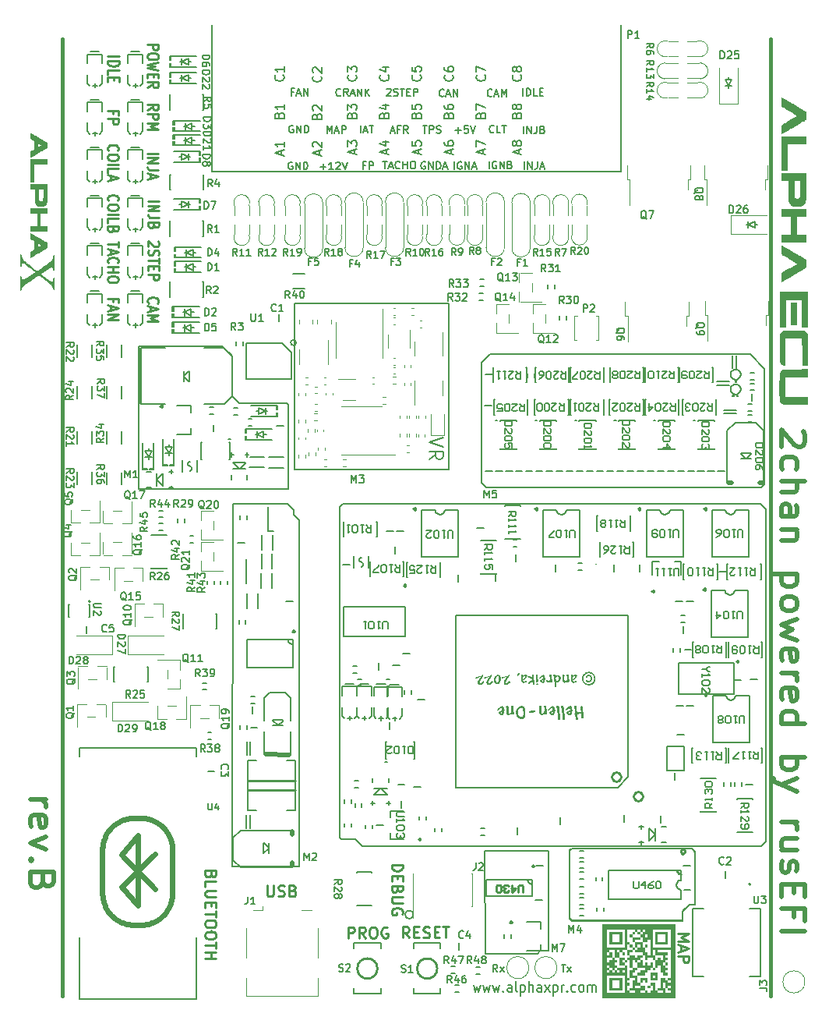
<source format=gto>
G75*
G70*
%OFA0B0*%
%FSLAX25Y25*%
%IPPOS*%
%LPD*%
%AMOC8*
5,1,8,0,0,1.08239X$1,22.5*
%
%ADD10C,0.01969*%
%ADD102C,0.02484*%
%ADD109C,0.00650*%
%ADD117C,0.00800*%
%ADD123C,0.00390*%
%ADD128C,0.01500*%
%ADD138C,0.00472*%
%ADD146C,0.00500*%
%ADD182C,0.00591*%
%ADD189C,0.00984*%
%ADD200C,0.01000*%
%ADD222C,0.01968*%
%ADD23C,0.01575*%
%ADD236C,0.00787*%
%ADD77C,0.00669*%
%ADD87C,0.00689*%
X0000000Y0000000D02*
%LPD*%
G01*
D128*
X0322835Y0002362D02*
X0322835Y0411417D01*
X0019685Y0002362D02*
X0019685Y0411417D01*
D77*
X0216969Y0370839D02*
X0216969Y0373989D01*
X0218468Y0370839D02*
X0218468Y0373989D01*
X0220268Y0370839D01*
X0220268Y0373989D01*
X0222668Y0373989D02*
X0222668Y0371739D01*
X0222518Y0371289D01*
X0222218Y0370989D01*
X0221768Y0370839D01*
X0221468Y0370839D01*
X0225218Y0372489D02*
X0225667Y0372339D01*
X0225817Y0372189D01*
X0225967Y0371889D01*
X0225967Y0371439D01*
X0225817Y0371139D01*
X0225667Y0370989D01*
X0225367Y0370839D01*
X0224168Y0370839D01*
X0224168Y0373989D01*
X0225218Y0373989D01*
X0225517Y0373839D01*
X0225667Y0373689D01*
X0225817Y0373389D01*
X0225817Y0373089D01*
X0225667Y0372789D01*
X0225517Y0372639D01*
X0225218Y0372489D01*
X0224168Y0372489D01*
X0182904Y0386922D02*
X0182754Y0386772D01*
X0182304Y0386622D01*
X0182004Y0386622D01*
X0181555Y0386772D01*
X0181255Y0387072D01*
X0181105Y0387372D01*
X0180955Y0387972D01*
X0180955Y0388422D01*
X0181105Y0389022D01*
X0181255Y0389322D01*
X0181555Y0389622D01*
X0182004Y0389772D01*
X0182304Y0389772D01*
X0182754Y0389622D01*
X0182904Y0389472D01*
X0184104Y0387522D02*
X0185604Y0387522D01*
X0183804Y0386622D02*
X0184854Y0389772D01*
X0185904Y0386622D01*
X0186954Y0386622D02*
X0186954Y0389772D01*
X0188754Y0386622D01*
X0188754Y0389772D01*
X0118073Y0358465D02*
X0117773Y0358615D01*
X0117323Y0358615D01*
X0116873Y0358465D01*
X0116573Y0358165D01*
X0116423Y0357865D01*
X0116273Y0357265D01*
X0116273Y0356815D01*
X0116423Y0356215D01*
X0116573Y0355915D01*
X0116873Y0355615D01*
X0117323Y0355465D01*
X0117623Y0355465D01*
X0118073Y0355615D01*
X0118223Y0355765D01*
X0118223Y0356815D01*
X0117623Y0356815D01*
X0119573Y0355465D02*
X0119573Y0358615D01*
X0121372Y0355465D01*
X0121372Y0358615D01*
X0122872Y0355465D02*
X0122872Y0358615D01*
X0123622Y0358615D01*
X0124072Y0358465D01*
X0124372Y0358165D01*
X0124522Y0357865D01*
X0124672Y0357265D01*
X0124672Y0356815D01*
X0124522Y0356215D01*
X0124372Y0355915D01*
X0124072Y0355615D01*
X0123622Y0355465D01*
X0122872Y0355465D01*
D189*
X0056580Y0298388D02*
X0056355Y0298575D01*
X0056130Y0299138D01*
X0056130Y0299513D01*
X0056355Y0300075D01*
X0056805Y0300450D01*
X0057255Y0300637D01*
X0058155Y0300825D01*
X0058830Y0300825D01*
X0059730Y0300637D01*
X0060180Y0300450D01*
X0060630Y0300075D01*
X0060855Y0299513D01*
X0060855Y0299138D01*
X0060630Y0298575D01*
X0060405Y0298388D01*
X0057480Y0296888D02*
X0057480Y0295013D01*
X0056130Y0297263D02*
X0060855Y0295951D01*
X0056130Y0294638D01*
X0056130Y0293326D02*
X0060855Y0293326D01*
X0057480Y0292014D01*
X0060855Y0290701D01*
X0056130Y0290701D01*
X0060602Y0324784D02*
X0060827Y0324597D01*
X0061052Y0324222D01*
X0061052Y0323285D01*
X0060827Y0322910D01*
X0060602Y0322722D01*
X0060152Y0322535D01*
X0059702Y0322535D01*
X0059027Y0322722D01*
X0056327Y0324972D01*
X0056327Y0322535D01*
X0056552Y0321035D02*
X0056327Y0320472D01*
X0056327Y0319535D01*
X0056552Y0319160D01*
X0056777Y0318973D01*
X0057227Y0318785D01*
X0057677Y0318785D01*
X0058127Y0318973D01*
X0058352Y0319160D01*
X0058577Y0319535D01*
X0058802Y0320285D01*
X0059027Y0320660D01*
X0059252Y0320847D01*
X0059702Y0321035D01*
X0060152Y0321035D01*
X0060602Y0320847D01*
X0060827Y0320660D01*
X0061052Y0320285D01*
X0061052Y0319348D01*
X0060827Y0318785D01*
X0061052Y0317660D02*
X0061052Y0315411D01*
X0056327Y0316535D02*
X0061052Y0316535D01*
X0058802Y0314098D02*
X0058802Y0312786D01*
X0056327Y0312223D02*
X0056327Y0314098D01*
X0061052Y0314098D01*
X0061052Y0312223D01*
X0056327Y0310536D02*
X0061052Y0310536D01*
X0061052Y0309036D01*
X0060827Y0308661D01*
X0060602Y0308474D01*
X0060152Y0308286D01*
X0059477Y0308286D01*
X0059027Y0308474D01*
X0058802Y0308661D01*
X0058577Y0309036D01*
X0058577Y0310536D01*
X0056130Y0380952D02*
X0058380Y0382265D01*
X0056130Y0383202D02*
X0060855Y0383202D01*
X0060855Y0381702D01*
X0060630Y0381327D01*
X0060405Y0381140D01*
X0059955Y0380952D01*
X0059280Y0380952D01*
X0058830Y0381140D01*
X0058605Y0381327D01*
X0058380Y0381702D01*
X0058380Y0383202D01*
X0056130Y0379265D02*
X0060855Y0379265D01*
X0060855Y0377765D01*
X0060630Y0377390D01*
X0060405Y0377203D01*
X0059955Y0377015D01*
X0059280Y0377015D01*
X0058830Y0377203D01*
X0058605Y0377390D01*
X0058380Y0377765D01*
X0058380Y0379265D01*
X0056130Y0375328D02*
X0060855Y0375328D01*
X0057480Y0374016D01*
X0060855Y0372703D01*
X0056130Y0372703D01*
D77*
X0158527Y0389797D02*
X0158677Y0389947D01*
X0158977Y0390097D01*
X0159727Y0390097D01*
X0160027Y0389947D01*
X0160176Y0389797D01*
X0160326Y0389497D01*
X0160326Y0389197D01*
X0160176Y0388747D01*
X0158377Y0386947D01*
X0160326Y0386947D01*
X0161526Y0387097D02*
X0161976Y0386947D01*
X0162726Y0386947D01*
X0163026Y0387097D01*
X0163176Y0387247D01*
X0163326Y0387547D01*
X0163326Y0387847D01*
X0163176Y0388147D01*
X0163026Y0388297D01*
X0162726Y0388447D01*
X0162126Y0388597D01*
X0161826Y0388747D01*
X0161676Y0388897D01*
X0161526Y0389197D01*
X0161526Y0389497D01*
X0161676Y0389797D01*
X0161826Y0389947D01*
X0162126Y0390097D01*
X0162876Y0390097D01*
X0163326Y0389947D01*
X0164226Y0390097D02*
X0166026Y0390097D01*
X0165126Y0386947D02*
X0165126Y0390097D01*
X0167076Y0388597D02*
X0168125Y0388597D01*
X0168575Y0386947D02*
X0167076Y0386947D01*
X0167076Y0390097D01*
X0168575Y0390097D01*
X0169925Y0386947D02*
X0169925Y0390097D01*
X0171125Y0390097D01*
X0171425Y0389947D01*
X0171575Y0389797D01*
X0171725Y0389497D01*
X0171725Y0389047D01*
X0171575Y0388747D01*
X0171425Y0388597D01*
X0171125Y0388447D01*
X0169925Y0388447D01*
D189*
X0056130Y0362336D02*
X0060855Y0362336D01*
X0056130Y0360461D02*
X0060855Y0360461D01*
X0056130Y0358211D01*
X0060855Y0358211D01*
X0060855Y0355212D02*
X0057480Y0355212D01*
X0056805Y0355399D01*
X0056355Y0355774D01*
X0056130Y0356337D01*
X0056130Y0356712D01*
X0057480Y0353525D02*
X0057480Y0351650D01*
X0056130Y0353900D02*
X0060855Y0352587D01*
X0056130Y0351275D01*
D77*
X0138819Y0387247D02*
X0138669Y0387097D01*
X0138219Y0386947D01*
X0137919Y0386947D01*
X0137469Y0387097D01*
X0137169Y0387397D01*
X0137019Y0387697D01*
X0136869Y0388297D01*
X0136869Y0388747D01*
X0137019Y0389347D01*
X0137169Y0389647D01*
X0137469Y0389947D01*
X0137919Y0390097D01*
X0138219Y0390097D01*
X0138669Y0389947D01*
X0138819Y0389797D01*
X0141968Y0386947D02*
X0140919Y0388447D01*
X0140169Y0386947D02*
X0140169Y0390097D01*
X0141368Y0390097D01*
X0141668Y0389947D01*
X0141818Y0389797D01*
X0141968Y0389497D01*
X0141968Y0389047D01*
X0141818Y0388747D01*
X0141668Y0388597D01*
X0141368Y0388447D01*
X0140169Y0388447D01*
X0143168Y0387847D02*
X0144668Y0387847D01*
X0142868Y0386947D02*
X0143918Y0390097D01*
X0144968Y0386947D01*
X0146018Y0386947D02*
X0146018Y0390097D01*
X0147818Y0386947D01*
X0147818Y0390097D01*
X0149317Y0386947D02*
X0149317Y0390097D01*
X0151117Y0386947D02*
X0149767Y0388747D01*
X0151117Y0390097D02*
X0149317Y0388297D01*
X0132923Y0371020D02*
X0132923Y0374169D01*
X0133973Y0371920D01*
X0135023Y0374169D01*
X0135023Y0371020D01*
X0136373Y0371920D02*
X0137873Y0371920D01*
X0136073Y0371020D02*
X0137123Y0374169D01*
X0138173Y0371020D01*
X0139222Y0371020D02*
X0139222Y0374169D01*
X0140422Y0374169D01*
X0140722Y0374019D01*
X0140872Y0373869D01*
X0141022Y0373569D01*
X0141022Y0373119D01*
X0140872Y0372820D01*
X0140722Y0372670D01*
X0140422Y0372520D01*
X0139222Y0372520D01*
D189*
X0039454Y0342154D02*
X0039229Y0342342D01*
X0039004Y0342904D01*
X0039004Y0343279D01*
X0039229Y0343841D01*
X0039679Y0344216D01*
X0040129Y0344404D01*
X0041029Y0344591D01*
X0041704Y0344591D01*
X0042604Y0344404D01*
X0043054Y0344216D01*
X0043504Y0343841D01*
X0043729Y0343279D01*
X0043729Y0342904D01*
X0043504Y0342342D01*
X0043279Y0342154D01*
X0043729Y0339717D02*
X0043729Y0338967D01*
X0043504Y0338592D01*
X0043054Y0338217D01*
X0042154Y0338030D01*
X0040579Y0338030D01*
X0039679Y0338217D01*
X0039229Y0338592D01*
X0039004Y0338967D01*
X0039004Y0339717D01*
X0039229Y0340092D01*
X0039679Y0340467D01*
X0040579Y0340654D01*
X0042154Y0340654D01*
X0043054Y0340467D01*
X0043504Y0340092D01*
X0043729Y0339717D01*
X0039004Y0336342D02*
X0043729Y0336342D01*
X0039004Y0332593D02*
X0039004Y0334468D01*
X0043729Y0334468D01*
X0041479Y0329968D02*
X0041254Y0329406D01*
X0041029Y0329218D01*
X0040579Y0329031D01*
X0039904Y0329031D01*
X0039454Y0329218D01*
X0039229Y0329406D01*
X0039004Y0329781D01*
X0039004Y0331280D01*
X0043729Y0331280D01*
X0043729Y0329968D01*
X0043504Y0329593D01*
X0043279Y0329406D01*
X0042829Y0329218D01*
X0042379Y0329218D01*
X0041929Y0329406D01*
X0041704Y0329593D01*
X0041479Y0329968D01*
X0041479Y0331280D01*
D77*
X0233204Y0015744D02*
X0235049Y0015744D01*
X0234126Y0012516D02*
X0234126Y0015744D01*
X0235817Y0012516D02*
X0237508Y0014668D01*
X0235817Y0014668D02*
X0237508Y0012516D01*
X0130081Y0356665D02*
X0132480Y0356665D01*
X0131280Y0355465D02*
X0131280Y0357865D01*
X0135630Y0355465D02*
X0133830Y0355465D01*
X0134730Y0355465D02*
X0134730Y0358615D01*
X0134430Y0358165D01*
X0134130Y0357865D01*
X0133830Y0357715D01*
X0136830Y0358315D02*
X0136980Y0358465D01*
X0137280Y0358615D01*
X0138030Y0358615D01*
X0138330Y0358465D01*
X0138480Y0358315D01*
X0138630Y0358015D01*
X0138630Y0357715D01*
X0138480Y0357265D01*
X0136680Y0355465D01*
X0138630Y0355465D01*
X0139529Y0358615D02*
X0140579Y0355465D01*
X0141629Y0358615D01*
X0187355Y0355622D02*
X0187355Y0358772D01*
X0190504Y0358622D02*
X0190204Y0358772D01*
X0189754Y0358772D01*
X0189304Y0358622D01*
X0189004Y0358322D01*
X0188855Y0358022D01*
X0188705Y0357422D01*
X0188705Y0356972D01*
X0188855Y0356372D01*
X0189004Y0356072D01*
X0189304Y0355772D01*
X0189754Y0355622D01*
X0190054Y0355622D01*
X0190504Y0355772D01*
X0190654Y0355922D01*
X0190654Y0356972D01*
X0190054Y0356972D01*
X0192004Y0355622D02*
X0192004Y0358772D01*
X0193804Y0355622D01*
X0193804Y0358772D01*
X0195154Y0356522D02*
X0196654Y0356522D01*
X0194854Y0355622D02*
X0195904Y0358772D01*
X0196954Y0355622D01*
X0160237Y0371992D02*
X0161737Y0371992D01*
X0159938Y0371093D02*
X0160987Y0374242D01*
X0162037Y0371093D01*
X0164137Y0372742D02*
X0163087Y0372742D01*
X0163087Y0371093D02*
X0163087Y0374242D01*
X0164587Y0374242D01*
X0167587Y0371093D02*
X0166537Y0372592D01*
X0165787Y0371093D02*
X0165787Y0374242D01*
X0166987Y0374242D01*
X0167287Y0374092D01*
X0167437Y0373942D01*
X0167587Y0373642D01*
X0167587Y0373192D01*
X0167437Y0372892D01*
X0167287Y0372742D01*
X0166987Y0372592D01*
X0165787Y0372592D01*
D10*
X0005876Y0086102D02*
X0012700Y0086102D01*
X0010750Y0086102D02*
X0011725Y0085559D01*
X0012213Y0085015D01*
X0012700Y0083928D01*
X0012700Y0082840D01*
X0006363Y0074685D02*
X0005876Y0075772D01*
X0005876Y0077947D01*
X0006363Y0079034D01*
X0007338Y0079578D01*
X0011238Y0079578D01*
X0012213Y0079034D01*
X0012700Y0077947D01*
X0012700Y0075772D01*
X0012213Y0074685D01*
X0011238Y0074141D01*
X0010263Y0074141D01*
X0009288Y0079578D01*
X0012700Y0070336D02*
X0005876Y0067617D01*
X0012700Y0064899D01*
X0006851Y0060549D02*
X0006363Y0060006D01*
X0005876Y0060549D01*
X0006363Y0061093D01*
X0006851Y0060549D01*
X0005876Y0060549D01*
X0011238Y0051307D02*
X0010750Y0049676D01*
X0010263Y0049132D01*
X0009288Y0048588D01*
X0007826Y0048588D01*
X0006851Y0049132D01*
X0006363Y0049676D01*
X0005876Y0050763D01*
X0005876Y0055112D01*
X0016112Y0055112D01*
X0016112Y0051307D01*
X0015625Y0050219D01*
X0015137Y0049676D01*
X0014162Y0049132D01*
X0013188Y0049132D01*
X0012213Y0049676D01*
X0011725Y0050219D01*
X0011238Y0051307D01*
X0011238Y0055112D01*
D189*
X0041479Y0379162D02*
X0041479Y0380474D01*
X0039004Y0380474D02*
X0043729Y0380474D01*
X0043729Y0378600D01*
X0039004Y0377100D02*
X0043729Y0377100D01*
X0043729Y0375600D01*
X0043504Y0375225D01*
X0043279Y0375037D01*
X0042829Y0374850D01*
X0042154Y0374850D01*
X0041704Y0375037D01*
X0041479Y0375225D01*
X0041254Y0375600D01*
X0041254Y0377100D01*
D10*
X0336560Y0243593D02*
X0337047Y0243049D01*
X0337535Y0241962D01*
X0337535Y0239244D01*
X0337047Y0238156D01*
X0336560Y0237612D01*
X0335585Y0237069D01*
X0334610Y0237069D01*
X0333148Y0237612D01*
X0327298Y0244137D01*
X0327298Y0237069D01*
X0327786Y0227283D02*
X0327298Y0228370D01*
X0327298Y0230545D01*
X0327786Y0231632D01*
X0328273Y0232176D01*
X0329248Y0232719D01*
X0332173Y0232719D01*
X0333148Y0232176D01*
X0333635Y0231632D01*
X0334123Y0230545D01*
X0334123Y0228370D01*
X0333635Y0227283D01*
X0327298Y0222389D02*
X0337535Y0222389D01*
X0327298Y0217496D02*
X0332660Y0217496D01*
X0333635Y0218040D01*
X0334123Y0219127D01*
X0334123Y0220758D01*
X0333635Y0221846D01*
X0333148Y0222389D01*
X0327298Y0207166D02*
X0332660Y0207166D01*
X0333635Y0207710D01*
X0334123Y0208797D01*
X0334123Y0210972D01*
X0333635Y0212059D01*
X0327786Y0207166D02*
X0327298Y0208254D01*
X0327298Y0210972D01*
X0327786Y0212059D01*
X0328761Y0212603D01*
X0329736Y0212603D01*
X0330711Y0212059D01*
X0331198Y0210972D01*
X0331198Y0208254D01*
X0331685Y0207166D01*
X0334123Y0201729D02*
X0327298Y0201729D01*
X0333148Y0201729D02*
X0333635Y0201186D01*
X0334123Y0200098D01*
X0334123Y0198467D01*
X0333635Y0197380D01*
X0332660Y0196836D01*
X0327298Y0196836D01*
X0334123Y0182701D02*
X0323886Y0182701D01*
X0333635Y0182701D02*
X0334123Y0181613D01*
X0334123Y0179439D01*
X0333635Y0178351D01*
X0333148Y0177807D01*
X0332173Y0177264D01*
X0329248Y0177264D01*
X0328273Y0177807D01*
X0327786Y0178351D01*
X0327298Y0179439D01*
X0327298Y0181613D01*
X0327786Y0182701D01*
X0327298Y0170740D02*
X0327786Y0171827D01*
X0328273Y0172371D01*
X0329248Y0172914D01*
X0332173Y0172914D01*
X0333148Y0172371D01*
X0333635Y0171827D01*
X0334123Y0170740D01*
X0334123Y0169109D01*
X0333635Y0168021D01*
X0333148Y0167478D01*
X0332173Y0166934D01*
X0329248Y0166934D01*
X0328273Y0167478D01*
X0327786Y0168021D01*
X0327298Y0169109D01*
X0327298Y0170740D01*
X0334123Y0163128D02*
X0327298Y0160953D01*
X0332173Y0158779D01*
X0327298Y0156604D01*
X0334123Y0154429D01*
X0327786Y0145730D02*
X0327298Y0146818D01*
X0327298Y0148992D01*
X0327786Y0150080D01*
X0328761Y0150623D01*
X0332660Y0150623D01*
X0333635Y0150080D01*
X0334123Y0148992D01*
X0334123Y0146818D01*
X0333635Y0145730D01*
X0332660Y0145187D01*
X0331685Y0145187D01*
X0330711Y0150623D01*
X0327298Y0140293D02*
X0334123Y0140293D01*
X0332173Y0140293D02*
X0333148Y0139750D01*
X0333635Y0139206D01*
X0334123Y0138119D01*
X0334123Y0137031D01*
X0327786Y0128876D02*
X0327298Y0129963D01*
X0327298Y0132138D01*
X0327786Y0133226D01*
X0328761Y0133769D01*
X0332660Y0133769D01*
X0333635Y0133226D01*
X0334123Y0132138D01*
X0334123Y0129963D01*
X0333635Y0128876D01*
X0332660Y0128332D01*
X0331685Y0128332D01*
X0330711Y0133769D01*
X0327298Y0118546D02*
X0337535Y0118546D01*
X0327786Y0118546D02*
X0327298Y0119633D01*
X0327298Y0121808D01*
X0327786Y0122896D01*
X0328273Y0123439D01*
X0329248Y0123983D01*
X0332173Y0123983D01*
X0333148Y0123439D01*
X0333635Y0122896D01*
X0334123Y0121808D01*
X0334123Y0119633D01*
X0333635Y0118546D01*
X0327298Y0104410D02*
X0337535Y0104410D01*
X0333635Y0104410D02*
X0334123Y0103323D01*
X0334123Y0101148D01*
X0333635Y0100061D01*
X0333148Y0099517D01*
X0332173Y0098974D01*
X0329248Y0098974D01*
X0328273Y0099517D01*
X0327786Y0100061D01*
X0327298Y0101148D01*
X0327298Y0103323D01*
X0327786Y0104410D01*
X0334123Y0095168D02*
X0327298Y0092449D01*
X0334123Y0089731D02*
X0327298Y0092449D01*
X0324861Y0093537D01*
X0324374Y0094080D01*
X0323886Y0095168D01*
X0327298Y0076683D02*
X0334123Y0076683D01*
X0332173Y0076683D02*
X0333148Y0076139D01*
X0333635Y0075595D01*
X0334123Y0074508D01*
X0334123Y0073421D01*
X0334123Y0064722D02*
X0327298Y0064722D01*
X0334123Y0069615D02*
X0328761Y0069615D01*
X0327786Y0069071D01*
X0327298Y0067984D01*
X0327298Y0066353D01*
X0327786Y0065265D01*
X0328273Y0064722D01*
X0327786Y0059828D02*
X0327298Y0058741D01*
X0327298Y0056566D01*
X0327786Y0055479D01*
X0328761Y0054935D01*
X0329248Y0054935D01*
X0330223Y0055479D01*
X0330711Y0056566D01*
X0330711Y0058197D01*
X0331198Y0059285D01*
X0332173Y0059828D01*
X0332660Y0059828D01*
X0333635Y0059285D01*
X0334123Y0058197D01*
X0334123Y0056566D01*
X0333635Y0055479D01*
X0332660Y0050042D02*
X0332660Y0046236D01*
X0327298Y0044605D02*
X0327298Y0050042D01*
X0337535Y0050042D01*
X0337535Y0044605D01*
X0332660Y0035906D02*
X0332660Y0039712D01*
X0327298Y0039712D02*
X0337535Y0039712D01*
X0337535Y0034275D01*
X0327298Y0029926D02*
X0337535Y0029926D01*
D77*
X0118620Y0388681D02*
X0117570Y0388681D01*
X0117570Y0387032D02*
X0117570Y0390181D01*
X0119070Y0390181D01*
X0120120Y0387932D02*
X0121620Y0387932D01*
X0119820Y0387032D02*
X0120870Y0390181D01*
X0121920Y0387032D01*
X0122970Y0387032D02*
X0122970Y0390181D01*
X0124769Y0387032D01*
X0124769Y0390181D01*
X0118461Y0374140D02*
X0118161Y0374290D01*
X0117711Y0374290D01*
X0117261Y0374140D01*
X0116961Y0373840D01*
X0116811Y0373540D01*
X0116661Y0372940D01*
X0116661Y0372490D01*
X0116811Y0371890D01*
X0116961Y0371590D01*
X0117261Y0371290D01*
X0117711Y0371140D01*
X0118011Y0371140D01*
X0118461Y0371290D01*
X0118611Y0371440D01*
X0118611Y0372490D01*
X0118011Y0372490D01*
X0119961Y0371140D02*
X0119961Y0374290D01*
X0121761Y0371140D01*
X0121761Y0374290D01*
X0123260Y0371140D02*
X0123260Y0374290D01*
X0124010Y0374290D01*
X0124460Y0374140D01*
X0124760Y0373840D01*
X0124910Y0373540D01*
X0125060Y0372940D01*
X0125060Y0372490D01*
X0124910Y0371890D01*
X0124760Y0371590D01*
X0124460Y0371290D01*
X0124010Y0371140D01*
X0123260Y0371140D01*
X0203496Y0386946D02*
X0203346Y0386796D01*
X0202896Y0386646D01*
X0202596Y0386646D01*
X0202146Y0386796D01*
X0201846Y0387096D01*
X0201696Y0387396D01*
X0201546Y0387996D01*
X0201546Y0388446D01*
X0201696Y0389046D01*
X0201846Y0389346D01*
X0202146Y0389646D01*
X0202596Y0389796D01*
X0202896Y0389796D01*
X0203346Y0389646D01*
X0203496Y0389496D01*
X0204695Y0387546D02*
X0206195Y0387546D01*
X0204395Y0386646D02*
X0205445Y0389796D01*
X0206495Y0386646D01*
X0207545Y0386646D02*
X0207545Y0389796D01*
X0208595Y0387546D01*
X0209645Y0389796D01*
X0209645Y0386646D01*
X0217278Y0355623D02*
X0217278Y0358773D01*
X0218778Y0355623D02*
X0218778Y0358773D01*
X0220578Y0355623D01*
X0220578Y0358773D01*
X0222977Y0358773D02*
X0222977Y0356523D01*
X0222827Y0356073D01*
X0222527Y0355773D01*
X0222077Y0355623D01*
X0221777Y0355623D01*
X0224327Y0356523D02*
X0225827Y0356523D01*
X0224027Y0355623D02*
X0225077Y0358773D01*
X0226127Y0355623D01*
D189*
X0141915Y0027010D02*
X0141915Y0031734D01*
X0143715Y0031734D01*
X0144165Y0031509D01*
X0144390Y0031284D01*
X0144615Y0030834D01*
X0144615Y0030159D01*
X0144390Y0029710D01*
X0144165Y0029485D01*
X0143715Y0029260D01*
X0141915Y0029260D01*
X0149339Y0027010D02*
X0147765Y0029260D01*
X0146640Y0027010D02*
X0146640Y0031734D01*
X0148439Y0031734D01*
X0148889Y0031509D01*
X0149114Y0031284D01*
X0149339Y0030834D01*
X0149339Y0030159D01*
X0149114Y0029710D01*
X0148889Y0029485D01*
X0148439Y0029260D01*
X0146640Y0029260D01*
X0152264Y0031734D02*
X0153164Y0031734D01*
X0153614Y0031509D01*
X0154064Y0031059D01*
X0154289Y0030159D01*
X0154289Y0028585D01*
X0154064Y0027685D01*
X0153614Y0027235D01*
X0153164Y0027010D01*
X0152264Y0027010D01*
X0151814Y0027235D01*
X0151364Y0027685D01*
X0151139Y0028585D01*
X0151139Y0030159D01*
X0151364Y0031059D01*
X0151814Y0031509D01*
X0152264Y0031734D01*
X0158788Y0031509D02*
X0158338Y0031734D01*
X0157663Y0031734D01*
X0156988Y0031509D01*
X0156538Y0031059D01*
X0156313Y0030609D01*
X0156089Y0029710D01*
X0156089Y0029035D01*
X0156313Y0028135D01*
X0156538Y0027685D01*
X0156988Y0027235D01*
X0157663Y0027010D01*
X0158113Y0027010D01*
X0158788Y0027235D01*
X0159013Y0027460D01*
X0159013Y0029035D01*
X0158113Y0029035D01*
D77*
X0187842Y0372292D02*
X0190242Y0372292D01*
X0189042Y0371093D02*
X0189042Y0373492D01*
X0193242Y0374242D02*
X0191742Y0374242D01*
X0191592Y0372742D01*
X0191742Y0372892D01*
X0192042Y0373042D01*
X0192792Y0373042D01*
X0193092Y0372892D01*
X0193242Y0372742D01*
X0193392Y0372442D01*
X0193392Y0371692D01*
X0193242Y0371392D01*
X0193092Y0371243D01*
X0192792Y0371093D01*
X0192042Y0371093D01*
X0191742Y0371243D01*
X0191592Y0371392D01*
X0194291Y0374242D02*
X0195341Y0371093D01*
X0196391Y0374242D01*
X0147315Y0371130D02*
X0147315Y0374279D01*
X0148665Y0372030D02*
X0150165Y0372030D01*
X0148365Y0371130D02*
X0149415Y0374279D01*
X0150465Y0371130D01*
X0151065Y0374279D02*
X0152864Y0374279D01*
X0151964Y0371130D02*
X0151964Y0374279D01*
X0216780Y0386984D02*
X0216780Y0390134D01*
X0218280Y0386984D02*
X0218280Y0390134D01*
X0219030Y0390134D01*
X0219480Y0389984D01*
X0219780Y0389684D01*
X0219930Y0389384D01*
X0220080Y0388784D01*
X0220080Y0388334D01*
X0219930Y0387734D01*
X0219780Y0387434D01*
X0219480Y0387134D01*
X0219030Y0386984D01*
X0218280Y0386984D01*
X0222930Y0386984D02*
X0221430Y0386984D01*
X0221430Y0390134D01*
X0223980Y0388634D02*
X0225029Y0388634D01*
X0225479Y0386984D02*
X0223980Y0386984D01*
X0223980Y0390134D01*
X0225479Y0390134D01*
D189*
X0107302Y0049591D02*
X0107302Y0045767D01*
X0107527Y0045317D01*
X0107752Y0045092D01*
X0108202Y0044867D01*
X0109102Y0044867D01*
X0109552Y0045092D01*
X0109777Y0045317D01*
X0110002Y0045767D01*
X0110002Y0049591D01*
X0112026Y0045092D02*
X0112701Y0044867D01*
X0113826Y0044867D01*
X0114276Y0045092D01*
X0114501Y0045317D01*
X0114726Y0045767D01*
X0114726Y0046217D01*
X0114501Y0046667D01*
X0114276Y0046892D01*
X0113826Y0047117D01*
X0112926Y0047342D01*
X0112476Y0047567D01*
X0112251Y0047792D01*
X0112026Y0048242D01*
X0112026Y0048692D01*
X0112251Y0049141D01*
X0112476Y0049366D01*
X0112926Y0049591D01*
X0114051Y0049591D01*
X0114726Y0049366D01*
X0118326Y0047342D02*
X0119001Y0047117D01*
X0119226Y0046892D01*
X0119451Y0046442D01*
X0119451Y0045767D01*
X0119226Y0045317D01*
X0119001Y0045092D01*
X0118551Y0044867D01*
X0116751Y0044867D01*
X0116751Y0049591D01*
X0118326Y0049591D01*
X0118776Y0049366D01*
X0119001Y0049141D01*
X0119226Y0048692D01*
X0119226Y0048242D01*
X0119001Y0047792D01*
X0118776Y0047567D01*
X0118326Y0047342D01*
X0116751Y0047342D01*
X0041479Y0299053D02*
X0041479Y0300366D01*
X0039004Y0300366D02*
X0043729Y0300366D01*
X0043729Y0298491D01*
X0040354Y0297178D02*
X0040354Y0295304D01*
X0039004Y0297553D02*
X0043729Y0296241D01*
X0039004Y0294929D01*
X0039004Y0293616D02*
X0043729Y0293616D01*
X0039004Y0291367D01*
X0043729Y0291367D01*
X0160577Y0058402D02*
X0165302Y0058402D01*
X0165302Y0057277D01*
X0165077Y0056602D01*
X0164627Y0056152D01*
X0164177Y0055927D01*
X0163277Y0055702D01*
X0162602Y0055702D01*
X0161702Y0055927D01*
X0161252Y0056152D01*
X0160802Y0056602D01*
X0160577Y0057277D01*
X0160577Y0058402D01*
X0163052Y0053678D02*
X0163052Y0052103D01*
X0160577Y0051428D02*
X0160577Y0053678D01*
X0165302Y0053678D01*
X0165302Y0051428D01*
X0163052Y0047828D02*
X0162827Y0047153D01*
X0162602Y0046929D01*
X0162152Y0046704D01*
X0161477Y0046704D01*
X0161027Y0046929D01*
X0160802Y0047153D01*
X0160577Y0047603D01*
X0160577Y0049403D01*
X0165302Y0049403D01*
X0165302Y0047828D01*
X0165077Y0047378D01*
X0164852Y0047153D01*
X0164402Y0046929D01*
X0163952Y0046929D01*
X0163502Y0047153D01*
X0163277Y0047378D01*
X0163052Y0047828D01*
X0163052Y0049403D01*
X0165302Y0044679D02*
X0161477Y0044679D01*
X0161027Y0044454D01*
X0160802Y0044229D01*
X0160577Y0043779D01*
X0160577Y0042879D01*
X0160802Y0042429D01*
X0161027Y0042204D01*
X0161477Y0041979D01*
X0165302Y0041979D01*
X0165077Y0037255D02*
X0165302Y0037705D01*
X0165302Y0038380D01*
X0165077Y0039055D01*
X0164627Y0039504D01*
X0164177Y0039729D01*
X0163277Y0039954D01*
X0162602Y0039954D01*
X0161702Y0039729D01*
X0161252Y0039504D01*
X0160802Y0039055D01*
X0160577Y0038380D01*
X0160577Y0037930D01*
X0160802Y0037255D01*
X0161027Y0037030D01*
X0162602Y0037030D01*
X0162602Y0037930D01*
D77*
X0204340Y0371562D02*
X0204190Y0371412D01*
X0203740Y0371262D01*
X0203440Y0371262D01*
X0202990Y0371412D01*
X0202690Y0371712D01*
X0202540Y0372011D01*
X0202390Y0372611D01*
X0202390Y0373061D01*
X0202540Y0373661D01*
X0202690Y0373961D01*
X0202990Y0374261D01*
X0203440Y0374411D01*
X0203740Y0374411D01*
X0204190Y0374261D01*
X0204340Y0374111D01*
X0207189Y0371262D02*
X0205689Y0371262D01*
X0205689Y0374411D01*
X0207789Y0374411D02*
X0209589Y0374411D01*
X0208689Y0371262D02*
X0208689Y0374411D01*
X0202223Y0355877D02*
X0202223Y0359027D01*
X0205373Y0358877D02*
X0205073Y0359027D01*
X0204623Y0359027D01*
X0204173Y0358877D01*
X0203873Y0358577D01*
X0203723Y0358277D01*
X0203573Y0357677D01*
X0203573Y0357227D01*
X0203723Y0356627D01*
X0203873Y0356327D01*
X0204173Y0356027D01*
X0204623Y0355877D01*
X0204923Y0355877D01*
X0205373Y0356027D01*
X0205523Y0356177D01*
X0205523Y0357227D01*
X0204923Y0357227D01*
X0206873Y0355877D02*
X0206873Y0359027D01*
X0208673Y0355877D01*
X0208673Y0359027D01*
X0211222Y0357527D02*
X0211672Y0357377D01*
X0211822Y0357227D01*
X0211972Y0356927D01*
X0211972Y0356477D01*
X0211822Y0356177D01*
X0211672Y0356027D01*
X0211372Y0355877D01*
X0210172Y0355877D01*
X0210172Y0359027D01*
X0211222Y0359027D01*
X0211522Y0358877D01*
X0211672Y0358727D01*
X0211822Y0358427D01*
X0211822Y0358127D01*
X0211672Y0357827D01*
X0211522Y0357677D01*
X0211222Y0357527D01*
X0210172Y0357527D01*
X0156788Y0358942D02*
X0158588Y0358942D01*
X0157688Y0355792D02*
X0157688Y0358942D01*
X0159488Y0356692D02*
X0160987Y0356692D01*
X0159188Y0355792D02*
X0160237Y0358942D01*
X0161287Y0355792D01*
X0164137Y0356092D02*
X0163987Y0355942D01*
X0163537Y0355792D01*
X0163237Y0355792D01*
X0162787Y0355942D01*
X0162487Y0356242D01*
X0162337Y0356542D01*
X0162187Y0357142D01*
X0162187Y0357592D01*
X0162337Y0358192D01*
X0162487Y0358492D01*
X0162787Y0358792D01*
X0163237Y0358942D01*
X0163537Y0358942D01*
X0163987Y0358792D01*
X0164137Y0358642D01*
X0165487Y0355792D02*
X0165487Y0358942D01*
X0165487Y0357442D02*
X0167287Y0357442D01*
X0167287Y0355792D02*
X0167287Y0358942D01*
X0169386Y0358942D02*
X0169986Y0358942D01*
X0170286Y0358792D01*
X0170586Y0358492D01*
X0170736Y0357892D01*
X0170736Y0356842D01*
X0170586Y0356242D01*
X0170286Y0355942D01*
X0169986Y0355792D01*
X0169386Y0355792D01*
X0169086Y0355942D01*
X0168786Y0356242D01*
X0168636Y0356842D01*
X0168636Y0357892D01*
X0168786Y0358492D01*
X0169086Y0358792D01*
X0169386Y0358942D01*
D189*
X0168078Y0027147D02*
X0166503Y0029397D01*
X0165378Y0027147D02*
X0165378Y0031872D01*
X0167178Y0031872D01*
X0167628Y0031647D01*
X0167853Y0031422D01*
X0168078Y0030972D01*
X0168078Y0030297D01*
X0167853Y0029847D01*
X0167628Y0029622D01*
X0167178Y0029397D01*
X0165378Y0029397D01*
X0170103Y0029622D02*
X0171678Y0029622D01*
X0172352Y0027147D02*
X0170103Y0027147D01*
X0170103Y0031872D01*
X0172352Y0031872D01*
X0174152Y0027372D02*
X0174827Y0027147D01*
X0175952Y0027147D01*
X0176402Y0027372D01*
X0176627Y0027597D01*
X0176852Y0028047D01*
X0176852Y0028497D01*
X0176627Y0028947D01*
X0176402Y0029172D01*
X0175952Y0029397D01*
X0175052Y0029622D01*
X0174602Y0029847D01*
X0174377Y0030072D01*
X0174152Y0030522D01*
X0174152Y0030972D01*
X0174377Y0031422D01*
X0174602Y0031647D01*
X0175052Y0031872D01*
X0176177Y0031872D01*
X0176852Y0031647D01*
X0178877Y0029622D02*
X0180451Y0029622D01*
X0181126Y0027147D02*
X0178877Y0027147D01*
X0178877Y0031872D01*
X0181126Y0031872D01*
X0182476Y0031872D02*
X0185176Y0031872D01*
X0183826Y0027147D02*
X0183826Y0031872D01*
D77*
X0174955Y0358623D02*
X0174655Y0358773D01*
X0174205Y0358773D01*
X0173756Y0358623D01*
X0173456Y0358323D01*
X0173306Y0358023D01*
X0173156Y0357423D01*
X0173156Y0356973D01*
X0173306Y0356373D01*
X0173456Y0356073D01*
X0173756Y0355773D01*
X0174205Y0355623D01*
X0174505Y0355623D01*
X0174955Y0355773D01*
X0175105Y0355923D01*
X0175105Y0356973D01*
X0174505Y0356973D01*
X0176455Y0355623D02*
X0176455Y0358773D01*
X0178255Y0355623D01*
X0178255Y0358773D01*
X0179755Y0355623D02*
X0179755Y0358773D01*
X0180505Y0358773D01*
X0180955Y0358623D01*
X0181255Y0358323D01*
X0181405Y0358023D01*
X0181555Y0357423D01*
X0181555Y0356973D01*
X0181405Y0356373D01*
X0181255Y0356073D01*
X0180955Y0355773D01*
X0180505Y0355623D01*
X0179755Y0355623D01*
X0182754Y0356523D02*
X0184254Y0356523D01*
X0182454Y0355623D02*
X0183504Y0358773D01*
X0184554Y0355623D01*
D236*
X0195589Y0007060D02*
X0196339Y0003910D01*
X0197088Y0006160D01*
X0197838Y0003910D01*
X0198588Y0007060D01*
X0199713Y0007060D02*
X0200463Y0003910D01*
X0201213Y0006160D01*
X0201963Y0003910D01*
X0202713Y0007060D01*
X0203838Y0007060D02*
X0204588Y0003910D01*
X0205337Y0006160D01*
X0206087Y0003910D01*
X0206837Y0007060D01*
X0208337Y0004360D02*
X0208525Y0004135D01*
X0208337Y0003910D01*
X0208150Y0004135D01*
X0208337Y0004360D01*
X0208337Y0003910D01*
X0211899Y0003910D02*
X0211899Y0006385D01*
X0211712Y0006835D01*
X0211337Y0007060D01*
X0210587Y0007060D01*
X0210212Y0006835D01*
X0211899Y0004135D02*
X0211524Y0003910D01*
X0210587Y0003910D01*
X0210212Y0004135D01*
X0210024Y0004585D01*
X0210024Y0005035D01*
X0210212Y0005485D01*
X0210587Y0005710D01*
X0211524Y0005710D01*
X0211899Y0005935D01*
X0214336Y0003910D02*
X0213961Y0004135D01*
X0213774Y0004585D01*
X0213774Y0008634D01*
X0215836Y0007060D02*
X0215836Y0002335D01*
X0215836Y0006835D02*
X0216211Y0007060D01*
X0216961Y0007060D01*
X0217336Y0006835D01*
X0217523Y0006610D01*
X0217711Y0006160D01*
X0217711Y0004810D01*
X0217523Y0004360D01*
X0217336Y0004135D01*
X0216961Y0003910D01*
X0216211Y0003910D01*
X0215836Y0004135D01*
X0219398Y0003910D02*
X0219398Y0008634D01*
X0221085Y0003910D02*
X0221085Y0006385D01*
X0220898Y0006835D01*
X0220523Y0007060D01*
X0219961Y0007060D01*
X0219586Y0006835D01*
X0219398Y0006610D01*
X0224648Y0003910D02*
X0224648Y0006385D01*
X0224460Y0006835D01*
X0224085Y0007060D01*
X0223335Y0007060D01*
X0222960Y0006835D01*
X0224648Y0004135D02*
X0224273Y0003910D01*
X0223335Y0003910D01*
X0222960Y0004135D01*
X0222773Y0004585D01*
X0222773Y0005035D01*
X0222960Y0005485D01*
X0223335Y0005710D01*
X0224273Y0005710D01*
X0224648Y0005935D01*
X0226147Y0003910D02*
X0228210Y0007060D01*
X0226147Y0007060D02*
X0228210Y0003910D01*
X0229709Y0007060D02*
X0229709Y0002335D01*
X0229709Y0006835D02*
X0230084Y0007060D01*
X0230834Y0007060D01*
X0231209Y0006835D01*
X0231397Y0006610D01*
X0231584Y0006160D01*
X0231584Y0004810D01*
X0231397Y0004360D01*
X0231209Y0004135D01*
X0230834Y0003910D01*
X0230084Y0003910D01*
X0229709Y0004135D01*
X0233271Y0003910D02*
X0233271Y0007060D01*
X0233271Y0006160D02*
X0233459Y0006610D01*
X0233646Y0006835D01*
X0234021Y0007060D01*
X0234396Y0007060D01*
X0235709Y0004360D02*
X0235896Y0004135D01*
X0235709Y0003910D01*
X0235521Y0004135D01*
X0235709Y0004360D01*
X0235709Y0003910D01*
X0239271Y0004135D02*
X0238896Y0003910D01*
X0238146Y0003910D01*
X0237771Y0004135D01*
X0237583Y0004360D01*
X0237396Y0004810D01*
X0237396Y0006160D01*
X0237583Y0006610D01*
X0237771Y0006835D01*
X0238146Y0007060D01*
X0238896Y0007060D01*
X0239271Y0006835D01*
X0241520Y0003910D02*
X0241145Y0004135D01*
X0240958Y0004360D01*
X0240771Y0004810D01*
X0240771Y0006160D01*
X0240958Y0006610D01*
X0241145Y0006835D01*
X0241520Y0007060D01*
X0242083Y0007060D01*
X0242458Y0006835D01*
X0242645Y0006610D01*
X0242833Y0006160D01*
X0242833Y0004810D01*
X0242645Y0004360D01*
X0242458Y0004135D01*
X0242083Y0003910D01*
X0241520Y0003910D01*
X0244520Y0003910D02*
X0244520Y0007060D01*
X0244520Y0006610D02*
X0244708Y0006835D01*
X0245082Y0007060D01*
X0245645Y0007060D01*
X0246020Y0006835D01*
X0246207Y0006385D01*
X0246207Y0003910D01*
X0246207Y0006385D02*
X0246395Y0006835D01*
X0246770Y0007060D01*
X0247332Y0007060D01*
X0247707Y0006835D01*
X0247895Y0006385D01*
X0247895Y0003910D01*
D189*
X0043729Y0324653D02*
X0043729Y0322403D01*
X0039004Y0323528D02*
X0043729Y0323528D01*
X0040354Y0321279D02*
X0040354Y0319404D01*
X0039004Y0321654D02*
X0043729Y0320341D01*
X0039004Y0319029D01*
X0039454Y0315467D02*
X0039229Y0315654D01*
X0039004Y0316217D01*
X0039004Y0316592D01*
X0039229Y0317154D01*
X0039679Y0317529D01*
X0040129Y0317717D01*
X0041029Y0317904D01*
X0041704Y0317904D01*
X0042604Y0317717D01*
X0043054Y0317529D01*
X0043504Y0317154D01*
X0043729Y0316592D01*
X0043729Y0316217D01*
X0043504Y0315654D01*
X0043279Y0315467D01*
X0039004Y0313780D02*
X0043729Y0313780D01*
X0041479Y0313780D02*
X0041479Y0311530D01*
X0039004Y0311530D02*
X0043729Y0311530D01*
X0043729Y0308905D02*
X0043729Y0308155D01*
X0043504Y0307780D01*
X0043054Y0307405D01*
X0042154Y0307218D01*
X0040579Y0307218D01*
X0039679Y0307405D01*
X0039229Y0307780D01*
X0039004Y0308155D01*
X0039004Y0308905D01*
X0039229Y0309280D01*
X0039679Y0309655D01*
X0040579Y0309843D01*
X0042154Y0309843D01*
X0043054Y0309655D01*
X0043504Y0309280D01*
X0043729Y0308905D01*
X0056130Y0408896D02*
X0060855Y0408896D01*
X0060855Y0407396D01*
X0060630Y0407021D01*
X0060405Y0406834D01*
X0059955Y0406646D01*
X0059280Y0406646D01*
X0058830Y0406834D01*
X0058605Y0407021D01*
X0058380Y0407396D01*
X0058380Y0408896D01*
X0060855Y0404209D02*
X0060855Y0403459D01*
X0060630Y0403084D01*
X0060180Y0402709D01*
X0059280Y0402522D01*
X0057705Y0402522D01*
X0056805Y0402709D01*
X0056355Y0403084D01*
X0056130Y0403459D01*
X0056130Y0404209D01*
X0056355Y0404584D01*
X0056805Y0404959D01*
X0057705Y0405146D01*
X0059280Y0405146D01*
X0060180Y0404959D01*
X0060630Y0404584D01*
X0060855Y0404209D01*
X0060855Y0401209D02*
X0056130Y0400272D01*
X0059505Y0399522D01*
X0056130Y0398772D01*
X0060855Y0397835D01*
X0058605Y0396335D02*
X0058605Y0395023D01*
X0056130Y0394460D02*
X0056130Y0396335D01*
X0060855Y0396335D01*
X0060855Y0394460D01*
X0056130Y0390523D02*
X0058380Y0391835D01*
X0056130Y0392773D02*
X0060855Y0392773D01*
X0060855Y0391273D01*
X0060630Y0390898D01*
X0060405Y0390711D01*
X0059955Y0390523D01*
X0059280Y0390523D01*
X0058830Y0390711D01*
X0058605Y0390898D01*
X0058380Y0391273D01*
X0058380Y0392773D01*
D77*
X0173970Y0374242D02*
X0175769Y0374242D01*
X0174870Y0371093D02*
X0174870Y0374242D01*
X0176819Y0371093D02*
X0176819Y0374242D01*
X0178019Y0374242D01*
X0178319Y0374092D01*
X0178469Y0373942D01*
X0178619Y0373642D01*
X0178619Y0373192D01*
X0178469Y0372892D01*
X0178319Y0372742D01*
X0178019Y0372592D01*
X0176819Y0372592D01*
X0179819Y0371243D02*
X0180269Y0371093D01*
X0181019Y0371093D01*
X0181319Y0371243D01*
X0181469Y0371392D01*
X0181619Y0371692D01*
X0181619Y0371992D01*
X0181469Y0372292D01*
X0181319Y0372442D01*
X0181019Y0372592D01*
X0180419Y0372742D01*
X0180119Y0372892D01*
X0179969Y0373042D01*
X0179819Y0373342D01*
X0179819Y0373642D01*
X0179969Y0373942D01*
X0180119Y0374092D01*
X0180419Y0374242D01*
X0181169Y0374242D01*
X0181619Y0374092D01*
D189*
X0039454Y0363526D02*
X0039229Y0363714D01*
X0039004Y0364276D01*
X0039004Y0364651D01*
X0039229Y0365214D01*
X0039679Y0365589D01*
X0040129Y0365776D01*
X0041029Y0365964D01*
X0041704Y0365964D01*
X0042604Y0365776D01*
X0043054Y0365589D01*
X0043504Y0365214D01*
X0043729Y0364651D01*
X0043729Y0364276D01*
X0043504Y0363714D01*
X0043279Y0363526D01*
X0043729Y0361089D02*
X0043729Y0360339D01*
X0043504Y0359964D01*
X0043054Y0359589D01*
X0042154Y0359402D01*
X0040579Y0359402D01*
X0039679Y0359589D01*
X0039229Y0359964D01*
X0039004Y0360339D01*
X0039004Y0361089D01*
X0039229Y0361464D01*
X0039679Y0361839D01*
X0040579Y0362027D01*
X0042154Y0362027D01*
X0043054Y0361839D01*
X0043504Y0361464D01*
X0043729Y0361089D01*
X0039004Y0357715D02*
X0043729Y0357715D01*
X0039004Y0353965D02*
X0039004Y0355840D01*
X0043729Y0355840D01*
X0040354Y0352840D02*
X0040354Y0350966D01*
X0039004Y0353215D02*
X0043729Y0351903D01*
X0039004Y0350591D01*
D77*
X0205795Y0012516D02*
X0204719Y0014053D01*
X0203950Y0012516D02*
X0203950Y0015744D01*
X0205180Y0015744D01*
X0205487Y0015591D01*
X0205641Y0015437D01*
X0205795Y0015129D01*
X0205795Y0014668D01*
X0205641Y0014361D01*
X0205487Y0014207D01*
X0205180Y0014053D01*
X0203950Y0014053D01*
X0206871Y0012516D02*
X0208562Y0014668D01*
X0206871Y0014668D02*
X0208562Y0012516D01*
X0149262Y0357273D02*
X0148212Y0357273D01*
X0148212Y0355623D02*
X0148212Y0358773D01*
X0149712Y0358773D01*
X0150912Y0355623D02*
X0150912Y0358773D01*
X0152112Y0358773D01*
X0152412Y0358623D01*
X0152562Y0358473D01*
X0152712Y0358173D01*
X0152712Y0357723D01*
X0152562Y0357423D01*
X0152412Y0357273D01*
X0152112Y0357123D01*
X0150912Y0357123D01*
D189*
X0039201Y0403768D02*
X0043926Y0403768D01*
X0039201Y0401894D02*
X0043926Y0401894D01*
X0043926Y0400956D01*
X0043701Y0400394D01*
X0043251Y0400019D01*
X0042801Y0399831D01*
X0041901Y0399644D01*
X0041226Y0399644D01*
X0040326Y0399831D01*
X0039876Y0400019D01*
X0039426Y0400394D01*
X0039201Y0400956D01*
X0039201Y0401894D01*
X0039201Y0396082D02*
X0039201Y0397957D01*
X0043926Y0397957D01*
X0041676Y0394769D02*
X0041676Y0393457D01*
X0039201Y0392895D02*
X0039201Y0394769D01*
X0043926Y0394769D01*
X0043926Y0392895D01*
X0283051Y0028825D02*
X0287776Y0028825D01*
X0284401Y0027250D01*
X0287776Y0025675D01*
X0283051Y0025675D01*
X0284401Y0023650D02*
X0284401Y0021401D01*
X0283051Y0024100D02*
X0287776Y0022526D01*
X0283051Y0020951D01*
X0283051Y0019376D02*
X0287776Y0019376D01*
X0287776Y0017576D01*
X0287551Y0017126D01*
X0287326Y0016901D01*
X0286876Y0016676D01*
X0286201Y0016676D01*
X0285751Y0016901D01*
X0285526Y0017126D01*
X0285301Y0017576D01*
X0285301Y0019376D01*
X0056327Y0341948D02*
X0061052Y0341948D01*
X0056327Y0340073D02*
X0061052Y0340073D01*
X0056327Y0337823D01*
X0061052Y0337823D01*
X0061052Y0334824D02*
X0057677Y0334824D01*
X0057002Y0335011D01*
X0056552Y0335386D01*
X0056327Y0335949D01*
X0056327Y0336324D01*
X0058802Y0331637D02*
X0058577Y0331074D01*
X0058352Y0330887D01*
X0057902Y0330699D01*
X0057227Y0330699D01*
X0056777Y0330887D01*
X0056552Y0331074D01*
X0056327Y0331449D01*
X0056327Y0332949D01*
X0061052Y0332949D01*
X0061052Y0331637D01*
X0060827Y0331262D01*
X0060602Y0331074D01*
X0060152Y0330887D01*
X0059702Y0330887D01*
X0059252Y0331074D01*
X0059027Y0331262D01*
X0058802Y0331637D01*
X0058802Y0332949D01*
X0083267Y0054258D02*
X0083042Y0053583D01*
X0082817Y0053358D01*
X0082367Y0053133D01*
X0081692Y0053133D01*
X0081242Y0053358D01*
X0081017Y0053583D01*
X0080792Y0054033D01*
X0080792Y0055832D01*
X0085516Y0055832D01*
X0085516Y0054258D01*
X0085291Y0053808D01*
X0085066Y0053583D01*
X0084616Y0053358D01*
X0084166Y0053358D01*
X0083717Y0053583D01*
X0083492Y0053808D01*
X0083267Y0054258D01*
X0083267Y0055832D01*
X0080792Y0048858D02*
X0080792Y0051108D01*
X0085516Y0051108D01*
X0085516Y0047283D02*
X0081692Y0047283D01*
X0081242Y0047058D01*
X0081017Y0046834D01*
X0080792Y0046384D01*
X0080792Y0045484D01*
X0081017Y0045034D01*
X0081242Y0044809D01*
X0081692Y0044584D01*
X0085516Y0044584D01*
X0083267Y0042334D02*
X0083267Y0040759D01*
X0080792Y0040084D02*
X0080792Y0042334D01*
X0085516Y0042334D01*
X0085516Y0040084D01*
X0085516Y0038735D02*
X0085516Y0036035D01*
X0080792Y0037385D02*
X0085516Y0037385D01*
X0085516Y0033560D02*
X0085516Y0032660D01*
X0085291Y0032210D01*
X0084841Y0031760D01*
X0083942Y0031535D01*
X0082367Y0031535D01*
X0081467Y0031760D01*
X0081017Y0032210D01*
X0080792Y0032660D01*
X0080792Y0033560D01*
X0081017Y0034010D01*
X0081467Y0034460D01*
X0082367Y0034685D01*
X0083942Y0034685D01*
X0084841Y0034460D01*
X0085291Y0034010D01*
X0085516Y0033560D01*
X0085516Y0028611D02*
X0085516Y0027711D01*
X0085291Y0027261D01*
X0084841Y0026811D01*
X0083942Y0026586D01*
X0082367Y0026586D01*
X0081467Y0026811D01*
X0081017Y0027261D01*
X0080792Y0027711D01*
X0080792Y0028611D01*
X0081017Y0029061D01*
X0081467Y0029511D01*
X0082367Y0029736D01*
X0083942Y0029736D01*
X0084841Y0029511D01*
X0085291Y0029061D01*
X0085516Y0028611D01*
X0085516Y0025236D02*
X0085516Y0022537D01*
X0080792Y0023886D02*
X0085516Y0023886D01*
X0080792Y0020962D02*
X0085516Y0020962D01*
X0083267Y0020962D02*
X0083267Y0018262D01*
X0080792Y0018262D02*
X0085516Y0018262D01*
D77*
X0236376Y0029291D02*
X0236376Y0032520D01*
X0237452Y0030214D01*
X0238528Y0032520D01*
X0238528Y0029291D01*
X0241449Y0031444D02*
X0241449Y0029291D01*
X0240680Y0032674D02*
X0239912Y0030368D01*
X0241910Y0030368D01*
D146*
X0195706Y0319339D02*
X0194706Y0320768D01*
X0193992Y0319339D02*
X0193992Y0322339D01*
X0195135Y0322339D01*
X0195421Y0322197D01*
X0195564Y0322054D01*
X0195706Y0321768D01*
X0195706Y0321339D01*
X0195564Y0321054D01*
X0195421Y0320911D01*
X0195135Y0320768D01*
X0193992Y0320768D01*
X0197421Y0321054D02*
X0197135Y0321197D01*
X0196992Y0321339D01*
X0196849Y0321625D01*
X0196849Y0321768D01*
X0196992Y0322054D01*
X0197135Y0322197D01*
X0197421Y0322339D01*
X0197992Y0322339D01*
X0198278Y0322197D01*
X0198421Y0322054D01*
X0198564Y0321768D01*
X0198564Y0321625D01*
X0198421Y0321339D01*
X0198278Y0321197D01*
X0197992Y0321054D01*
X0197421Y0321054D01*
X0197135Y0320911D01*
X0196992Y0320768D01*
X0196849Y0320482D01*
X0196849Y0319911D01*
X0196992Y0319625D01*
X0197135Y0319482D01*
X0197421Y0319339D01*
X0197992Y0319339D01*
X0198278Y0319482D01*
X0198421Y0319625D01*
X0198564Y0319911D01*
X0198564Y0320482D01*
X0198421Y0320768D01*
X0198278Y0320911D01*
X0197992Y0321054D01*
D77*
X0069319Y0211191D02*
X0068243Y0212728D01*
X0067475Y0211191D02*
X0067475Y0214419D01*
X0068704Y0214419D01*
X0069012Y0214265D01*
X0069166Y0214112D01*
X0069319Y0213804D01*
X0069319Y0213343D01*
X0069166Y0213035D01*
X0069012Y0212882D01*
X0068704Y0212728D01*
X0067475Y0212728D01*
X0070549Y0214112D02*
X0070703Y0214265D01*
X0071010Y0214419D01*
X0071779Y0214419D01*
X0072087Y0214265D01*
X0072240Y0214112D01*
X0072394Y0213804D01*
X0072394Y0213497D01*
X0072240Y0213035D01*
X0070396Y0211191D01*
X0072394Y0211191D01*
X0073931Y0211191D02*
X0074546Y0211191D01*
X0074854Y0211344D01*
X0075007Y0211498D01*
X0075315Y0211959D01*
X0075469Y0212574D01*
X0075469Y0213804D01*
X0075315Y0214112D01*
X0075161Y0214265D01*
X0074854Y0214419D01*
X0074239Y0214419D01*
X0073931Y0214265D01*
X0073778Y0214112D01*
X0073624Y0213804D01*
X0073624Y0213035D01*
X0073778Y0212728D01*
X0073931Y0212574D01*
X0074239Y0212421D01*
X0074854Y0212421D01*
X0075161Y0212574D01*
X0075315Y0212728D01*
X0075469Y0213035D01*
X0083300Y0302512D02*
X0082250Y0304012D01*
X0081500Y0302512D02*
X0081500Y0305662D01*
X0082700Y0305662D01*
X0083000Y0305512D01*
X0083150Y0305362D01*
X0083300Y0305062D01*
X0083300Y0304612D01*
X0083150Y0304312D01*
X0083000Y0304162D01*
X0082700Y0304012D01*
X0081500Y0304012D01*
X0084500Y0305362D02*
X0084650Y0305512D01*
X0084949Y0305662D01*
X0085699Y0305662D01*
X0085999Y0305512D01*
X0086149Y0305362D01*
X0086299Y0305062D01*
X0086299Y0304762D01*
X0086149Y0304312D01*
X0084350Y0302512D01*
X0086299Y0302512D01*
X0083914Y0348197D02*
X0082864Y0349697D01*
X0082114Y0348197D02*
X0082114Y0351347D01*
X0083314Y0351347D01*
X0083614Y0351197D01*
X0083764Y0351047D01*
X0083914Y0350747D01*
X0083914Y0350297D01*
X0083764Y0349997D01*
X0083614Y0349847D01*
X0083314Y0349697D01*
X0082114Y0349697D01*
X0086614Y0350297D02*
X0086614Y0348197D01*
X0085864Y0351497D02*
X0085114Y0349247D01*
X0087063Y0349247D01*
X0087863Y0099274D02*
X0087709Y0099428D01*
X0087555Y0099889D01*
X0087555Y0100197D01*
X0087709Y0100658D01*
X0088016Y0100965D01*
X0088324Y0101119D01*
X0088939Y0101273D01*
X0089400Y0101273D01*
X0090015Y0101119D01*
X0090322Y0100965D01*
X0090630Y0100658D01*
X0090784Y0100197D01*
X0090784Y0099889D01*
X0090630Y0099428D01*
X0090476Y0099274D01*
X0090784Y0098198D02*
X0090784Y0096200D01*
X0089554Y0097276D01*
X0089554Y0096815D01*
X0089400Y0096507D01*
X0089246Y0096353D01*
X0088939Y0096200D01*
X0088170Y0096200D01*
X0087863Y0096353D01*
X0087709Y0096507D01*
X0087555Y0096815D01*
X0087555Y0097737D01*
X0087709Y0098045D01*
X0087863Y0098198D01*
D146*
X0188014Y0318812D02*
X0187014Y0320241D01*
X0186300Y0318812D02*
X0186300Y0321812D01*
X0187443Y0321812D01*
X0187728Y0321669D01*
X0187871Y0321527D01*
X0188014Y0321241D01*
X0188014Y0320812D01*
X0187871Y0320527D01*
X0187728Y0320384D01*
X0187443Y0320241D01*
X0186300Y0320241D01*
X0189443Y0318812D02*
X0190014Y0318812D01*
X0190300Y0318955D01*
X0190443Y0319098D01*
X0190728Y0319527D01*
X0190871Y0320098D01*
X0190871Y0321241D01*
X0190728Y0321527D01*
X0190585Y0321669D01*
X0190300Y0321812D01*
X0189728Y0321812D01*
X0189443Y0321669D01*
X0189300Y0321527D01*
X0189157Y0321241D01*
X0189157Y0320527D01*
X0189300Y0320241D01*
X0189443Y0320098D01*
X0189728Y0319955D01*
X0190300Y0319955D01*
X0190585Y0320098D01*
X0190728Y0320241D01*
X0190871Y0320527D01*
D77*
X0021374Y0243414D02*
X0022912Y0244490D01*
X0021374Y0245259D02*
X0024603Y0245259D01*
X0024603Y0244029D01*
X0024449Y0243721D01*
X0024295Y0243568D01*
X0023988Y0243414D01*
X0023526Y0243414D01*
X0023219Y0243568D01*
X0023065Y0243721D01*
X0022912Y0244029D01*
X0022912Y0245259D01*
X0024295Y0242184D02*
X0024449Y0242030D01*
X0024603Y0241723D01*
X0024603Y0240954D01*
X0024449Y0240647D01*
X0024295Y0240493D01*
X0023988Y0240339D01*
X0023680Y0240339D01*
X0023219Y0240493D01*
X0021374Y0242338D01*
X0021374Y0240339D01*
X0021374Y0237265D02*
X0021374Y0239109D01*
X0021374Y0238187D02*
X0024603Y0238187D01*
X0024141Y0238495D01*
X0023834Y0238802D01*
X0023680Y0239109D01*
D146*
X0143685Y0315372D02*
X0142685Y0315372D01*
X0142685Y0313800D02*
X0142685Y0316800D01*
X0144114Y0316800D01*
X0146542Y0315800D02*
X0146542Y0313800D01*
X0145828Y0316943D02*
X0145114Y0314800D01*
X0146971Y0314800D01*
D77*
X0208234Y0307681D02*
X0207927Y0307835D01*
X0207619Y0308142D01*
X0207158Y0308603D01*
X0206850Y0308757D01*
X0206543Y0308757D01*
X0206697Y0307988D02*
X0206389Y0308142D01*
X0206082Y0308450D01*
X0205928Y0309064D01*
X0205928Y0310141D01*
X0206082Y0310756D01*
X0206389Y0311063D01*
X0206697Y0311217D01*
X0207312Y0311217D01*
X0207619Y0311063D01*
X0207927Y0310756D01*
X0208080Y0310141D01*
X0208080Y0309064D01*
X0207927Y0308450D01*
X0207619Y0308142D01*
X0207312Y0307988D01*
X0206697Y0307988D01*
X0211155Y0307988D02*
X0209310Y0307988D01*
X0210232Y0307988D02*
X0210232Y0311217D01*
X0209925Y0310756D01*
X0209618Y0310448D01*
X0209310Y0310294D01*
X0212231Y0311217D02*
X0214229Y0311217D01*
X0213153Y0309987D01*
X0213615Y0309987D01*
X0213922Y0309833D01*
X0214076Y0309679D01*
X0214229Y0309372D01*
X0214229Y0308603D01*
X0214076Y0308296D01*
X0213922Y0308142D01*
X0213615Y0307988D01*
X0212692Y0307988D01*
X0212385Y0308142D01*
X0212231Y0308296D01*
X0200133Y0215201D02*
X0200133Y0218429D01*
X0201209Y0216123D01*
X0202285Y0218429D01*
X0202285Y0215201D01*
X0205360Y0218429D02*
X0203822Y0218429D01*
X0203669Y0216892D01*
X0203822Y0217046D01*
X0204130Y0217199D01*
X0204898Y0217199D01*
X0205206Y0217046D01*
X0205360Y0216892D01*
X0205513Y0216585D01*
X0205513Y0215816D01*
X0205360Y0215508D01*
X0205206Y0215355D01*
X0204898Y0215201D01*
X0204130Y0215201D01*
X0203822Y0215355D01*
X0203669Y0215508D01*
X0081894Y0312355D02*
X0081894Y0315504D01*
X0082644Y0315504D01*
X0083093Y0315354D01*
X0083393Y0315054D01*
X0083543Y0314754D01*
X0083693Y0314154D01*
X0083693Y0313705D01*
X0083543Y0313105D01*
X0083393Y0312805D01*
X0083093Y0312505D01*
X0082644Y0312355D01*
X0081894Y0312355D01*
X0086693Y0312355D02*
X0084893Y0312355D01*
X0085793Y0312355D02*
X0085793Y0315504D01*
X0085493Y0315054D01*
X0085193Y0314754D01*
X0084893Y0314604D01*
X0111119Y0295146D02*
X0110966Y0294993D01*
X0110504Y0294839D01*
X0110197Y0294839D01*
X0109736Y0294993D01*
X0109428Y0295300D01*
X0109275Y0295607D01*
X0109121Y0296222D01*
X0109121Y0296684D01*
X0109275Y0297298D01*
X0109428Y0297606D01*
X0109736Y0297913D01*
X0110197Y0298067D01*
X0110504Y0298067D01*
X0110966Y0297913D01*
X0111119Y0297760D01*
X0114194Y0294839D02*
X0112349Y0294839D01*
X0113272Y0294839D02*
X0113272Y0298067D01*
X0112964Y0297606D01*
X0112657Y0297298D01*
X0112349Y0297145D01*
X0164814Y0012505D02*
X0165264Y0012355D01*
X0166014Y0012355D01*
X0166314Y0012505D01*
X0166464Y0012655D01*
X0166614Y0012955D01*
X0166614Y0013255D01*
X0166464Y0013555D01*
X0166314Y0013705D01*
X0166014Y0013855D01*
X0165414Y0014005D01*
X0165114Y0014154D01*
X0164964Y0014304D01*
X0164814Y0014604D01*
X0164814Y0014904D01*
X0164964Y0015204D01*
X0165114Y0015354D01*
X0165414Y0015504D01*
X0166164Y0015504D01*
X0166614Y0015354D01*
X0169614Y0012355D02*
X0167814Y0012355D01*
X0168714Y0012355D02*
X0168714Y0015504D01*
X0168414Y0015054D01*
X0168114Y0014754D01*
X0167814Y0014604D01*
X0079565Y0404304D02*
X0082715Y0404304D01*
X0082715Y0403554D01*
X0082565Y0403104D01*
X0082265Y0402804D01*
X0081965Y0402654D01*
X0081365Y0402504D01*
X0080915Y0402504D01*
X0080315Y0402654D01*
X0080015Y0402804D01*
X0079715Y0403104D01*
X0079565Y0403554D01*
X0079565Y0404304D01*
X0082715Y0399804D02*
X0082715Y0400404D01*
X0082565Y0400704D01*
X0082415Y0400854D01*
X0081965Y0401154D01*
X0081365Y0401304D01*
X0080165Y0401304D01*
X0079865Y0401154D01*
X0079715Y0401004D01*
X0079565Y0400704D01*
X0079565Y0400104D01*
X0079715Y0399804D01*
X0079865Y0399654D01*
X0080165Y0399504D01*
X0080915Y0399504D01*
X0081215Y0399654D01*
X0081365Y0399804D01*
X0081515Y0400104D01*
X0081515Y0400704D01*
X0081365Y0401004D01*
X0081215Y0401154D01*
X0080915Y0401304D01*
X0191277Y0027233D02*
X0191123Y0027079D01*
X0190662Y0026925D01*
X0190354Y0026925D01*
X0189893Y0027079D01*
X0189586Y0027387D01*
X0189432Y0027694D01*
X0189278Y0028309D01*
X0189278Y0028770D01*
X0189432Y0029385D01*
X0189586Y0029693D01*
X0189893Y0030000D01*
X0190354Y0030154D01*
X0190662Y0030154D01*
X0191123Y0030000D01*
X0191277Y0029846D01*
X0194044Y0029078D02*
X0194044Y0026925D01*
X0193275Y0030307D02*
X0192507Y0028002D01*
X0194505Y0028002D01*
X0024799Y0123315D02*
X0024646Y0123007D01*
X0024338Y0122700D01*
X0023877Y0122238D01*
X0023723Y0121931D01*
X0023723Y0121624D01*
X0024492Y0121777D02*
X0024338Y0121470D01*
X0024031Y0121162D01*
X0023416Y0121009D01*
X0022340Y0121009D01*
X0021725Y0121162D01*
X0021417Y0121470D01*
X0021264Y0121777D01*
X0021264Y0122392D01*
X0021417Y0122700D01*
X0021725Y0123007D01*
X0022340Y0123161D01*
X0023416Y0123161D01*
X0024031Y0123007D01*
X0024338Y0122700D01*
X0024492Y0122392D01*
X0024492Y0121777D01*
X0024492Y0126235D02*
X0024492Y0124391D01*
X0024492Y0125313D02*
X0021264Y0125313D01*
X0021725Y0125006D01*
X0022032Y0124698D01*
X0022186Y0124391D01*
X0024390Y0258972D02*
X0022852Y0257896D01*
X0024390Y0257127D02*
X0021161Y0257127D01*
X0021161Y0258357D01*
X0021315Y0258664D01*
X0021469Y0258818D01*
X0021776Y0258972D01*
X0022237Y0258972D01*
X0022545Y0258818D01*
X0022699Y0258664D01*
X0022852Y0258357D01*
X0022852Y0257127D01*
X0021469Y0260202D02*
X0021315Y0260355D01*
X0021161Y0260663D01*
X0021161Y0261432D01*
X0021315Y0261739D01*
X0021469Y0261893D01*
X0021776Y0262046D01*
X0022084Y0262046D01*
X0022545Y0261893D01*
X0024390Y0260048D01*
X0024390Y0262046D01*
X0022237Y0264814D02*
X0024390Y0264814D01*
X0021007Y0264045D02*
X0023313Y0263276D01*
X0023313Y0265275D01*
X0022600Y0144154D02*
X0022600Y0147382D01*
X0023368Y0147382D01*
X0023829Y0147228D01*
X0024137Y0146921D01*
X0024291Y0146613D01*
X0024444Y0145999D01*
X0024444Y0145537D01*
X0024291Y0144922D01*
X0024137Y0144615D01*
X0023829Y0144307D01*
X0023368Y0144154D01*
X0022600Y0144154D01*
X0025674Y0147075D02*
X0025828Y0147228D01*
X0026135Y0147382D01*
X0026904Y0147382D01*
X0027211Y0147228D01*
X0027365Y0147075D01*
X0027519Y0146767D01*
X0027519Y0146460D01*
X0027365Y0145999D01*
X0025520Y0144154D01*
X0027519Y0144154D01*
X0029364Y0145999D02*
X0029056Y0146152D01*
X0028903Y0146306D01*
X0028749Y0146613D01*
X0028749Y0146767D01*
X0028903Y0147075D01*
X0029056Y0147228D01*
X0029364Y0147382D01*
X0029979Y0147382D01*
X0030286Y0147228D01*
X0030440Y0147075D01*
X0030594Y0146767D01*
X0030594Y0146613D01*
X0030440Y0146306D01*
X0030286Y0146152D01*
X0029979Y0145999D01*
X0029364Y0145999D01*
X0029056Y0145845D01*
X0028903Y0145691D01*
X0028749Y0145384D01*
X0028749Y0144769D01*
X0028903Y0144461D01*
X0029056Y0144307D01*
X0029364Y0144154D01*
X0029979Y0144154D01*
X0030286Y0144307D01*
X0030440Y0144461D01*
X0030594Y0144769D01*
X0030594Y0145384D01*
X0030440Y0145691D01*
X0030286Y0145845D01*
X0029979Y0145999D01*
X0242546Y0294587D02*
X0242546Y0297815D01*
X0243776Y0297815D01*
X0244084Y0297661D01*
X0244237Y0297508D01*
X0244391Y0297200D01*
X0244391Y0296739D01*
X0244237Y0296432D01*
X0244084Y0296278D01*
X0243776Y0296124D01*
X0242546Y0296124D01*
X0245621Y0297508D02*
X0245775Y0297661D01*
X0246082Y0297815D01*
X0246851Y0297815D01*
X0247158Y0297661D01*
X0247312Y0297508D01*
X0247466Y0297200D01*
X0247466Y0296893D01*
X0247312Y0296432D01*
X0245467Y0294587D01*
X0247466Y0294587D01*
X0080726Y0106540D02*
X0079650Y0108077D01*
X0078881Y0106540D02*
X0078881Y0109768D01*
X0080111Y0109768D01*
X0080418Y0109614D01*
X0080572Y0109460D01*
X0080726Y0109153D01*
X0080726Y0108692D01*
X0080572Y0108384D01*
X0080418Y0108231D01*
X0080111Y0108077D01*
X0078881Y0108077D01*
X0081802Y0109768D02*
X0083800Y0109768D01*
X0082724Y0108538D01*
X0083185Y0108538D01*
X0083493Y0108384D01*
X0083647Y0108231D01*
X0083800Y0107923D01*
X0083800Y0107154D01*
X0083647Y0106847D01*
X0083493Y0106693D01*
X0083185Y0106540D01*
X0082263Y0106540D01*
X0081955Y0106693D01*
X0081802Y0106847D01*
X0085645Y0108384D02*
X0085338Y0108538D01*
X0085184Y0108692D01*
X0085030Y0108999D01*
X0085030Y0109153D01*
X0085184Y0109460D01*
X0085338Y0109614D01*
X0085645Y0109768D01*
X0086260Y0109768D01*
X0086567Y0109614D01*
X0086721Y0109460D01*
X0086875Y0109153D01*
X0086875Y0108999D01*
X0086721Y0108692D01*
X0086567Y0108538D01*
X0086260Y0108384D01*
X0085645Y0108384D01*
X0085338Y0108231D01*
X0085184Y0108077D01*
X0085030Y0107769D01*
X0085030Y0107154D01*
X0085184Y0106847D01*
X0085338Y0106693D01*
X0085645Y0106540D01*
X0086260Y0106540D01*
X0086567Y0106693D01*
X0086721Y0106847D01*
X0086875Y0107154D01*
X0086875Y0107769D01*
X0086721Y0108077D01*
X0086567Y0108231D01*
X0086260Y0108384D01*
X0079650Y0397795D02*
X0082799Y0397795D01*
X0082799Y0397045D01*
X0082649Y0396595D01*
X0082349Y0396295D01*
X0082049Y0396145D01*
X0081450Y0395995D01*
X0081000Y0395995D01*
X0080400Y0396145D01*
X0080100Y0396295D01*
X0079800Y0396595D01*
X0079650Y0397045D01*
X0079650Y0397795D01*
X0082499Y0394795D02*
X0082649Y0394645D01*
X0082799Y0394345D01*
X0082799Y0393595D01*
X0082649Y0393295D01*
X0082499Y0393145D01*
X0082199Y0392995D01*
X0081899Y0392995D01*
X0081450Y0393145D01*
X0079650Y0394945D01*
X0079650Y0392995D01*
X0082499Y0391796D02*
X0082649Y0391646D01*
X0082799Y0391346D01*
X0082799Y0390596D01*
X0082649Y0390296D01*
X0082499Y0390146D01*
X0082199Y0389996D01*
X0081899Y0389996D01*
X0081450Y0390146D01*
X0079650Y0391946D01*
X0079650Y0389996D01*
X0186710Y0299429D02*
X0185634Y0300967D01*
X0184865Y0299429D02*
X0184865Y0302658D01*
X0186095Y0302658D01*
X0186402Y0302504D01*
X0186556Y0302350D01*
X0186710Y0302043D01*
X0186710Y0301582D01*
X0186556Y0301274D01*
X0186402Y0301120D01*
X0186095Y0300967D01*
X0184865Y0300967D01*
X0187786Y0302658D02*
X0189784Y0302658D01*
X0188708Y0301428D01*
X0189170Y0301428D01*
X0189477Y0301274D01*
X0189631Y0301120D01*
X0189784Y0300813D01*
X0189784Y0300044D01*
X0189631Y0299737D01*
X0189477Y0299583D01*
X0189170Y0299429D01*
X0188247Y0299429D01*
X0187940Y0299583D01*
X0187786Y0299737D01*
X0191014Y0302350D02*
X0191168Y0302504D01*
X0191476Y0302658D01*
X0192244Y0302658D01*
X0192552Y0302504D01*
X0192705Y0302350D01*
X0192859Y0302043D01*
X0192859Y0301735D01*
X0192705Y0301274D01*
X0190861Y0299429D01*
X0192859Y0299429D01*
D146*
X0094528Y0318722D02*
X0093528Y0320150D01*
X0092814Y0318722D02*
X0092814Y0321722D01*
X0093957Y0321722D01*
X0094242Y0321579D01*
X0094385Y0321436D01*
X0094528Y0321150D01*
X0094528Y0320722D01*
X0094385Y0320436D01*
X0094242Y0320293D01*
X0093957Y0320150D01*
X0092814Y0320150D01*
X0097385Y0318722D02*
X0095671Y0318722D01*
X0096528Y0318722D02*
X0096528Y0321722D01*
X0096242Y0321293D01*
X0095957Y0321007D01*
X0095671Y0320864D01*
X0100242Y0318722D02*
X0098528Y0318722D01*
X0099385Y0318722D02*
X0099385Y0321722D01*
X0099100Y0321293D01*
X0098814Y0321007D01*
X0098528Y0320864D01*
X0269572Y0407547D02*
X0271001Y0408547D01*
X0269572Y0409262D02*
X0272572Y0409262D01*
X0272572Y0408119D01*
X0272429Y0407833D01*
X0272286Y0407690D01*
X0272001Y0407547D01*
X0271572Y0407547D01*
X0271286Y0407690D01*
X0271143Y0407833D01*
X0271001Y0408119D01*
X0271001Y0409262D01*
X0272572Y0404976D02*
X0272572Y0405547D01*
X0272429Y0405833D01*
X0272286Y0405976D01*
X0271858Y0406262D01*
X0271286Y0406404D01*
X0270143Y0406404D01*
X0269858Y0406262D01*
X0269715Y0406119D01*
X0269572Y0405833D01*
X0269572Y0405262D01*
X0269715Y0404976D01*
X0269858Y0404833D01*
X0270143Y0404690D01*
X0270858Y0404690D01*
X0271143Y0404833D01*
X0271286Y0404976D01*
X0271429Y0405262D01*
X0271429Y0405833D01*
X0271286Y0406119D01*
X0271143Y0406262D01*
X0270858Y0406404D01*
D77*
X0098924Y0044681D02*
X0098924Y0042375D01*
X0098770Y0041914D01*
X0098463Y0041607D01*
X0098001Y0041453D01*
X0097694Y0041453D01*
X0102152Y0041453D02*
X0100307Y0041453D01*
X0101230Y0041453D02*
X0101230Y0044681D01*
X0100922Y0044220D01*
X0100615Y0043913D01*
X0100307Y0043759D01*
X0034453Y0227312D02*
X0035991Y0228388D01*
X0034453Y0229156D02*
X0037682Y0229156D01*
X0037682Y0227926D01*
X0037528Y0227619D01*
X0037374Y0227465D01*
X0037067Y0227312D01*
X0036605Y0227312D01*
X0036298Y0227465D01*
X0036144Y0227619D01*
X0035991Y0227926D01*
X0035991Y0229156D01*
X0037682Y0226235D02*
X0037682Y0224237D01*
X0036452Y0225313D01*
X0036452Y0224852D01*
X0036298Y0224544D01*
X0036144Y0224391D01*
X0035837Y0224237D01*
X0035068Y0224237D01*
X0034761Y0224391D01*
X0034607Y0224544D01*
X0034453Y0224852D01*
X0034453Y0225774D01*
X0034607Y0226082D01*
X0034761Y0226235D01*
X0037682Y0221470D02*
X0037682Y0222085D01*
X0037528Y0222392D01*
X0037374Y0222546D01*
X0036913Y0222853D01*
X0036298Y0223007D01*
X0035068Y0223007D01*
X0034761Y0222853D01*
X0034607Y0222700D01*
X0034453Y0222392D01*
X0034453Y0221777D01*
X0034607Y0221470D01*
X0034761Y0221316D01*
X0035068Y0221162D01*
X0035837Y0221162D01*
X0036144Y0221316D01*
X0036298Y0221470D01*
X0036452Y0221777D01*
X0036452Y0222392D01*
X0036298Y0222700D01*
X0036144Y0222853D01*
X0035837Y0223007D01*
X0290161Y0345355D02*
X0290315Y0345662D01*
X0290622Y0345970D01*
X0291084Y0346431D01*
X0291237Y0346738D01*
X0291237Y0347046D01*
X0290469Y0346892D02*
X0290622Y0347199D01*
X0290930Y0347507D01*
X0291545Y0347661D01*
X0292621Y0347661D01*
X0293236Y0347507D01*
X0293543Y0347199D01*
X0293697Y0346892D01*
X0293697Y0346277D01*
X0293543Y0345970D01*
X0293236Y0345662D01*
X0292621Y0345508D01*
X0291545Y0345508D01*
X0290930Y0345662D01*
X0290622Y0345970D01*
X0290469Y0346277D01*
X0290469Y0346892D01*
X0292313Y0343664D02*
X0292467Y0343971D01*
X0292621Y0344125D01*
X0292928Y0344279D01*
X0293082Y0344279D01*
X0293390Y0344125D01*
X0293543Y0343971D01*
X0293697Y0343664D01*
X0293697Y0343049D01*
X0293543Y0342741D01*
X0293390Y0342588D01*
X0293082Y0342434D01*
X0292928Y0342434D01*
X0292621Y0342588D01*
X0292467Y0342741D01*
X0292313Y0343049D01*
X0292313Y0343664D01*
X0292160Y0343971D01*
X0292006Y0344125D01*
X0291699Y0344279D01*
X0291084Y0344279D01*
X0290776Y0344125D01*
X0290622Y0343971D01*
X0290469Y0343664D01*
X0290469Y0343049D01*
X0290622Y0342741D01*
X0290776Y0342588D01*
X0291084Y0342434D01*
X0291699Y0342434D01*
X0292006Y0342588D01*
X0292160Y0342741D01*
X0292313Y0343049D01*
X0023815Y0200874D02*
X0023661Y0200566D01*
X0023354Y0200259D01*
X0022893Y0199798D01*
X0022739Y0199490D01*
X0022739Y0199183D01*
X0023508Y0199336D02*
X0023354Y0199029D01*
X0023046Y0198721D01*
X0022432Y0198568D01*
X0021355Y0198568D01*
X0020741Y0198721D01*
X0020433Y0199029D01*
X0020279Y0199336D01*
X0020279Y0199951D01*
X0020433Y0200259D01*
X0020741Y0200566D01*
X0021355Y0200720D01*
X0022432Y0200720D01*
X0023046Y0200566D01*
X0023354Y0200259D01*
X0023508Y0199951D01*
X0023508Y0199336D01*
X0021355Y0203487D02*
X0023508Y0203487D01*
X0020126Y0202718D02*
X0022432Y0201950D01*
X0022432Y0203948D01*
X0025193Y0137882D02*
X0025039Y0137574D01*
X0024732Y0137267D01*
X0024271Y0136805D01*
X0024117Y0136498D01*
X0024117Y0136190D01*
X0024886Y0136344D02*
X0024732Y0136037D01*
X0024424Y0135729D01*
X0023810Y0135576D01*
X0022733Y0135576D01*
X0022118Y0135729D01*
X0021811Y0136037D01*
X0021657Y0136344D01*
X0021657Y0136959D01*
X0021811Y0137267D01*
X0022118Y0137574D01*
X0022733Y0137728D01*
X0023810Y0137728D01*
X0024424Y0137574D01*
X0024732Y0137267D01*
X0024886Y0136959D01*
X0024886Y0136344D01*
X0021657Y0138804D02*
X0021657Y0140802D01*
X0022887Y0139726D01*
X0022887Y0140187D01*
X0023041Y0140495D01*
X0023195Y0140649D01*
X0023502Y0140802D01*
X0024271Y0140802D01*
X0024578Y0140649D01*
X0024732Y0140495D01*
X0024886Y0140187D01*
X0024886Y0139265D01*
X0024732Y0138958D01*
X0024578Y0138804D01*
X0234245Y0298201D02*
X0233169Y0299738D01*
X0232401Y0298201D02*
X0232401Y0301429D01*
X0233630Y0301429D01*
X0233938Y0301276D01*
X0234092Y0301122D01*
X0234245Y0300814D01*
X0234245Y0300353D01*
X0234092Y0300046D01*
X0233938Y0299892D01*
X0233630Y0299738D01*
X0232401Y0299738D01*
X0235321Y0301429D02*
X0237320Y0301429D01*
X0236244Y0300199D01*
X0236705Y0300199D01*
X0237012Y0300046D01*
X0237166Y0299892D01*
X0237320Y0299585D01*
X0237320Y0298816D01*
X0237166Y0298508D01*
X0237012Y0298355D01*
X0236705Y0298201D01*
X0235783Y0298201D01*
X0235475Y0298355D01*
X0235321Y0298508D01*
X0239318Y0301429D02*
X0239626Y0301429D01*
X0239933Y0301276D01*
X0240087Y0301122D01*
X0240241Y0300814D01*
X0240395Y0300199D01*
X0240395Y0299431D01*
X0240241Y0298816D01*
X0240087Y0298508D01*
X0239933Y0298355D01*
X0239626Y0298201D01*
X0239318Y0298201D01*
X0239011Y0298355D01*
X0238857Y0298508D01*
X0238704Y0298816D01*
X0238550Y0299431D01*
X0238550Y0300199D01*
X0238704Y0300814D01*
X0238857Y0301122D01*
X0239011Y0301276D01*
X0239318Y0301429D01*
X0076421Y0177064D02*
X0074884Y0175988D01*
X0076421Y0175219D02*
X0073193Y0175219D01*
X0073193Y0176449D01*
X0073346Y0176757D01*
X0073500Y0176910D01*
X0073808Y0177064D01*
X0074269Y0177064D01*
X0074576Y0176910D01*
X0074730Y0176757D01*
X0074884Y0176449D01*
X0074884Y0175219D01*
X0074269Y0179831D02*
X0076421Y0179831D01*
X0073039Y0179063D02*
X0075345Y0178294D01*
X0075345Y0180293D01*
X0076421Y0183213D02*
X0076421Y0181369D01*
X0076421Y0182291D02*
X0073193Y0182291D01*
X0073654Y0181984D01*
X0073961Y0181676D01*
X0074115Y0181369D01*
X0036288Y0170074D02*
X0033674Y0170074D01*
X0033367Y0169920D01*
X0033213Y0169766D01*
X0033059Y0169459D01*
X0033059Y0168844D01*
X0033213Y0168537D01*
X0033367Y0168383D01*
X0033674Y0168229D01*
X0036288Y0168229D01*
X0035980Y0166846D02*
X0036134Y0166692D01*
X0036288Y0166384D01*
X0036288Y0165616D01*
X0036134Y0165308D01*
X0035980Y0165154D01*
X0035673Y0165001D01*
X0035365Y0165001D01*
X0034904Y0165154D01*
X0033059Y0166999D01*
X0033059Y0165001D01*
X0047084Y0171279D02*
X0046777Y0171433D01*
X0046469Y0171741D01*
X0046008Y0172202D01*
X0045701Y0172355D01*
X0045393Y0172355D01*
X0045547Y0171587D02*
X0045240Y0171741D01*
X0044932Y0172048D01*
X0044778Y0172663D01*
X0044778Y0173739D01*
X0044932Y0174354D01*
X0045240Y0174661D01*
X0045547Y0174815D01*
X0046162Y0174815D01*
X0046469Y0174661D01*
X0046777Y0174354D01*
X0046931Y0173739D01*
X0046931Y0172663D01*
X0046777Y0172048D01*
X0046469Y0171741D01*
X0046162Y0171587D01*
X0045547Y0171587D01*
X0050005Y0171587D02*
X0048160Y0171587D01*
X0049083Y0171587D02*
X0049083Y0174815D01*
X0048775Y0174354D01*
X0048468Y0174046D01*
X0048160Y0173893D01*
X0052926Y0174815D02*
X0051389Y0174815D01*
X0051235Y0173278D01*
X0051389Y0173432D01*
X0051696Y0173585D01*
X0052465Y0173585D01*
X0052772Y0173432D01*
X0052926Y0173278D01*
X0053080Y0172970D01*
X0053080Y0172202D01*
X0052926Y0171894D01*
X0052772Y0171741D01*
X0052465Y0171587D01*
X0051696Y0171587D01*
X0051389Y0171741D01*
X0051235Y0171894D01*
D146*
X0151812Y0317690D02*
X0150812Y0319119D01*
X0150097Y0317690D02*
X0150097Y0320690D01*
X0151240Y0320690D01*
X0151526Y0320547D01*
X0151669Y0320404D01*
X0151812Y0320119D01*
X0151812Y0319690D01*
X0151669Y0319404D01*
X0151526Y0319262D01*
X0151240Y0319119D01*
X0150097Y0319119D01*
X0154669Y0317690D02*
X0152954Y0317690D01*
X0153812Y0317690D02*
X0153812Y0320690D01*
X0153526Y0320262D01*
X0153240Y0319976D01*
X0152954Y0319833D01*
X0155669Y0320690D02*
X0157669Y0320690D01*
X0156383Y0317690D01*
D77*
X0187104Y0305232D02*
X0186027Y0306770D01*
X0185259Y0305232D02*
X0185259Y0308461D01*
X0186489Y0308461D01*
X0186796Y0308307D01*
X0186950Y0308153D01*
X0187104Y0307846D01*
X0187104Y0307385D01*
X0186950Y0307077D01*
X0186796Y0306924D01*
X0186489Y0306770D01*
X0185259Y0306770D01*
X0188180Y0308461D02*
X0190178Y0308461D01*
X0189102Y0307231D01*
X0189563Y0307231D01*
X0189871Y0307077D01*
X0190024Y0306924D01*
X0190178Y0306616D01*
X0190178Y0305847D01*
X0190024Y0305540D01*
X0189871Y0305386D01*
X0189563Y0305232D01*
X0188641Y0305232D01*
X0188333Y0305386D01*
X0188180Y0305540D01*
X0191254Y0308461D02*
X0193253Y0308461D01*
X0192177Y0307231D01*
X0192638Y0307231D01*
X0192945Y0307077D01*
X0193099Y0306924D01*
X0193253Y0306616D01*
X0193253Y0305847D01*
X0193099Y0305540D01*
X0192945Y0305386D01*
X0192638Y0305232D01*
X0191716Y0305232D01*
X0191408Y0305386D01*
X0191254Y0305540D01*
X0091288Y0118769D02*
X0091134Y0118462D01*
X0090826Y0118154D01*
X0090365Y0117693D01*
X0090211Y0117386D01*
X0090211Y0117078D01*
X0090980Y0117232D02*
X0090826Y0116925D01*
X0090519Y0116617D01*
X0089904Y0116463D01*
X0088828Y0116463D01*
X0088213Y0116617D01*
X0087906Y0116925D01*
X0087752Y0117232D01*
X0087752Y0117847D01*
X0087906Y0118154D01*
X0088213Y0118462D01*
X0088828Y0118616D01*
X0089904Y0118616D01*
X0090519Y0118462D01*
X0090826Y0118154D01*
X0090980Y0117847D01*
X0090980Y0117232D01*
X0090980Y0121690D02*
X0090980Y0119846D01*
X0090980Y0120768D02*
X0087752Y0120768D01*
X0088213Y0120460D01*
X0088520Y0120153D01*
X0088674Y0119846D01*
X0090980Y0123228D02*
X0090980Y0123843D01*
X0090826Y0124150D01*
X0090673Y0124304D01*
X0090211Y0124611D01*
X0089597Y0124765D01*
X0088367Y0124765D01*
X0088059Y0124611D01*
X0087906Y0124457D01*
X0087752Y0124150D01*
X0087752Y0123535D01*
X0087906Y0123228D01*
X0088059Y0123074D01*
X0088367Y0122920D01*
X0089135Y0122920D01*
X0089443Y0123074D01*
X0089597Y0123228D01*
X0089750Y0123535D01*
X0089750Y0124150D01*
X0089597Y0124457D01*
X0089443Y0124611D01*
X0089135Y0124765D01*
X0138043Y0012898D02*
X0138493Y0012748D01*
X0139243Y0012748D01*
X0139543Y0012898D01*
X0139693Y0013048D01*
X0139843Y0013348D01*
X0139843Y0013648D01*
X0139693Y0013948D01*
X0139543Y0014098D01*
X0139243Y0014248D01*
X0138643Y0014398D01*
X0138343Y0014548D01*
X0138193Y0014698D01*
X0138043Y0014998D01*
X0138043Y0015298D01*
X0138193Y0015598D01*
X0138343Y0015748D01*
X0138643Y0015898D01*
X0139393Y0015898D01*
X0139843Y0015748D01*
X0141042Y0015598D02*
X0141192Y0015748D01*
X0141492Y0015898D01*
X0142242Y0015898D01*
X0142542Y0015748D01*
X0142692Y0015598D01*
X0142842Y0015298D01*
X0142842Y0014998D01*
X0142692Y0014548D01*
X0140892Y0012748D01*
X0142842Y0012748D01*
X0057675Y0115846D02*
X0057367Y0116000D01*
X0057060Y0116307D01*
X0056599Y0116769D01*
X0056291Y0116922D01*
X0055984Y0116922D01*
X0056138Y0116154D02*
X0055830Y0116307D01*
X0055523Y0116615D01*
X0055369Y0117230D01*
X0055369Y0118306D01*
X0055523Y0118921D01*
X0055830Y0119228D01*
X0056138Y0119382D01*
X0056753Y0119382D01*
X0057060Y0119228D01*
X0057367Y0118921D01*
X0057521Y0118306D01*
X0057521Y0117230D01*
X0057367Y0116615D01*
X0057060Y0116307D01*
X0056753Y0116154D01*
X0056138Y0116154D01*
X0060596Y0116154D02*
X0058751Y0116154D01*
X0059673Y0116154D02*
X0059673Y0119382D01*
X0059366Y0118921D01*
X0059058Y0118613D01*
X0058751Y0118460D01*
X0062441Y0117999D02*
X0062133Y0118152D01*
X0061979Y0118306D01*
X0061826Y0118613D01*
X0061826Y0118767D01*
X0061979Y0119075D01*
X0062133Y0119228D01*
X0062441Y0119382D01*
X0063055Y0119382D01*
X0063363Y0119228D01*
X0063517Y0119075D01*
X0063670Y0118767D01*
X0063670Y0118613D01*
X0063517Y0118306D01*
X0063363Y0118152D01*
X0063055Y0117999D01*
X0062441Y0117999D01*
X0062133Y0117845D01*
X0061979Y0117691D01*
X0061826Y0117384D01*
X0061826Y0116769D01*
X0061979Y0116461D01*
X0062133Y0116307D01*
X0062441Y0116154D01*
X0063055Y0116154D01*
X0063363Y0116307D01*
X0063517Y0116461D01*
X0063670Y0116769D01*
X0063670Y0117384D01*
X0063517Y0117691D01*
X0063363Y0117845D01*
X0063055Y0117999D01*
X0037484Y0240641D02*
X0035947Y0239565D01*
X0037484Y0238796D02*
X0034256Y0238796D01*
X0034256Y0240026D01*
X0034409Y0240334D01*
X0034563Y0240487D01*
X0034871Y0240641D01*
X0035332Y0240641D01*
X0035639Y0240487D01*
X0035793Y0240334D01*
X0035947Y0240026D01*
X0035947Y0238796D01*
X0034256Y0241717D02*
X0034256Y0243716D01*
X0035486Y0242640D01*
X0035486Y0243101D01*
X0035639Y0243408D01*
X0035793Y0243562D01*
X0036100Y0243716D01*
X0036869Y0243716D01*
X0037177Y0243562D01*
X0037330Y0243408D01*
X0037484Y0243101D01*
X0037484Y0242178D01*
X0037330Y0241871D01*
X0037177Y0241717D01*
X0035332Y0246483D02*
X0037484Y0246483D01*
X0034102Y0245714D02*
X0036408Y0244946D01*
X0036408Y0246944D01*
X0305009Y0336925D02*
X0305009Y0340154D01*
X0305778Y0340154D01*
X0306239Y0340000D01*
X0306546Y0339693D01*
X0306700Y0339385D01*
X0306854Y0338770D01*
X0306854Y0338309D01*
X0306700Y0337694D01*
X0306546Y0337387D01*
X0306239Y0337079D01*
X0305778Y0336925D01*
X0305009Y0336925D01*
X0308084Y0339846D02*
X0308237Y0340000D01*
X0308545Y0340154D01*
X0309313Y0340154D01*
X0309621Y0340000D01*
X0309775Y0339846D01*
X0309928Y0339539D01*
X0309928Y0339231D01*
X0309775Y0338770D01*
X0307930Y0336925D01*
X0309928Y0336925D01*
X0312696Y0340154D02*
X0312081Y0340154D01*
X0311773Y0340000D01*
X0311619Y0339846D01*
X0311312Y0339385D01*
X0311158Y0338770D01*
X0311158Y0337540D01*
X0311312Y0337233D01*
X0311466Y0337079D01*
X0311773Y0336925D01*
X0312388Y0336925D01*
X0312696Y0337079D01*
X0312849Y0337233D01*
X0313003Y0337540D01*
X0313003Y0338309D01*
X0312849Y0338616D01*
X0312696Y0338770D01*
X0312388Y0338924D01*
X0311773Y0338924D01*
X0311466Y0338770D01*
X0311312Y0338616D01*
X0311158Y0338309D01*
D146*
X0176812Y0318722D02*
X0175812Y0320150D01*
X0175097Y0318722D02*
X0175097Y0321722D01*
X0176240Y0321722D01*
X0176526Y0321579D01*
X0176669Y0321436D01*
X0176812Y0321150D01*
X0176812Y0320722D01*
X0176669Y0320436D01*
X0176526Y0320293D01*
X0176240Y0320150D01*
X0175097Y0320150D01*
X0179669Y0318722D02*
X0177954Y0318722D01*
X0178812Y0318722D02*
X0178812Y0321722D01*
X0178526Y0321293D01*
X0178240Y0321007D01*
X0177954Y0320864D01*
X0182240Y0321722D02*
X0181669Y0321722D01*
X0181383Y0321579D01*
X0181240Y0321436D01*
X0180954Y0321007D01*
X0180812Y0320436D01*
X0180812Y0319293D01*
X0180954Y0319007D01*
X0181097Y0318864D01*
X0181383Y0318722D01*
X0181954Y0318722D01*
X0182240Y0318864D01*
X0182383Y0319007D01*
X0182526Y0319293D01*
X0182526Y0320007D01*
X0182383Y0320293D01*
X0182240Y0320436D01*
X0181954Y0320579D01*
X0181383Y0320579D01*
X0181097Y0320436D01*
X0180954Y0320293D01*
X0180812Y0320007D01*
D77*
X0229229Y0021398D02*
X0229229Y0024626D01*
X0230305Y0022320D01*
X0231381Y0024626D01*
X0231381Y0021398D01*
X0232611Y0024626D02*
X0234763Y0024626D01*
X0233379Y0021398D01*
X0079819Y0361869D02*
X0082968Y0361869D01*
X0082968Y0361119D01*
X0082818Y0360669D01*
X0082518Y0360369D01*
X0082219Y0360219D01*
X0081619Y0360069D01*
X0081169Y0360069D01*
X0080569Y0360219D01*
X0080269Y0360369D01*
X0079969Y0360669D01*
X0079819Y0361119D01*
X0079819Y0361869D01*
X0081619Y0358270D02*
X0081769Y0358570D01*
X0081919Y0358720D01*
X0082219Y0358870D01*
X0082368Y0358870D01*
X0082668Y0358720D01*
X0082818Y0358570D01*
X0082968Y0358270D01*
X0082968Y0357670D01*
X0082818Y0357370D01*
X0082668Y0357220D01*
X0082368Y0357070D01*
X0082219Y0357070D01*
X0081919Y0357220D01*
X0081769Y0357370D01*
X0081619Y0357670D01*
X0081619Y0358270D01*
X0081469Y0358570D01*
X0081319Y0358720D01*
X0081019Y0358870D01*
X0080419Y0358870D01*
X0080119Y0358720D01*
X0079969Y0358570D01*
X0079819Y0358270D01*
X0079819Y0357670D01*
X0079969Y0357370D01*
X0080119Y0357220D01*
X0080419Y0357070D01*
X0081019Y0357070D01*
X0081319Y0357220D01*
X0081469Y0357370D01*
X0081619Y0357670D01*
X0046479Y0223776D02*
X0046479Y0227004D01*
X0047555Y0224698D01*
X0048632Y0227004D01*
X0048632Y0223776D01*
X0051860Y0223776D02*
X0050015Y0223776D01*
X0050937Y0223776D02*
X0050937Y0227004D01*
X0050630Y0226543D01*
X0050323Y0226235D01*
X0050015Y0226082D01*
X0034213Y0280106D02*
X0035751Y0281182D01*
X0034213Y0281951D02*
X0037442Y0281951D01*
X0037442Y0280721D01*
X0037288Y0280414D01*
X0037134Y0280260D01*
X0036827Y0280106D01*
X0036365Y0280106D01*
X0036058Y0280260D01*
X0035904Y0280414D01*
X0035751Y0280721D01*
X0035751Y0281951D01*
X0037442Y0279030D02*
X0037442Y0277032D01*
X0036212Y0278108D01*
X0036212Y0277647D01*
X0036058Y0277339D01*
X0035904Y0277185D01*
X0035597Y0277032D01*
X0034828Y0277032D01*
X0034521Y0277185D01*
X0034367Y0277339D01*
X0034213Y0277647D01*
X0034213Y0278569D01*
X0034367Y0278877D01*
X0034521Y0279030D01*
X0037442Y0274111D02*
X0037442Y0275648D01*
X0035904Y0275802D01*
X0036058Y0275648D01*
X0036212Y0275341D01*
X0036212Y0274572D01*
X0036058Y0274265D01*
X0035904Y0274111D01*
X0035597Y0273957D01*
X0034828Y0273957D01*
X0034521Y0274111D01*
X0034367Y0274265D01*
X0034213Y0274572D01*
X0034213Y0275341D01*
X0034367Y0275648D01*
X0034521Y0275802D01*
X0207210Y0299216D02*
X0206903Y0299370D01*
X0206595Y0299678D01*
X0206134Y0300139D01*
X0205827Y0300292D01*
X0205519Y0300292D01*
X0205673Y0299524D02*
X0205366Y0299678D01*
X0205058Y0299985D01*
X0204904Y0300600D01*
X0204904Y0301676D01*
X0205058Y0302291D01*
X0205366Y0302598D01*
X0205673Y0302752D01*
X0206288Y0302752D01*
X0206595Y0302598D01*
X0206903Y0302291D01*
X0207057Y0301676D01*
X0207057Y0300600D01*
X0206903Y0299985D01*
X0206595Y0299678D01*
X0206288Y0299524D01*
X0205673Y0299524D01*
X0210131Y0299524D02*
X0208286Y0299524D01*
X0209209Y0299524D02*
X0209209Y0302752D01*
X0208901Y0302291D01*
X0208594Y0301984D01*
X0208286Y0301830D01*
X0212898Y0301676D02*
X0212898Y0299524D01*
X0212130Y0302906D02*
X0211361Y0300600D01*
X0213360Y0300600D01*
X0043600Y0115154D02*
X0043600Y0118382D01*
X0044368Y0118382D01*
X0044829Y0118228D01*
X0045137Y0117921D01*
X0045291Y0117613D01*
X0045444Y0116999D01*
X0045444Y0116537D01*
X0045291Y0115922D01*
X0045137Y0115615D01*
X0044829Y0115307D01*
X0044368Y0115154D01*
X0043600Y0115154D01*
X0046674Y0118075D02*
X0046828Y0118228D01*
X0047135Y0118382D01*
X0047904Y0118382D01*
X0048211Y0118228D01*
X0048365Y0118075D01*
X0048519Y0117767D01*
X0048519Y0117460D01*
X0048365Y0116999D01*
X0046520Y0115154D01*
X0048519Y0115154D01*
X0050056Y0115154D02*
X0050671Y0115154D01*
X0050979Y0115307D01*
X0051132Y0115461D01*
X0051440Y0115922D01*
X0051594Y0116537D01*
X0051594Y0117767D01*
X0051440Y0118075D01*
X0051286Y0118228D01*
X0050979Y0118382D01*
X0050364Y0118382D01*
X0050056Y0118228D01*
X0049903Y0118075D01*
X0049749Y0117767D01*
X0049749Y0116999D01*
X0049903Y0116691D01*
X0050056Y0116537D01*
X0050364Y0116384D01*
X0050979Y0116384D01*
X0051286Y0116537D01*
X0051440Y0116691D01*
X0051594Y0116999D01*
X0038568Y0158075D02*
X0038414Y0157922D01*
X0037953Y0157768D01*
X0037646Y0157768D01*
X0037185Y0157922D01*
X0036877Y0158229D01*
X0036723Y0158537D01*
X0036570Y0159151D01*
X0036570Y0159613D01*
X0036723Y0160228D01*
X0036877Y0160535D01*
X0037185Y0160843D01*
X0037646Y0160996D01*
X0037953Y0160996D01*
X0038414Y0160843D01*
X0038568Y0160689D01*
X0041489Y0160996D02*
X0039952Y0160996D01*
X0039798Y0159459D01*
X0039952Y0159613D01*
X0040259Y0159766D01*
X0041028Y0159766D01*
X0041335Y0159613D01*
X0041489Y0159459D01*
X0041643Y0159151D01*
X0041643Y0158383D01*
X0041489Y0158075D01*
X0041335Y0157922D01*
X0041028Y0157768D01*
X0040259Y0157768D01*
X0039952Y0157922D01*
X0039798Y0158075D01*
X0143316Y0221587D02*
X0143316Y0224815D01*
X0144392Y0222509D01*
X0145468Y0224815D01*
X0145468Y0221587D01*
X0146698Y0224815D02*
X0148696Y0224815D01*
X0147620Y0223585D01*
X0148081Y0223585D01*
X0148389Y0223432D01*
X0148543Y0223278D01*
X0148696Y0222970D01*
X0148696Y0222202D01*
X0148543Y0221894D01*
X0148389Y0221741D01*
X0148081Y0221587D01*
X0147159Y0221587D01*
X0146852Y0221741D01*
X0146698Y0221894D01*
X0093802Y0286790D02*
X0092726Y0288328D01*
X0091957Y0286790D02*
X0091957Y0290019D01*
X0093187Y0290019D01*
X0093494Y0289865D01*
X0093648Y0289711D01*
X0093802Y0289404D01*
X0093802Y0288943D01*
X0093648Y0288635D01*
X0093494Y0288481D01*
X0093187Y0288328D01*
X0091957Y0288328D01*
X0094878Y0290019D02*
X0096876Y0290019D01*
X0095800Y0288789D01*
X0096261Y0288789D01*
X0096569Y0288635D01*
X0096723Y0288481D01*
X0096876Y0288174D01*
X0096876Y0287405D01*
X0096723Y0287098D01*
X0096569Y0286944D01*
X0096261Y0286790D01*
X0095339Y0286790D01*
X0095032Y0286944D01*
X0094878Y0287098D01*
X0021374Y0225697D02*
X0022912Y0226774D01*
X0021374Y0227542D02*
X0024603Y0227542D01*
X0024603Y0226312D01*
X0024449Y0226005D01*
X0024295Y0225851D01*
X0023988Y0225697D01*
X0023526Y0225697D01*
X0023219Y0225851D01*
X0023065Y0226005D01*
X0022912Y0226312D01*
X0022912Y0227542D01*
X0024295Y0224468D02*
X0024449Y0224314D01*
X0024603Y0224006D01*
X0024603Y0223238D01*
X0024449Y0222930D01*
X0024295Y0222777D01*
X0023988Y0222623D01*
X0023680Y0222623D01*
X0023219Y0222777D01*
X0021374Y0224621D01*
X0021374Y0222623D01*
X0024603Y0221547D02*
X0024603Y0219548D01*
X0023373Y0220624D01*
X0023373Y0220163D01*
X0023219Y0219856D01*
X0023065Y0219702D01*
X0022758Y0219548D01*
X0021989Y0219548D01*
X0021682Y0219702D01*
X0021528Y0219856D01*
X0021374Y0220163D01*
X0021374Y0221085D01*
X0021528Y0221393D01*
X0021682Y0221547D01*
D146*
X0168544Y0318722D02*
X0167544Y0320150D01*
X0166830Y0318722D02*
X0166830Y0321722D01*
X0167972Y0321722D01*
X0168258Y0321579D01*
X0168401Y0321436D01*
X0168544Y0321150D01*
X0168544Y0320722D01*
X0168401Y0320436D01*
X0168258Y0320293D01*
X0167972Y0320150D01*
X0166830Y0320150D01*
X0171401Y0318722D02*
X0169687Y0318722D01*
X0170544Y0318722D02*
X0170544Y0321722D01*
X0170258Y0321293D01*
X0169972Y0321007D01*
X0169687Y0320864D01*
X0173258Y0321722D02*
X0173544Y0321722D01*
X0173830Y0321579D01*
X0173972Y0321436D01*
X0174115Y0321150D01*
X0174258Y0320579D01*
X0174258Y0319864D01*
X0174115Y0319293D01*
X0173972Y0319007D01*
X0173830Y0318864D01*
X0173544Y0318722D01*
X0173258Y0318722D01*
X0172972Y0318864D01*
X0172830Y0319007D01*
X0172687Y0319293D01*
X0172544Y0319864D01*
X0172544Y0320579D01*
X0172687Y0321150D01*
X0172830Y0321436D01*
X0172972Y0321579D01*
X0173258Y0321722D01*
D77*
X0080181Y0371587D02*
X0083331Y0371587D01*
X0083331Y0370837D01*
X0083181Y0370387D01*
X0082881Y0370087D01*
X0082581Y0369937D01*
X0081981Y0369787D01*
X0081531Y0369787D01*
X0080931Y0369937D01*
X0080631Y0370087D01*
X0080331Y0370387D01*
X0080181Y0370837D01*
X0080181Y0371587D01*
X0083031Y0368587D02*
X0083181Y0368437D01*
X0083331Y0368137D01*
X0083331Y0367387D01*
X0083181Y0367087D01*
X0083031Y0366937D01*
X0082731Y0366787D01*
X0082431Y0366787D01*
X0081981Y0366937D01*
X0080181Y0368737D01*
X0080181Y0366787D01*
X0080181Y0363788D02*
X0080181Y0365587D01*
X0080181Y0364688D02*
X0083331Y0364688D01*
X0082881Y0364988D01*
X0082581Y0365287D01*
X0082431Y0365587D01*
X0226513Y0311768D02*
X0225437Y0313305D01*
X0224668Y0311768D02*
X0224668Y0314996D01*
X0225898Y0314996D01*
X0226206Y0314843D01*
X0226359Y0314689D01*
X0226513Y0314381D01*
X0226513Y0313920D01*
X0226359Y0313613D01*
X0226206Y0313459D01*
X0225898Y0313305D01*
X0224668Y0313305D01*
X0227589Y0314996D02*
X0229588Y0314996D01*
X0228512Y0313766D01*
X0228973Y0313766D01*
X0229280Y0313613D01*
X0229434Y0313459D01*
X0229588Y0313151D01*
X0229588Y0312383D01*
X0229434Y0312075D01*
X0229280Y0311922D01*
X0228973Y0311768D01*
X0228050Y0311768D01*
X0227743Y0311922D01*
X0227589Y0312075D01*
X0232662Y0311768D02*
X0230817Y0311768D01*
X0231740Y0311768D02*
X0231740Y0314996D01*
X0231432Y0314535D01*
X0231125Y0314228D01*
X0230817Y0314074D01*
X0100469Y0293815D02*
X0100469Y0291202D01*
X0100623Y0290894D01*
X0100777Y0290741D01*
X0101084Y0290587D01*
X0101699Y0290587D01*
X0102007Y0290741D01*
X0102160Y0290894D01*
X0102314Y0291202D01*
X0102314Y0293815D01*
X0105543Y0290587D02*
X0103698Y0290587D01*
X0104620Y0290587D02*
X0104620Y0293815D01*
X0104313Y0293354D01*
X0104005Y0293046D01*
X0103698Y0292893D01*
X0048746Y0214571D02*
X0048438Y0214724D01*
X0048131Y0215032D01*
X0047670Y0215493D01*
X0047362Y0215647D01*
X0047055Y0215647D01*
X0047208Y0214878D02*
X0046901Y0215032D01*
X0046594Y0215339D01*
X0046440Y0215954D01*
X0046440Y0217030D01*
X0046594Y0217645D01*
X0046901Y0217953D01*
X0047208Y0218106D01*
X0047823Y0218106D01*
X0048131Y0217953D01*
X0048438Y0217645D01*
X0048592Y0217030D01*
X0048592Y0215954D01*
X0048438Y0215339D01*
X0048131Y0215032D01*
X0047823Y0214878D01*
X0047208Y0214878D01*
X0051667Y0214878D02*
X0049822Y0214878D01*
X0050744Y0214878D02*
X0050744Y0218106D01*
X0050437Y0217645D01*
X0050129Y0217338D01*
X0049822Y0217184D01*
X0052743Y0218106D02*
X0054895Y0218106D01*
X0053511Y0214878D01*
X0080268Y0384614D02*
X0081768Y0385664D01*
X0080268Y0386413D02*
X0083418Y0386413D01*
X0083418Y0385214D01*
X0083268Y0384914D01*
X0083118Y0384764D01*
X0082818Y0384614D01*
X0082368Y0384614D01*
X0082068Y0384764D01*
X0081918Y0384914D01*
X0081768Y0385214D01*
X0081768Y0386413D01*
X0083418Y0381764D02*
X0083418Y0383264D01*
X0081918Y0383414D01*
X0082068Y0383264D01*
X0082218Y0382964D01*
X0082218Y0382214D01*
X0082068Y0381914D01*
X0081918Y0381764D01*
X0081618Y0381614D01*
X0080868Y0381614D01*
X0080568Y0381764D01*
X0080418Y0381914D01*
X0080268Y0382214D01*
X0080268Y0382964D01*
X0080418Y0383264D01*
X0080568Y0383414D01*
X0080713Y0293063D02*
X0080713Y0296213D01*
X0081462Y0296213D01*
X0081912Y0296063D01*
X0082212Y0295763D01*
X0082362Y0295463D01*
X0082512Y0294863D01*
X0082512Y0294413D01*
X0082362Y0293813D01*
X0082212Y0293513D01*
X0081912Y0293213D01*
X0081462Y0293063D01*
X0080713Y0293063D01*
X0083712Y0295913D02*
X0083862Y0296063D01*
X0084162Y0296213D01*
X0084912Y0296213D01*
X0085212Y0296063D01*
X0085362Y0295913D01*
X0085512Y0295613D01*
X0085512Y0295313D01*
X0085362Y0294863D01*
X0083562Y0293063D01*
X0085512Y0293063D01*
X0080752Y0176867D02*
X0079214Y0175791D01*
X0080752Y0175023D02*
X0077523Y0175023D01*
X0077523Y0176252D01*
X0077677Y0176560D01*
X0077831Y0176714D01*
X0078138Y0176867D01*
X0078600Y0176867D01*
X0078907Y0176714D01*
X0079061Y0176560D01*
X0079214Y0176252D01*
X0079214Y0175023D01*
X0078600Y0179635D02*
X0080752Y0179635D01*
X0077370Y0178866D02*
X0079676Y0178097D01*
X0079676Y0180096D01*
X0077523Y0181018D02*
X0077523Y0183017D01*
X0078753Y0181940D01*
X0078753Y0182402D01*
X0078907Y0182709D01*
X0079061Y0182863D01*
X0079368Y0183017D01*
X0080137Y0183017D01*
X0080444Y0182863D01*
X0080598Y0182709D01*
X0080752Y0182402D01*
X0080752Y0181479D01*
X0080598Y0181172D01*
X0080444Y0181018D01*
X0080439Y0210437D02*
X0080131Y0210591D01*
X0079824Y0210898D01*
X0079363Y0211359D01*
X0079055Y0211513D01*
X0078748Y0211513D01*
X0078901Y0210744D02*
X0078594Y0210898D01*
X0078286Y0211205D01*
X0078133Y0211820D01*
X0078133Y0212897D01*
X0078286Y0213511D01*
X0078594Y0213819D01*
X0078901Y0213973D01*
X0079516Y0213973D01*
X0079824Y0213819D01*
X0080131Y0213511D01*
X0080285Y0212897D01*
X0080285Y0211820D01*
X0080131Y0211205D01*
X0079824Y0210898D01*
X0079516Y0210744D01*
X0078901Y0210744D01*
X0081515Y0213665D02*
X0081669Y0213819D01*
X0081976Y0213973D01*
X0082745Y0213973D01*
X0083052Y0213819D01*
X0083206Y0213665D01*
X0083360Y0213358D01*
X0083360Y0213050D01*
X0083206Y0212589D01*
X0081361Y0210744D01*
X0083360Y0210744D01*
X0085358Y0213973D02*
X0085666Y0213973D01*
X0085973Y0213819D01*
X0086127Y0213665D01*
X0086280Y0213358D01*
X0086434Y0212743D01*
X0086434Y0211974D01*
X0086280Y0211359D01*
X0086127Y0211052D01*
X0085973Y0210898D01*
X0085666Y0210744D01*
X0085358Y0210744D01*
X0085051Y0210898D01*
X0084897Y0211052D01*
X0084743Y0211359D01*
X0084589Y0211974D01*
X0084589Y0212743D01*
X0084743Y0213358D01*
X0084897Y0213665D01*
X0085051Y0213819D01*
X0085358Y0213973D01*
D146*
X0116182Y0318722D02*
X0115182Y0320150D01*
X0114467Y0318722D02*
X0114467Y0321722D01*
X0115610Y0321722D01*
X0115896Y0321579D01*
X0116039Y0321436D01*
X0116182Y0321150D01*
X0116182Y0320722D01*
X0116039Y0320436D01*
X0115896Y0320293D01*
X0115610Y0320150D01*
X0114467Y0320150D01*
X0119039Y0318722D02*
X0117325Y0318722D01*
X0118182Y0318722D02*
X0118182Y0321722D01*
X0117896Y0321293D01*
X0117610Y0321007D01*
X0117325Y0320864D01*
X0120467Y0318722D02*
X0121039Y0318722D01*
X0121325Y0318864D01*
X0121467Y0319007D01*
X0121753Y0319436D01*
X0121896Y0320007D01*
X0121896Y0321150D01*
X0121753Y0321436D01*
X0121610Y0321579D01*
X0121325Y0321722D01*
X0120753Y0321722D01*
X0120467Y0321579D01*
X0120325Y0321436D01*
X0120182Y0321150D01*
X0120182Y0320436D01*
X0120325Y0320150D01*
X0120467Y0320007D01*
X0120753Y0319864D01*
X0121325Y0319864D01*
X0121610Y0320007D01*
X0121753Y0320150D01*
X0121896Y0320436D01*
D77*
X0024209Y0214653D02*
X0024055Y0214346D01*
X0023748Y0214038D01*
X0023286Y0213577D01*
X0023133Y0213270D01*
X0023133Y0212962D01*
X0023901Y0213116D02*
X0023748Y0212808D01*
X0023440Y0212501D01*
X0022825Y0212347D01*
X0021749Y0212347D01*
X0021134Y0212501D01*
X0020827Y0212808D01*
X0020673Y0213116D01*
X0020673Y0213731D01*
X0020827Y0214038D01*
X0021134Y0214346D01*
X0021749Y0214499D01*
X0022825Y0214499D01*
X0023440Y0214346D01*
X0023748Y0214038D01*
X0023901Y0213731D01*
X0023901Y0213116D01*
X0020673Y0217420D02*
X0020673Y0215883D01*
X0022210Y0215729D01*
X0022057Y0215883D01*
X0021903Y0216190D01*
X0021903Y0216959D01*
X0022057Y0217267D01*
X0022210Y0217420D01*
X0022518Y0217574D01*
X0023286Y0217574D01*
X0023594Y0217420D01*
X0023748Y0217267D01*
X0023901Y0216959D01*
X0023901Y0216190D01*
X0023748Y0215883D01*
X0023594Y0215729D01*
X0225785Y0281279D02*
X0225478Y0281433D01*
X0225170Y0281741D01*
X0224709Y0282202D01*
X0224402Y0282355D01*
X0224094Y0282355D01*
X0224248Y0281587D02*
X0223940Y0281741D01*
X0223633Y0282048D01*
X0223479Y0282663D01*
X0223479Y0283739D01*
X0223633Y0284354D01*
X0223940Y0284661D01*
X0224248Y0284815D01*
X0224863Y0284815D01*
X0225170Y0284661D01*
X0225478Y0284354D01*
X0225631Y0283739D01*
X0225631Y0282663D01*
X0225478Y0282048D01*
X0225170Y0281741D01*
X0224863Y0281587D01*
X0224248Y0281587D01*
X0228706Y0281587D02*
X0226861Y0281587D01*
X0227784Y0281587D02*
X0227784Y0284815D01*
X0227476Y0284354D01*
X0227169Y0284046D01*
X0226861Y0283893D01*
X0229936Y0284508D02*
X0230090Y0284661D01*
X0230397Y0284815D01*
X0231166Y0284815D01*
X0231473Y0284661D01*
X0231627Y0284508D01*
X0231781Y0284200D01*
X0231781Y0283893D01*
X0231627Y0283432D01*
X0229782Y0281587D01*
X0231781Y0281587D01*
X0025981Y0182133D02*
X0025827Y0181826D01*
X0025519Y0181519D01*
X0025058Y0181057D01*
X0024904Y0180750D01*
X0024904Y0180442D01*
X0025673Y0180596D02*
X0025519Y0180289D01*
X0025212Y0179981D01*
X0024597Y0179828D01*
X0023521Y0179828D01*
X0022906Y0179981D01*
X0022598Y0180289D01*
X0022445Y0180596D01*
X0022445Y0181211D01*
X0022598Y0181519D01*
X0022906Y0181826D01*
X0023521Y0181980D01*
X0024597Y0181980D01*
X0025212Y0181826D01*
X0025519Y0181519D01*
X0025673Y0181211D01*
X0025673Y0180596D01*
X0022752Y0183210D02*
X0022598Y0183363D01*
X0022445Y0183671D01*
X0022445Y0184439D01*
X0022598Y0184747D01*
X0022752Y0184901D01*
X0023060Y0185054D01*
X0023367Y0185054D01*
X0023828Y0184901D01*
X0025673Y0183056D01*
X0025673Y0185054D01*
X0080079Y0377862D02*
X0083229Y0377862D01*
X0083229Y0377112D01*
X0083079Y0376662D01*
X0082779Y0376362D01*
X0082479Y0376213D01*
X0081879Y0376063D01*
X0081429Y0376063D01*
X0080829Y0376213D01*
X0080529Y0376362D01*
X0080229Y0376662D01*
X0080079Y0377112D01*
X0080079Y0377862D01*
X0083229Y0375013D02*
X0083229Y0373063D01*
X0082029Y0374113D01*
X0082029Y0373663D01*
X0081879Y0373363D01*
X0081729Y0373213D01*
X0081429Y0373063D01*
X0080679Y0373063D01*
X0080379Y0373213D01*
X0080229Y0373363D01*
X0080079Y0373663D01*
X0080079Y0374563D01*
X0080229Y0374863D01*
X0080379Y0375013D01*
X0315651Y0045075D02*
X0315651Y0042462D01*
X0315804Y0042154D01*
X0315958Y0042000D01*
X0316265Y0041847D01*
X0316880Y0041847D01*
X0317188Y0042000D01*
X0317342Y0042154D01*
X0317495Y0042462D01*
X0317495Y0045075D01*
X0318725Y0045075D02*
X0320724Y0045075D01*
X0319648Y0043845D01*
X0320109Y0043845D01*
X0320416Y0043691D01*
X0320570Y0043538D01*
X0320724Y0043230D01*
X0320724Y0042462D01*
X0320570Y0042154D01*
X0320416Y0042000D01*
X0320109Y0041847D01*
X0319186Y0041847D01*
X0318879Y0042000D01*
X0318725Y0042154D01*
X0053697Y0193202D02*
X0053543Y0192895D01*
X0053236Y0192588D01*
X0052775Y0192126D01*
X0052621Y0191819D01*
X0052621Y0191511D01*
X0053390Y0191665D02*
X0053236Y0191358D01*
X0052928Y0191050D01*
X0052313Y0190897D01*
X0051237Y0190897D01*
X0050622Y0191050D01*
X0050315Y0191358D01*
X0050161Y0191665D01*
X0050161Y0192280D01*
X0050315Y0192588D01*
X0050622Y0192895D01*
X0051237Y0193049D01*
X0052313Y0193049D01*
X0052928Y0192895D01*
X0053236Y0192588D01*
X0053390Y0192280D01*
X0053390Y0191665D01*
X0053390Y0196123D02*
X0053390Y0194279D01*
X0053390Y0195201D02*
X0050161Y0195201D01*
X0050622Y0194894D01*
X0050930Y0194586D01*
X0051084Y0194279D01*
X0050161Y0198891D02*
X0050161Y0198276D01*
X0050315Y0197968D01*
X0050469Y0197814D01*
X0050930Y0197507D01*
X0051545Y0197353D01*
X0052775Y0197353D01*
X0053082Y0197507D01*
X0053236Y0197661D01*
X0053390Y0197968D01*
X0053390Y0198583D01*
X0053236Y0198891D01*
X0053082Y0199044D01*
X0052775Y0199198D01*
X0052006Y0199198D01*
X0051699Y0199044D01*
X0051545Y0198891D01*
X0051391Y0198583D01*
X0051391Y0197968D01*
X0051545Y0197661D01*
X0051699Y0197507D01*
X0052006Y0197353D01*
D182*
X0082150Y0084581D02*
X0082150Y0082348D01*
X0082282Y0082086D01*
X0082413Y0081954D01*
X0082676Y0081823D01*
X0083201Y0081823D01*
X0083464Y0081954D01*
X0083595Y0082086D01*
X0083727Y0082348D01*
X0083727Y0084581D01*
X0086222Y0083662D02*
X0086222Y0081823D01*
X0085566Y0084713D02*
X0084909Y0082742D01*
X0086616Y0082742D01*
D146*
X0215520Y0315962D02*
X0214520Y0315962D01*
X0214520Y0314391D02*
X0214520Y0317391D01*
X0215948Y0317391D01*
X0218663Y0314391D02*
X0216948Y0314391D01*
X0217805Y0314391D02*
X0217805Y0317391D01*
X0217520Y0316962D01*
X0217234Y0316677D01*
X0216948Y0316534D01*
X0269572Y0390976D02*
X0271001Y0391976D01*
X0269572Y0392690D02*
X0272572Y0392690D01*
X0272572Y0391547D01*
X0272429Y0391262D01*
X0272286Y0391119D01*
X0272001Y0390976D01*
X0271572Y0390976D01*
X0271286Y0391119D01*
X0271143Y0391262D01*
X0271001Y0391547D01*
X0271001Y0392690D01*
X0269572Y0388119D02*
X0269572Y0389833D01*
X0269572Y0388976D02*
X0272572Y0388976D01*
X0272143Y0389262D01*
X0271858Y0389547D01*
X0271715Y0389833D01*
X0271572Y0385547D02*
X0269572Y0385547D01*
X0272715Y0386262D02*
X0270572Y0386976D01*
X0270572Y0385119D01*
D77*
X0080713Y0286567D02*
X0080713Y0289717D01*
X0081462Y0289717D01*
X0081912Y0289567D01*
X0082212Y0289267D01*
X0082362Y0288967D01*
X0082512Y0288367D01*
X0082512Y0287917D01*
X0082362Y0287317D01*
X0082212Y0287017D01*
X0081912Y0286717D01*
X0081462Y0286567D01*
X0080713Y0286567D01*
X0085362Y0289717D02*
X0083862Y0289717D01*
X0083712Y0288217D01*
X0083862Y0288367D01*
X0084162Y0288517D01*
X0084912Y0288517D01*
X0085212Y0288367D01*
X0085362Y0288217D01*
X0085512Y0287917D01*
X0085512Y0287167D01*
X0085362Y0286867D01*
X0085212Y0286717D01*
X0084912Y0286567D01*
X0084162Y0286567D01*
X0083862Y0286717D01*
X0083712Y0286867D01*
D146*
X0161205Y0316159D02*
X0160205Y0316159D01*
X0160205Y0314588D02*
X0160205Y0317588D01*
X0161633Y0317588D01*
X0162490Y0317588D02*
X0164348Y0317588D01*
X0163348Y0316445D01*
X0163776Y0316445D01*
X0164062Y0316302D01*
X0164205Y0316159D01*
X0164348Y0315873D01*
X0164348Y0315159D01*
X0164205Y0314873D01*
X0164062Y0314731D01*
X0163776Y0314588D01*
X0162919Y0314588D01*
X0162633Y0314731D01*
X0162490Y0314873D01*
D77*
X0117019Y0300508D02*
X0115943Y0302045D01*
X0115174Y0300508D02*
X0115174Y0303736D01*
X0116404Y0303736D01*
X0116712Y0303583D01*
X0116865Y0303429D01*
X0117019Y0303121D01*
X0117019Y0302660D01*
X0116865Y0302353D01*
X0116712Y0302199D01*
X0116404Y0302045D01*
X0115174Y0302045D01*
X0119786Y0302660D02*
X0119786Y0300508D01*
X0119018Y0303890D02*
X0118249Y0301584D01*
X0120247Y0301584D01*
X0122092Y0303736D02*
X0122400Y0303736D01*
X0122707Y0303583D01*
X0122861Y0303429D01*
X0123015Y0303121D01*
X0123168Y0302507D01*
X0123168Y0301738D01*
X0123015Y0301123D01*
X0122861Y0300816D01*
X0122707Y0300662D01*
X0122400Y0300508D01*
X0122092Y0300508D01*
X0121785Y0300662D01*
X0121631Y0300816D01*
X0121477Y0301123D01*
X0121324Y0301738D01*
X0121324Y0302507D01*
X0121477Y0303121D01*
X0121631Y0303429D01*
X0121785Y0303583D01*
X0122092Y0303736D01*
X0269622Y0334279D02*
X0269314Y0334433D01*
X0269007Y0334741D01*
X0268546Y0335202D01*
X0268238Y0335355D01*
X0267931Y0335355D01*
X0268084Y0334587D02*
X0267777Y0334741D01*
X0267469Y0335048D01*
X0267316Y0335663D01*
X0267316Y0336739D01*
X0267469Y0337354D01*
X0267777Y0337661D01*
X0268084Y0337815D01*
X0268699Y0337815D01*
X0269007Y0337661D01*
X0269314Y0337354D01*
X0269468Y0336739D01*
X0269468Y0335663D01*
X0269314Y0335048D01*
X0269007Y0334741D01*
X0268699Y0334587D01*
X0268084Y0334587D01*
X0270544Y0337815D02*
X0272696Y0337815D01*
X0271313Y0334587D01*
X0256598Y0285445D02*
X0256752Y0285753D01*
X0257059Y0286060D01*
X0257521Y0286521D01*
X0257674Y0286829D01*
X0257674Y0287136D01*
X0256906Y0286983D02*
X0257059Y0287290D01*
X0257367Y0287597D01*
X0257982Y0287751D01*
X0259058Y0287751D01*
X0259673Y0287597D01*
X0259980Y0287290D01*
X0260134Y0286983D01*
X0260134Y0286368D01*
X0259980Y0286060D01*
X0259673Y0285753D01*
X0259058Y0285599D01*
X0257982Y0285599D01*
X0257367Y0285753D01*
X0257059Y0286060D01*
X0256906Y0286368D01*
X0256906Y0286983D01*
X0260134Y0282832D02*
X0260134Y0283447D01*
X0259980Y0283754D01*
X0259827Y0283908D01*
X0259365Y0284215D01*
X0258750Y0284369D01*
X0257521Y0284369D01*
X0257213Y0284215D01*
X0257059Y0284062D01*
X0256906Y0283754D01*
X0256906Y0283139D01*
X0257059Y0282832D01*
X0257213Y0282678D01*
X0257521Y0282524D01*
X0258289Y0282524D01*
X0258597Y0282678D01*
X0258750Y0282832D01*
X0258904Y0283139D01*
X0258904Y0283754D01*
X0258750Y0284062D01*
X0258597Y0284215D01*
X0258289Y0284369D01*
X0074209Y0186738D02*
X0074055Y0186430D01*
X0073748Y0186123D01*
X0073286Y0185662D01*
X0073133Y0185354D01*
X0073133Y0185047D01*
X0073901Y0185201D02*
X0073748Y0184893D01*
X0073440Y0184586D01*
X0072825Y0184432D01*
X0071749Y0184432D01*
X0071134Y0184586D01*
X0070827Y0184893D01*
X0070673Y0185201D01*
X0070673Y0185816D01*
X0070827Y0186123D01*
X0071134Y0186430D01*
X0071749Y0186584D01*
X0072825Y0186584D01*
X0073440Y0186430D01*
X0073748Y0186123D01*
X0073901Y0185816D01*
X0073901Y0185201D01*
X0070981Y0187814D02*
X0070827Y0187968D01*
X0070673Y0188275D01*
X0070673Y0189044D01*
X0070827Y0189351D01*
X0070981Y0189505D01*
X0071288Y0189659D01*
X0071595Y0189659D01*
X0072057Y0189505D01*
X0073901Y0187660D01*
X0073901Y0189659D01*
X0073901Y0192733D02*
X0073901Y0190889D01*
X0073901Y0191811D02*
X0070673Y0191811D01*
X0071134Y0191504D01*
X0071442Y0191196D01*
X0071595Y0190889D01*
X0317917Y0005617D02*
X0320223Y0005617D01*
X0320684Y0005463D01*
X0320992Y0005156D01*
X0321145Y0004694D01*
X0321145Y0004387D01*
X0317917Y0006847D02*
X0317917Y0008845D01*
X0319147Y0007769D01*
X0319147Y0008230D01*
X0319301Y0008538D01*
X0319454Y0008691D01*
X0319762Y0008845D01*
X0320531Y0008845D01*
X0320838Y0008691D01*
X0320992Y0008538D01*
X0321145Y0008230D01*
X0321145Y0007308D01*
X0320992Y0007000D01*
X0320838Y0006847D01*
X0043421Y0156676D02*
X0046650Y0156676D01*
X0046650Y0155907D01*
X0046496Y0155446D01*
X0046189Y0155139D01*
X0045881Y0154985D01*
X0045266Y0154831D01*
X0044805Y0154831D01*
X0044190Y0154985D01*
X0043883Y0155139D01*
X0043575Y0155446D01*
X0043421Y0155907D01*
X0043421Y0156676D01*
X0046342Y0153601D02*
X0046496Y0153448D01*
X0046650Y0153140D01*
X0046650Y0152372D01*
X0046496Y0152064D01*
X0046342Y0151910D01*
X0046035Y0151757D01*
X0045727Y0151757D01*
X0045266Y0151910D01*
X0043421Y0153755D01*
X0043421Y0151757D01*
X0046650Y0150681D02*
X0046650Y0148528D01*
X0043421Y0149912D01*
X0021374Y0279634D02*
X0022912Y0280711D01*
X0021374Y0281479D02*
X0024603Y0281479D01*
X0024603Y0280249D01*
X0024449Y0279942D01*
X0024295Y0279788D01*
X0023988Y0279634D01*
X0023526Y0279634D01*
X0023219Y0279788D01*
X0023065Y0279942D01*
X0022912Y0280249D01*
X0022912Y0281479D01*
X0024295Y0278405D02*
X0024449Y0278251D01*
X0024603Y0277943D01*
X0024603Y0277175D01*
X0024449Y0276867D01*
X0024295Y0276714D01*
X0023988Y0276560D01*
X0023680Y0276560D01*
X0023219Y0276714D01*
X0021374Y0278558D01*
X0021374Y0276560D01*
X0024295Y0275330D02*
X0024449Y0275176D01*
X0024603Y0274869D01*
X0024603Y0274100D01*
X0024449Y0273793D01*
X0024295Y0273639D01*
X0023988Y0273485D01*
X0023680Y0273485D01*
X0023219Y0273639D01*
X0021374Y0275484D01*
X0021374Y0273485D01*
X0056145Y0202655D02*
X0054608Y0201579D01*
X0056145Y0200810D02*
X0052917Y0200810D01*
X0052917Y0202040D01*
X0053071Y0202347D01*
X0053225Y0202501D01*
X0053532Y0202655D01*
X0053993Y0202655D01*
X0054301Y0202501D01*
X0054454Y0202347D01*
X0054608Y0202040D01*
X0054608Y0200810D01*
X0053993Y0205422D02*
X0056145Y0205422D01*
X0052763Y0204653D02*
X0055069Y0203885D01*
X0055069Y0205883D01*
X0052917Y0208650D02*
X0052917Y0207113D01*
X0054454Y0206959D01*
X0054301Y0207113D01*
X0054147Y0207420D01*
X0054147Y0208189D01*
X0054301Y0208497D01*
X0054454Y0208650D01*
X0054762Y0208804D01*
X0055531Y0208804D01*
X0055838Y0208650D01*
X0055992Y0208497D01*
X0056145Y0208189D01*
X0056145Y0207420D01*
X0055992Y0207113D01*
X0055838Y0206959D01*
X0136079Y0050063D02*
X0137579Y0051112D01*
X0136079Y0051862D02*
X0139229Y0051862D01*
X0139229Y0050662D01*
X0139079Y0050362D01*
X0138929Y0050213D01*
X0138629Y0050063D01*
X0138179Y0050063D01*
X0137879Y0050213D01*
X0137729Y0050362D01*
X0137579Y0050662D01*
X0137579Y0051862D01*
X0138929Y0048863D02*
X0139079Y0048713D01*
X0139229Y0048413D01*
X0139229Y0047663D01*
X0139079Y0047363D01*
X0138929Y0047213D01*
X0138629Y0047063D01*
X0138329Y0047063D01*
X0137879Y0047213D01*
X0136079Y0049013D01*
X0136079Y0047063D01*
X0137879Y0045263D02*
X0138029Y0045563D01*
X0138179Y0045713D01*
X0138479Y0045863D01*
X0138629Y0045863D01*
X0138929Y0045713D01*
X0139079Y0045563D01*
X0139229Y0045263D01*
X0139229Y0044663D01*
X0139079Y0044363D01*
X0138929Y0044213D01*
X0138629Y0044063D01*
X0138479Y0044063D01*
X0138179Y0044213D01*
X0138029Y0044363D01*
X0137879Y0044663D01*
X0137879Y0045263D01*
X0137729Y0045563D01*
X0137579Y0045713D01*
X0137279Y0045863D01*
X0136679Y0045863D01*
X0136379Y0045713D01*
X0136229Y0045563D01*
X0136079Y0045263D01*
X0136079Y0044663D01*
X0136229Y0044363D01*
X0136379Y0044213D01*
X0136679Y0044063D01*
X0137279Y0044063D01*
X0137579Y0044213D01*
X0137729Y0044363D01*
X0137879Y0044663D01*
X0059315Y0180229D02*
X0058266Y0181729D01*
X0057516Y0180229D02*
X0057516Y0183378D01*
X0058716Y0183378D01*
X0059015Y0183228D01*
X0059165Y0183078D01*
X0059315Y0182778D01*
X0059315Y0182328D01*
X0059165Y0182029D01*
X0059015Y0181879D01*
X0058716Y0181729D01*
X0057516Y0181729D01*
X0060515Y0183078D02*
X0060665Y0183228D01*
X0060965Y0183378D01*
X0061715Y0183378D01*
X0062015Y0183228D01*
X0062165Y0183078D01*
X0062315Y0182778D01*
X0062315Y0182478D01*
X0062165Y0182029D01*
X0060365Y0180229D01*
X0062315Y0180229D01*
X0065015Y0183378D02*
X0064415Y0183378D01*
X0064115Y0183228D01*
X0063965Y0183078D01*
X0063665Y0182628D01*
X0063515Y0182029D01*
X0063515Y0180829D01*
X0063665Y0180529D01*
X0063815Y0180379D01*
X0064115Y0180229D01*
X0064715Y0180229D01*
X0065015Y0180379D01*
X0065165Y0180529D01*
X0065315Y0180829D01*
X0065315Y0181579D01*
X0065165Y0181879D01*
X0065015Y0182029D01*
X0064715Y0182178D01*
X0064115Y0182178D01*
X0063815Y0182029D01*
X0063665Y0181879D01*
X0063515Y0181579D01*
X0048851Y0129678D02*
X0047801Y0131177D01*
X0047051Y0129678D02*
X0047051Y0132827D01*
X0048251Y0132827D01*
X0048551Y0132677D01*
X0048701Y0132527D01*
X0048851Y0132227D01*
X0048851Y0131777D01*
X0048701Y0131477D01*
X0048551Y0131327D01*
X0048251Y0131177D01*
X0047051Y0131177D01*
X0050051Y0132527D02*
X0050201Y0132677D01*
X0050501Y0132827D01*
X0051251Y0132827D01*
X0051551Y0132677D01*
X0051701Y0132527D01*
X0051850Y0132227D01*
X0051850Y0131927D01*
X0051701Y0131477D01*
X0049901Y0129678D01*
X0051850Y0129678D01*
X0054700Y0132827D02*
X0053200Y0132827D01*
X0053050Y0131327D01*
X0053200Y0131477D01*
X0053500Y0131627D01*
X0054250Y0131627D01*
X0054550Y0131477D01*
X0054700Y0131327D01*
X0054850Y0131027D01*
X0054850Y0130277D01*
X0054700Y0129978D01*
X0054550Y0129828D01*
X0054250Y0129678D01*
X0053500Y0129678D01*
X0053200Y0129828D01*
X0053050Y0129978D01*
X0034563Y0264083D02*
X0036100Y0265159D01*
X0034563Y0265928D02*
X0037792Y0265928D01*
X0037792Y0264698D01*
X0037638Y0264391D01*
X0037484Y0264237D01*
X0037177Y0264083D01*
X0036715Y0264083D01*
X0036408Y0264237D01*
X0036254Y0264391D01*
X0036100Y0264698D01*
X0036100Y0265928D01*
X0037792Y0263007D02*
X0037792Y0261009D01*
X0036562Y0262085D01*
X0036562Y0261624D01*
X0036408Y0261316D01*
X0036254Y0261162D01*
X0035947Y0261009D01*
X0035178Y0261009D01*
X0034871Y0261162D01*
X0034717Y0261316D01*
X0034563Y0261624D01*
X0034563Y0262546D01*
X0034717Y0262853D01*
X0034871Y0263007D01*
X0037792Y0259933D02*
X0037792Y0257780D01*
X0034563Y0259164D01*
X0066670Y0164629D02*
X0068169Y0165679D01*
X0066670Y0166429D02*
X0069819Y0166429D01*
X0069819Y0165229D01*
X0069669Y0164929D01*
X0069519Y0164779D01*
X0069219Y0164629D01*
X0068769Y0164629D01*
X0068469Y0164779D01*
X0068319Y0164929D01*
X0068169Y0165229D01*
X0068169Y0166429D01*
X0069519Y0163430D02*
X0069669Y0163280D01*
X0069819Y0162980D01*
X0069819Y0162230D01*
X0069669Y0161930D01*
X0069519Y0161780D01*
X0069219Y0161630D01*
X0068919Y0161630D01*
X0068469Y0161780D01*
X0066670Y0163580D01*
X0066670Y0161630D01*
X0069819Y0160580D02*
X0069819Y0158480D01*
X0066670Y0159830D01*
X0186316Y0007831D02*
X0185240Y0009368D01*
X0184471Y0007831D02*
X0184471Y0011059D01*
X0185701Y0011059D01*
X0186009Y0010906D01*
X0186162Y0010752D01*
X0186316Y0010444D01*
X0186316Y0009983D01*
X0186162Y0009676D01*
X0186009Y0009522D01*
X0185701Y0009368D01*
X0184471Y0009368D01*
X0189083Y0009983D02*
X0189083Y0007831D01*
X0188315Y0011213D02*
X0187546Y0008907D01*
X0189545Y0008907D01*
X0192158Y0011059D02*
X0191543Y0011059D01*
X0191236Y0010906D01*
X0191082Y0010752D01*
X0190774Y0010291D01*
X0190621Y0009676D01*
X0190621Y0008446D01*
X0190774Y0008138D01*
X0190928Y0007985D01*
X0191236Y0007831D01*
X0191850Y0007831D01*
X0192158Y0007985D01*
X0192312Y0008138D01*
X0192465Y0008446D01*
X0192465Y0009214D01*
X0192312Y0009522D01*
X0192158Y0009676D01*
X0191850Y0009829D01*
X0191236Y0009829D01*
X0190928Y0009676D01*
X0190774Y0009522D01*
X0190621Y0009214D01*
X0049406Y0163116D02*
X0049252Y0162808D01*
X0048945Y0162501D01*
X0048483Y0162040D01*
X0048330Y0161732D01*
X0048330Y0161425D01*
X0049098Y0161579D02*
X0048945Y0161271D01*
X0048637Y0160964D01*
X0048022Y0160810D01*
X0046946Y0160810D01*
X0046331Y0160964D01*
X0046024Y0161271D01*
X0045870Y0161579D01*
X0045870Y0162193D01*
X0046024Y0162501D01*
X0046331Y0162808D01*
X0046946Y0162962D01*
X0048022Y0162962D01*
X0048637Y0162808D01*
X0048945Y0162501D01*
X0049098Y0162193D01*
X0049098Y0161579D01*
X0049098Y0166037D02*
X0049098Y0164192D01*
X0049098Y0165114D02*
X0045870Y0165114D01*
X0046331Y0164807D01*
X0046639Y0164499D01*
X0046792Y0164192D01*
X0045870Y0168035D02*
X0045870Y0168343D01*
X0046024Y0168650D01*
X0046177Y0168804D01*
X0046485Y0168958D01*
X0047100Y0169111D01*
X0047868Y0169111D01*
X0048483Y0168958D01*
X0048791Y0168804D01*
X0048945Y0168650D01*
X0049098Y0168343D01*
X0049098Y0168035D01*
X0048945Y0167728D01*
X0048791Y0167574D01*
X0048483Y0167420D01*
X0047868Y0167267D01*
X0047100Y0167267D01*
X0046485Y0167420D01*
X0046177Y0167574D01*
X0046024Y0167728D01*
X0045870Y0168035D01*
X0184995Y0016114D02*
X0183919Y0017651D01*
X0183150Y0016114D02*
X0183150Y0019342D01*
X0184380Y0019342D01*
X0184688Y0019188D01*
X0184841Y0019035D01*
X0184995Y0018727D01*
X0184995Y0018266D01*
X0184841Y0017958D01*
X0184688Y0017805D01*
X0184380Y0017651D01*
X0183150Y0017651D01*
X0187762Y0018266D02*
X0187762Y0016114D01*
X0186994Y0019496D02*
X0186225Y0017190D01*
X0188223Y0017190D01*
X0189146Y0019342D02*
X0191298Y0019342D01*
X0189914Y0016114D01*
D146*
X0223001Y0318722D02*
X0222001Y0320150D01*
X0221286Y0318722D02*
X0221286Y0321722D01*
X0222429Y0321722D01*
X0222715Y0321579D01*
X0222858Y0321436D01*
X0223001Y0321150D01*
X0223001Y0320722D01*
X0222858Y0320436D01*
X0222715Y0320293D01*
X0222429Y0320150D01*
X0221286Y0320150D01*
X0225858Y0318722D02*
X0224143Y0318722D01*
X0225001Y0318722D02*
X0225001Y0321722D01*
X0224715Y0321293D01*
X0224429Y0321007D01*
X0224143Y0320864D01*
X0228572Y0321722D02*
X0227143Y0321722D01*
X0227001Y0320293D01*
X0227143Y0320436D01*
X0227429Y0320579D01*
X0228143Y0320579D01*
X0228429Y0320436D01*
X0228572Y0320293D01*
X0228715Y0320007D01*
X0228715Y0319293D01*
X0228572Y0319007D01*
X0228429Y0318864D01*
X0228143Y0318722D01*
X0227429Y0318722D01*
X0227143Y0318864D01*
X0227001Y0319007D01*
D77*
X0081894Y0318654D02*
X0081894Y0321804D01*
X0082644Y0321804D01*
X0083093Y0321654D01*
X0083393Y0321354D01*
X0083543Y0321054D01*
X0083693Y0320454D01*
X0083693Y0320004D01*
X0083543Y0319404D01*
X0083393Y0319104D01*
X0083093Y0318804D01*
X0082644Y0318654D01*
X0081894Y0318654D01*
X0086393Y0320754D02*
X0086393Y0318654D01*
X0085643Y0321954D02*
X0084893Y0319704D01*
X0086843Y0319704D01*
X0069728Y0190844D02*
X0068191Y0189768D01*
X0069728Y0188999D02*
X0066500Y0188999D01*
X0066500Y0190229D01*
X0066654Y0190536D01*
X0066807Y0190690D01*
X0067115Y0190844D01*
X0067576Y0190844D01*
X0067883Y0190690D01*
X0068037Y0190536D01*
X0068191Y0190229D01*
X0068191Y0188999D01*
X0067576Y0193611D02*
X0069728Y0193611D01*
X0066346Y0192842D02*
X0068652Y0192074D01*
X0068652Y0194072D01*
X0066807Y0195148D02*
X0066654Y0195302D01*
X0066500Y0195609D01*
X0066500Y0196378D01*
X0066654Y0196686D01*
X0066807Y0196839D01*
X0067115Y0196993D01*
X0067422Y0196993D01*
X0067883Y0196839D01*
X0069728Y0194994D01*
X0069728Y0196993D01*
X0080516Y0338733D02*
X0080516Y0341882D01*
X0081266Y0341882D01*
X0081716Y0341732D01*
X0082015Y0341432D01*
X0082165Y0341132D01*
X0082315Y0340532D01*
X0082315Y0340082D01*
X0082165Y0339483D01*
X0082015Y0339183D01*
X0081716Y0338883D01*
X0081266Y0338733D01*
X0080516Y0338733D01*
X0083365Y0341882D02*
X0085465Y0341882D01*
X0084115Y0338733D01*
X0194781Y0016099D02*
X0193705Y0017636D01*
X0192936Y0016099D02*
X0192936Y0019327D01*
X0194166Y0019327D01*
X0194473Y0019173D01*
X0194627Y0019020D01*
X0194781Y0018712D01*
X0194781Y0018251D01*
X0194627Y0017943D01*
X0194473Y0017790D01*
X0194166Y0017636D01*
X0192936Y0017636D01*
X0197548Y0018251D02*
X0197548Y0016099D01*
X0196779Y0019481D02*
X0196011Y0017175D01*
X0198009Y0017175D01*
X0199700Y0017943D02*
X0199393Y0018097D01*
X0199239Y0018251D01*
X0199085Y0018558D01*
X0199085Y0018712D01*
X0199239Y0019020D01*
X0199393Y0019173D01*
X0199700Y0019327D01*
X0200315Y0019327D01*
X0200623Y0019173D01*
X0200776Y0019020D01*
X0200930Y0018712D01*
X0200930Y0018558D01*
X0200776Y0018251D01*
X0200623Y0018097D01*
X0200315Y0017943D01*
X0199700Y0017943D01*
X0199393Y0017790D01*
X0199239Y0017636D01*
X0199085Y0017328D01*
X0199085Y0016714D01*
X0199239Y0016406D01*
X0199393Y0016252D01*
X0199700Y0016099D01*
X0200315Y0016099D01*
X0200623Y0016252D01*
X0200776Y0016406D01*
X0200930Y0016714D01*
X0200930Y0017328D01*
X0200776Y0017636D01*
X0200623Y0017790D01*
X0200315Y0017943D01*
X0073675Y0144846D02*
X0073367Y0145000D01*
X0073060Y0145307D01*
X0072599Y0145769D01*
X0072291Y0145922D01*
X0071984Y0145922D01*
X0072138Y0145154D02*
X0071830Y0145307D01*
X0071523Y0145615D01*
X0071369Y0146230D01*
X0071369Y0147306D01*
X0071523Y0147921D01*
X0071830Y0148228D01*
X0072138Y0148382D01*
X0072753Y0148382D01*
X0073060Y0148228D01*
X0073367Y0147921D01*
X0073521Y0147306D01*
X0073521Y0146230D01*
X0073367Y0145615D01*
X0073060Y0145307D01*
X0072753Y0145154D01*
X0072138Y0145154D01*
X0076596Y0145154D02*
X0074751Y0145154D01*
X0075673Y0145154D02*
X0075673Y0148382D01*
X0075366Y0147921D01*
X0075058Y0147613D01*
X0074751Y0147460D01*
X0079670Y0145154D02*
X0077826Y0145154D01*
X0078748Y0145154D02*
X0078748Y0148382D01*
X0078441Y0147921D01*
X0078133Y0147613D01*
X0077826Y0147460D01*
X0078568Y0138768D02*
X0077492Y0140305D01*
X0076723Y0138768D02*
X0076723Y0141996D01*
X0077953Y0141996D01*
X0078261Y0141843D01*
X0078414Y0141689D01*
X0078568Y0141381D01*
X0078568Y0140920D01*
X0078414Y0140613D01*
X0078261Y0140459D01*
X0077953Y0140305D01*
X0076723Y0140305D01*
X0079644Y0141996D02*
X0081643Y0141996D01*
X0080567Y0140766D01*
X0081028Y0140766D01*
X0081335Y0140613D01*
X0081489Y0140459D01*
X0081643Y0140151D01*
X0081643Y0139383D01*
X0081489Y0139075D01*
X0081335Y0138922D01*
X0081028Y0138768D01*
X0080105Y0138768D01*
X0079798Y0138922D01*
X0079644Y0139075D01*
X0083180Y0138768D02*
X0083795Y0138768D01*
X0084102Y0138922D01*
X0084256Y0139075D01*
X0084564Y0139537D01*
X0084717Y0140151D01*
X0084717Y0141381D01*
X0084564Y0141689D01*
X0084410Y0141843D01*
X0084102Y0141996D01*
X0083488Y0141996D01*
X0083180Y0141843D01*
X0083026Y0141689D01*
X0082873Y0141381D01*
X0082873Y0140613D01*
X0083026Y0140305D01*
X0083180Y0140151D01*
X0083488Y0139998D01*
X0084102Y0139998D01*
X0084410Y0140151D01*
X0084564Y0140305D01*
X0084717Y0140613D01*
X0083693Y0328693D02*
X0082644Y0330193D01*
X0081894Y0328693D02*
X0081894Y0331843D01*
X0083093Y0331843D01*
X0083393Y0331693D01*
X0083543Y0331543D01*
X0083693Y0331243D01*
X0083693Y0330793D01*
X0083543Y0330493D01*
X0083393Y0330343D01*
X0083093Y0330193D01*
X0081894Y0330193D01*
X0086693Y0328693D02*
X0084893Y0328693D01*
X0085793Y0328693D02*
X0085793Y0331843D01*
X0085493Y0331393D01*
X0085193Y0331093D01*
X0084893Y0330943D01*
X0301198Y0402870D02*
X0301198Y0406099D01*
X0301967Y0406099D01*
X0302428Y0405945D01*
X0302735Y0405637D01*
X0302889Y0405330D01*
X0303043Y0404715D01*
X0303043Y0404254D01*
X0302889Y0403639D01*
X0302735Y0403331D01*
X0302428Y0403024D01*
X0301967Y0402870D01*
X0301198Y0402870D01*
X0304273Y0405791D02*
X0304426Y0405945D01*
X0304734Y0406099D01*
X0305502Y0406099D01*
X0305810Y0405945D01*
X0305964Y0405791D01*
X0306117Y0405484D01*
X0306117Y0405176D01*
X0305964Y0404715D01*
X0304119Y0402870D01*
X0306117Y0402870D01*
X0309038Y0406099D02*
X0307501Y0406099D01*
X0307347Y0404561D01*
X0307501Y0404715D01*
X0307808Y0404869D01*
X0308577Y0404869D01*
X0308885Y0404715D01*
X0309038Y0404561D01*
X0309192Y0404254D01*
X0309192Y0403485D01*
X0309038Y0403178D01*
X0308885Y0403024D01*
X0308577Y0402870D01*
X0307808Y0402870D01*
X0307501Y0403024D01*
X0307347Y0403178D01*
D146*
X0232429Y0318722D02*
X0231429Y0320150D01*
X0230715Y0318722D02*
X0230715Y0321722D01*
X0231858Y0321722D01*
X0232143Y0321579D01*
X0232286Y0321436D01*
X0232429Y0321150D01*
X0232429Y0320722D01*
X0232286Y0320436D01*
X0232143Y0320293D01*
X0231858Y0320150D01*
X0230715Y0320150D01*
X0233429Y0321722D02*
X0235429Y0321722D01*
X0234143Y0318722D01*
X0269572Y0400157D02*
X0271001Y0401157D01*
X0269572Y0401871D02*
X0272572Y0401871D01*
X0272572Y0400728D01*
X0272429Y0400443D01*
X0272286Y0400300D01*
X0272001Y0400157D01*
X0271572Y0400157D01*
X0271286Y0400300D01*
X0271143Y0400443D01*
X0271001Y0400728D01*
X0271001Y0401871D01*
X0269572Y0397300D02*
X0269572Y0399014D01*
X0269572Y0398157D02*
X0272572Y0398157D01*
X0272143Y0398443D01*
X0271858Y0398728D01*
X0271715Y0399014D01*
X0272572Y0396300D02*
X0272572Y0394443D01*
X0271429Y0395443D01*
X0271429Y0395014D01*
X0271286Y0394728D01*
X0271143Y0394585D01*
X0270858Y0394443D01*
X0270143Y0394443D01*
X0269858Y0394585D01*
X0269715Y0394728D01*
X0269572Y0395014D01*
X0269572Y0395871D01*
X0269715Y0396157D01*
X0269858Y0396300D01*
X0239070Y0319353D02*
X0238070Y0320781D01*
X0237356Y0319353D02*
X0237356Y0322353D01*
X0238499Y0322353D01*
X0238785Y0322210D01*
X0238928Y0322067D01*
X0239070Y0321781D01*
X0239070Y0321353D01*
X0238928Y0321067D01*
X0238785Y0320924D01*
X0238499Y0320781D01*
X0237356Y0320781D01*
X0240213Y0322067D02*
X0240356Y0322210D01*
X0240642Y0322353D01*
X0241356Y0322353D01*
X0241642Y0322210D01*
X0241785Y0322067D01*
X0241928Y0321781D01*
X0241928Y0321496D01*
X0241785Y0321067D01*
X0240070Y0319353D01*
X0241928Y0319353D01*
X0243785Y0322353D02*
X0244070Y0322353D01*
X0244356Y0322210D01*
X0244499Y0322067D01*
X0244642Y0321781D01*
X0244785Y0321210D01*
X0244785Y0320496D01*
X0244642Y0319924D01*
X0244499Y0319639D01*
X0244356Y0319496D01*
X0244070Y0319353D01*
X0243785Y0319353D01*
X0243499Y0319496D01*
X0243356Y0319639D01*
X0243213Y0319924D01*
X0243070Y0320496D01*
X0243070Y0321210D01*
X0243213Y0321781D01*
X0243356Y0322067D01*
X0243499Y0322210D01*
X0243785Y0322353D01*
D77*
X0261546Y0411587D02*
X0261546Y0414815D01*
X0262776Y0414815D01*
X0263084Y0414661D01*
X0263237Y0414508D01*
X0263391Y0414200D01*
X0263391Y0413739D01*
X0263237Y0413432D01*
X0263084Y0413278D01*
X0262776Y0413124D01*
X0261546Y0413124D01*
X0266466Y0411587D02*
X0264621Y0411587D01*
X0265543Y0411587D02*
X0265543Y0414815D01*
X0265236Y0414354D01*
X0264928Y0414046D01*
X0264621Y0413893D01*
D182*
X0171175Y0378717D02*
X0171363Y0379280D01*
X0171550Y0379467D01*
X0171925Y0379655D01*
X0172488Y0379655D01*
X0172863Y0379467D01*
X0173050Y0379280D01*
X0173238Y0378905D01*
X0173238Y0377405D01*
X0169301Y0377405D01*
X0169301Y0378717D01*
X0169488Y0379092D01*
X0169676Y0379280D01*
X0170051Y0379467D01*
X0170426Y0379467D01*
X0170801Y0379280D01*
X0170988Y0379092D01*
X0171175Y0378717D01*
X0171175Y0377405D01*
X0169301Y0383217D02*
X0169301Y0381342D01*
X0171175Y0381155D01*
X0170988Y0381342D01*
X0170801Y0381717D01*
X0170801Y0382654D01*
X0170988Y0383029D01*
X0171175Y0383217D01*
X0171550Y0383404D01*
X0172488Y0383404D01*
X0172863Y0383217D01*
X0173050Y0383029D01*
X0173238Y0382654D01*
X0173238Y0381717D01*
X0173050Y0381342D01*
X0172863Y0381155D01*
X0144554Y0362145D02*
X0144554Y0364019D01*
X0145679Y0361770D02*
X0141742Y0363082D01*
X0145679Y0364394D01*
X0141742Y0365332D02*
X0141742Y0367769D01*
X0143241Y0366457D01*
X0143241Y0367019D01*
X0143429Y0367394D01*
X0143616Y0367581D01*
X0143991Y0367769D01*
X0144929Y0367769D01*
X0145304Y0367581D01*
X0145491Y0367394D01*
X0145679Y0367019D01*
X0145679Y0365894D01*
X0145491Y0365519D01*
X0145304Y0365332D01*
X0130343Y0395403D02*
X0130531Y0395215D01*
X0130718Y0394653D01*
X0130718Y0394278D01*
X0130531Y0393716D01*
X0130156Y0393341D01*
X0129781Y0393153D01*
X0129031Y0392966D01*
X0128468Y0392966D01*
X0127718Y0393153D01*
X0127343Y0393341D01*
X0126969Y0393716D01*
X0126781Y0394278D01*
X0126781Y0394653D01*
X0126969Y0395215D01*
X0127156Y0395403D01*
X0127156Y0396903D02*
X0126969Y0397090D01*
X0126781Y0397465D01*
X0126781Y0398403D01*
X0126969Y0398777D01*
X0127156Y0398965D01*
X0127531Y0399152D01*
X0127906Y0399152D01*
X0128468Y0398965D01*
X0130718Y0396715D01*
X0130718Y0399152D01*
X0214089Y0378717D02*
X0214276Y0379280D01*
X0214464Y0379467D01*
X0214839Y0379655D01*
X0215401Y0379655D01*
X0215776Y0379467D01*
X0215964Y0379280D01*
X0216151Y0378905D01*
X0216151Y0377405D01*
X0212214Y0377405D01*
X0212214Y0378717D01*
X0212402Y0379092D01*
X0212589Y0379280D01*
X0212964Y0379467D01*
X0213339Y0379467D01*
X0213714Y0379280D01*
X0213901Y0379092D01*
X0214089Y0378717D01*
X0214089Y0377405D01*
X0213901Y0381905D02*
X0213714Y0381530D01*
X0213526Y0381342D01*
X0213151Y0381155D01*
X0212964Y0381155D01*
X0212589Y0381342D01*
X0212402Y0381530D01*
X0212214Y0381905D01*
X0212214Y0382654D01*
X0212402Y0383029D01*
X0212589Y0383217D01*
X0212964Y0383404D01*
X0213151Y0383404D01*
X0213526Y0383217D01*
X0213714Y0383029D01*
X0213901Y0382654D01*
X0213901Y0381905D01*
X0214089Y0381530D01*
X0214276Y0381342D01*
X0214651Y0381155D01*
X0215401Y0381155D01*
X0215776Y0381342D01*
X0215964Y0381530D01*
X0216151Y0381905D01*
X0216151Y0382654D01*
X0215964Y0383029D01*
X0215776Y0383217D01*
X0215401Y0383404D01*
X0214651Y0383404D01*
X0214276Y0383217D01*
X0214089Y0383029D01*
X0213901Y0382654D01*
X0215026Y0362145D02*
X0215026Y0364019D01*
X0216151Y0361770D02*
X0212214Y0363082D01*
X0216151Y0364394D01*
X0213901Y0366269D02*
X0213714Y0365894D01*
X0213526Y0365707D01*
X0213151Y0365519D01*
X0212964Y0365519D01*
X0212589Y0365707D01*
X0212402Y0365894D01*
X0212214Y0366269D01*
X0212214Y0367019D01*
X0212402Y0367394D01*
X0212589Y0367581D01*
X0212964Y0367769D01*
X0213151Y0367769D01*
X0213526Y0367581D01*
X0213714Y0367394D01*
X0213901Y0367019D01*
X0213901Y0366269D01*
X0214089Y0365894D01*
X0214276Y0365707D01*
X0214651Y0365519D01*
X0215401Y0365519D01*
X0215776Y0365707D01*
X0215964Y0365894D01*
X0216151Y0366269D01*
X0216151Y0367019D01*
X0215964Y0367394D01*
X0215776Y0367581D01*
X0215401Y0367769D01*
X0214651Y0367769D01*
X0214276Y0367581D01*
X0214089Y0367394D01*
X0213901Y0367019D01*
X0185892Y0362145D02*
X0185892Y0364019D01*
X0187017Y0361770D02*
X0183080Y0363082D01*
X0187017Y0364394D01*
X0183080Y0367394D02*
X0183080Y0366644D01*
X0183268Y0366269D01*
X0183455Y0366082D01*
X0184018Y0365707D01*
X0184768Y0365519D01*
X0186267Y0365519D01*
X0186642Y0365707D01*
X0186830Y0365894D01*
X0187017Y0366269D01*
X0187017Y0367019D01*
X0186830Y0367394D01*
X0186642Y0367581D01*
X0186267Y0367769D01*
X0185330Y0367769D01*
X0184955Y0367581D01*
X0184768Y0367394D01*
X0184580Y0367019D01*
X0184580Y0366269D01*
X0184768Y0365894D01*
X0184955Y0365707D01*
X0185330Y0365519D01*
X0172113Y0362145D02*
X0172113Y0364019D01*
X0173238Y0361770D02*
X0169301Y0363082D01*
X0173238Y0364394D01*
X0169301Y0367581D02*
X0169301Y0365707D01*
X0171175Y0365519D01*
X0170988Y0365707D01*
X0170801Y0366082D01*
X0170801Y0367019D01*
X0170988Y0367394D01*
X0171175Y0367581D01*
X0171550Y0367769D01*
X0172488Y0367769D01*
X0172863Y0367581D01*
X0173050Y0367394D01*
X0173238Y0367019D01*
X0173238Y0366082D01*
X0173050Y0365707D01*
X0172863Y0365519D01*
X0199672Y0362145D02*
X0199672Y0364019D01*
X0200797Y0361770D02*
X0196860Y0363082D01*
X0200797Y0364394D01*
X0196860Y0365332D02*
X0196860Y0367956D01*
X0200797Y0366269D01*
X0172863Y0395797D02*
X0173050Y0395609D01*
X0173238Y0395047D01*
X0173238Y0394672D01*
X0173050Y0394109D01*
X0172675Y0393734D01*
X0172300Y0393547D01*
X0171550Y0393359D01*
X0170988Y0393359D01*
X0170238Y0393547D01*
X0169863Y0393734D01*
X0169488Y0394109D01*
X0169301Y0394672D01*
X0169301Y0395047D01*
X0169488Y0395609D01*
X0169676Y0395797D01*
X0169301Y0399359D02*
X0169301Y0397484D01*
X0171175Y0397296D01*
X0170988Y0397484D01*
X0170801Y0397859D01*
X0170801Y0398796D01*
X0170988Y0399171D01*
X0171175Y0399359D01*
X0171550Y0399546D01*
X0172488Y0399546D01*
X0172863Y0399359D01*
X0173050Y0399171D01*
X0173238Y0398796D01*
X0173238Y0397859D01*
X0173050Y0397484D01*
X0172863Y0397296D01*
X0159083Y0395797D02*
X0159271Y0395609D01*
X0159458Y0395047D01*
X0159458Y0394672D01*
X0159271Y0394109D01*
X0158896Y0393734D01*
X0158521Y0393547D01*
X0157771Y0393359D01*
X0157208Y0393359D01*
X0156459Y0393547D01*
X0156084Y0393734D01*
X0155709Y0394109D01*
X0155521Y0394672D01*
X0155521Y0395047D01*
X0155709Y0395609D01*
X0155896Y0395797D01*
X0156834Y0399171D02*
X0159458Y0399171D01*
X0155334Y0398234D02*
X0158146Y0397296D01*
X0158146Y0399734D01*
X0112514Y0378717D02*
X0112702Y0379280D01*
X0112889Y0379467D01*
X0113264Y0379655D01*
X0113826Y0379655D01*
X0114201Y0379467D01*
X0114389Y0379280D01*
X0114576Y0378905D01*
X0114576Y0377405D01*
X0110639Y0377405D01*
X0110639Y0378717D01*
X0110827Y0379092D01*
X0111014Y0379280D01*
X0111389Y0379467D01*
X0111764Y0379467D01*
X0112139Y0379280D01*
X0112327Y0379092D01*
X0112514Y0378717D01*
X0112514Y0377405D01*
X0114576Y0383404D02*
X0114576Y0381155D01*
X0114576Y0382280D02*
X0110639Y0382280D01*
X0111202Y0381905D01*
X0111577Y0381530D01*
X0111764Y0381155D01*
X0158333Y0362145D02*
X0158333Y0364019D01*
X0159458Y0361770D02*
X0155521Y0363082D01*
X0159458Y0364394D01*
X0156834Y0367394D02*
X0159458Y0367394D01*
X0155334Y0366457D02*
X0158146Y0365519D01*
X0158146Y0367956D01*
X0145304Y0395797D02*
X0145491Y0395609D01*
X0145679Y0395047D01*
X0145679Y0394672D01*
X0145491Y0394109D01*
X0145116Y0393734D01*
X0144741Y0393547D01*
X0143991Y0393359D01*
X0143429Y0393359D01*
X0142679Y0393547D01*
X0142304Y0393734D01*
X0141929Y0394109D01*
X0141742Y0394672D01*
X0141742Y0395047D01*
X0141929Y0395609D01*
X0142117Y0395797D01*
X0141742Y0397109D02*
X0141742Y0399546D01*
X0143241Y0398234D01*
X0143241Y0398796D01*
X0143429Y0399171D01*
X0143616Y0399359D01*
X0143991Y0399546D01*
X0144929Y0399546D01*
X0145304Y0399359D01*
X0145491Y0399171D01*
X0145679Y0398796D01*
X0145679Y0397671D01*
X0145491Y0397296D01*
X0145304Y0397109D01*
X0113451Y0361751D02*
X0113451Y0363626D01*
X0114576Y0361376D02*
X0110639Y0362688D01*
X0114576Y0364001D01*
X0114576Y0367375D02*
X0114576Y0365125D01*
X0114576Y0366250D02*
X0110639Y0366250D01*
X0111202Y0365875D01*
X0111577Y0365500D01*
X0111764Y0365125D01*
X0128656Y0378324D02*
X0128843Y0378886D01*
X0129031Y0379074D01*
X0129406Y0379261D01*
X0129968Y0379261D01*
X0130343Y0379074D01*
X0130531Y0378886D01*
X0130718Y0378511D01*
X0130718Y0377011D01*
X0126781Y0377011D01*
X0126781Y0378324D01*
X0126969Y0378699D01*
X0127156Y0378886D01*
X0127531Y0379074D01*
X0127906Y0379074D01*
X0128281Y0378886D01*
X0128468Y0378699D01*
X0128656Y0378324D01*
X0128656Y0377011D01*
X0127156Y0380761D02*
X0126969Y0380948D01*
X0126781Y0381323D01*
X0126781Y0382261D01*
X0126969Y0382636D01*
X0127156Y0382823D01*
X0127531Y0383011D01*
X0127906Y0383011D01*
X0128468Y0382823D01*
X0130718Y0380573D01*
X0130718Y0383011D01*
X0129593Y0361751D02*
X0129593Y0363626D01*
X0130718Y0361376D02*
X0126781Y0362688D01*
X0130718Y0364001D01*
X0127156Y0365125D02*
X0126969Y0365313D01*
X0126781Y0365688D01*
X0126781Y0366625D01*
X0126969Y0367000D01*
X0127156Y0367188D01*
X0127531Y0367375D01*
X0127906Y0367375D01*
X0128468Y0367188D01*
X0130718Y0364938D01*
X0130718Y0367375D01*
X0184955Y0378717D02*
X0185142Y0379280D01*
X0185330Y0379467D01*
X0185705Y0379655D01*
X0186267Y0379655D01*
X0186642Y0379467D01*
X0186830Y0379280D01*
X0187017Y0378905D01*
X0187017Y0377405D01*
X0183080Y0377405D01*
X0183080Y0378717D01*
X0183268Y0379092D01*
X0183455Y0379280D01*
X0183830Y0379467D01*
X0184205Y0379467D01*
X0184580Y0379280D01*
X0184768Y0379092D01*
X0184955Y0378717D01*
X0184955Y0377405D01*
X0183080Y0383029D02*
X0183080Y0382280D01*
X0183268Y0381905D01*
X0183455Y0381717D01*
X0184018Y0381342D01*
X0184768Y0381155D01*
X0186267Y0381155D01*
X0186642Y0381342D01*
X0186830Y0381530D01*
X0187017Y0381905D01*
X0187017Y0382654D01*
X0186830Y0383029D01*
X0186642Y0383217D01*
X0186267Y0383404D01*
X0185330Y0383404D01*
X0184955Y0383217D01*
X0184768Y0383029D01*
X0184580Y0382654D01*
X0184580Y0381905D01*
X0184768Y0381530D01*
X0184955Y0381342D01*
X0185330Y0381155D01*
X0200422Y0395797D02*
X0200609Y0395609D01*
X0200797Y0395047D01*
X0200797Y0394672D01*
X0200609Y0394109D01*
X0200234Y0393734D01*
X0199859Y0393547D01*
X0199109Y0393359D01*
X0198547Y0393359D01*
X0197797Y0393547D01*
X0197422Y0393734D01*
X0197047Y0394109D01*
X0196860Y0394672D01*
X0196860Y0395047D01*
X0197047Y0395609D01*
X0197235Y0395797D01*
X0196860Y0397109D02*
X0196860Y0399734D01*
X0200797Y0398046D01*
X0143616Y0378717D02*
X0143804Y0379280D01*
X0143991Y0379467D01*
X0144366Y0379655D01*
X0144929Y0379655D01*
X0145304Y0379467D01*
X0145491Y0379280D01*
X0145679Y0378905D01*
X0145679Y0377405D01*
X0141742Y0377405D01*
X0141742Y0378717D01*
X0141929Y0379092D01*
X0142117Y0379280D01*
X0142492Y0379467D01*
X0142867Y0379467D01*
X0143241Y0379280D01*
X0143429Y0379092D01*
X0143616Y0378717D01*
X0143616Y0377405D01*
X0141742Y0380967D02*
X0141742Y0383404D01*
X0143241Y0382092D01*
X0143241Y0382654D01*
X0143429Y0383029D01*
X0143616Y0383217D01*
X0143991Y0383404D01*
X0144929Y0383404D01*
X0145304Y0383217D01*
X0145491Y0383029D01*
X0145679Y0382654D01*
X0145679Y0381530D01*
X0145491Y0381155D01*
X0145304Y0380967D01*
X0186642Y0395797D02*
X0186830Y0395609D01*
X0187017Y0395047D01*
X0187017Y0394672D01*
X0186830Y0394109D01*
X0186455Y0393734D01*
X0186080Y0393547D01*
X0185330Y0393359D01*
X0184768Y0393359D01*
X0184018Y0393547D01*
X0183643Y0393734D01*
X0183268Y0394109D01*
X0183080Y0394672D01*
X0183080Y0395047D01*
X0183268Y0395609D01*
X0183455Y0395797D01*
X0183080Y0399171D02*
X0183080Y0398421D01*
X0183268Y0398046D01*
X0183455Y0397859D01*
X0184018Y0397484D01*
X0184768Y0397296D01*
X0186267Y0397296D01*
X0186642Y0397484D01*
X0186830Y0397671D01*
X0187017Y0398046D01*
X0187017Y0398796D01*
X0186830Y0399171D01*
X0186642Y0399359D01*
X0186267Y0399546D01*
X0185330Y0399546D01*
X0184955Y0399359D01*
X0184768Y0399171D01*
X0184580Y0398796D01*
X0184580Y0398046D01*
X0184768Y0397671D01*
X0184955Y0397484D01*
X0185330Y0397296D01*
X0215776Y0395797D02*
X0215964Y0395609D01*
X0216151Y0395047D01*
X0216151Y0394672D01*
X0215964Y0394109D01*
X0215589Y0393734D01*
X0215214Y0393547D01*
X0214464Y0393359D01*
X0213901Y0393359D01*
X0213151Y0393547D01*
X0212777Y0393734D01*
X0212402Y0394109D01*
X0212214Y0394672D01*
X0212214Y0395047D01*
X0212402Y0395609D01*
X0212589Y0395797D01*
X0213901Y0398046D02*
X0213714Y0397671D01*
X0213526Y0397484D01*
X0213151Y0397296D01*
X0212964Y0397296D01*
X0212589Y0397484D01*
X0212402Y0397671D01*
X0212214Y0398046D01*
X0212214Y0398796D01*
X0212402Y0399171D01*
X0212589Y0399359D01*
X0212964Y0399546D01*
X0213151Y0399546D01*
X0213526Y0399359D01*
X0213714Y0399171D01*
X0213901Y0398796D01*
X0213901Y0398046D01*
X0214089Y0397671D01*
X0214276Y0397484D01*
X0214651Y0397296D01*
X0215401Y0397296D01*
X0215776Y0397484D01*
X0215964Y0397671D01*
X0216151Y0398046D01*
X0216151Y0398796D01*
X0215964Y0399171D01*
X0215776Y0399359D01*
X0215401Y0399546D01*
X0214651Y0399546D01*
X0214276Y0399359D01*
X0214089Y0399171D01*
X0213901Y0398796D01*
X0114201Y0395797D02*
X0114389Y0395609D01*
X0114576Y0395047D01*
X0114576Y0394672D01*
X0114389Y0394109D01*
X0114014Y0393734D01*
X0113639Y0393547D01*
X0112889Y0393359D01*
X0112327Y0393359D01*
X0111577Y0393547D01*
X0111202Y0393734D01*
X0110827Y0394109D01*
X0110639Y0394672D01*
X0110639Y0395047D01*
X0110827Y0395609D01*
X0111014Y0395797D01*
X0114576Y0399546D02*
X0114576Y0397296D01*
X0114576Y0398421D02*
X0110639Y0398421D01*
X0111202Y0398046D01*
X0111577Y0397671D01*
X0111764Y0397296D01*
X0198735Y0378717D02*
X0198922Y0379280D01*
X0199109Y0379467D01*
X0199484Y0379655D01*
X0200047Y0379655D01*
X0200422Y0379467D01*
X0200609Y0379280D01*
X0200797Y0378905D01*
X0200797Y0377405D01*
X0196860Y0377405D01*
X0196860Y0378717D01*
X0197047Y0379092D01*
X0197235Y0379280D01*
X0197610Y0379467D01*
X0197985Y0379467D01*
X0198360Y0379280D01*
X0198547Y0379092D01*
X0198735Y0378717D01*
X0198735Y0377405D01*
X0196860Y0380967D02*
X0196860Y0383592D01*
X0200797Y0381905D01*
X0157396Y0378717D02*
X0157583Y0379280D01*
X0157771Y0379467D01*
X0158146Y0379655D01*
X0158708Y0379655D01*
X0159083Y0379467D01*
X0159271Y0379280D01*
X0159458Y0378905D01*
X0159458Y0377405D01*
X0155521Y0377405D01*
X0155521Y0378717D01*
X0155709Y0379092D01*
X0155896Y0379280D01*
X0156271Y0379467D01*
X0156646Y0379467D01*
X0157021Y0379280D01*
X0157208Y0379092D01*
X0157396Y0378717D01*
X0157396Y0377405D01*
X0156834Y0383029D02*
X0159458Y0383029D01*
X0155334Y0382092D02*
X0158146Y0381155D01*
X0158146Y0383592D01*
D77*
X0302655Y0058729D02*
X0302501Y0058575D01*
X0302040Y0058421D01*
X0301732Y0058421D01*
X0301271Y0058575D01*
X0300964Y0058883D01*
X0300810Y0059190D01*
X0300656Y0059805D01*
X0300656Y0060266D01*
X0300810Y0060881D01*
X0300964Y0061189D01*
X0301271Y0061496D01*
X0301732Y0061650D01*
X0302040Y0061650D01*
X0302501Y0061496D01*
X0302655Y0061342D01*
X0303885Y0061342D02*
X0304038Y0061496D01*
X0304346Y0061650D01*
X0305114Y0061650D01*
X0305422Y0061496D01*
X0305576Y0061342D01*
X0305729Y0061035D01*
X0305729Y0060727D01*
X0305576Y0060266D01*
X0303731Y0058421D01*
X0305729Y0058421D01*
X0123133Y0060201D02*
X0123133Y0063429D01*
X0124209Y0061123D01*
X0125285Y0063429D01*
X0125285Y0060201D01*
X0126669Y0063122D02*
X0126822Y0063276D01*
X0127130Y0063429D01*
X0127898Y0063429D01*
X0128206Y0063276D01*
X0128360Y0063122D01*
X0128513Y0062814D01*
X0128513Y0062507D01*
X0128360Y0062046D01*
X0126515Y0060201D01*
X0128513Y0060201D01*
D146*
X0105355Y0318722D02*
X0104355Y0320150D01*
X0103641Y0318722D02*
X0103641Y0321722D01*
X0104783Y0321722D01*
X0105069Y0321579D01*
X0105212Y0321436D01*
X0105355Y0321150D01*
X0105355Y0320722D01*
X0105212Y0320436D01*
X0105069Y0320293D01*
X0104783Y0320150D01*
X0103641Y0320150D01*
X0108212Y0318722D02*
X0106498Y0318722D01*
X0107355Y0318722D02*
X0107355Y0321722D01*
X0107069Y0321293D01*
X0106783Y0321007D01*
X0106498Y0320864D01*
X0109355Y0321436D02*
X0109498Y0321579D01*
X0109783Y0321722D01*
X0110498Y0321722D01*
X0110783Y0321579D01*
X0110926Y0321436D01*
X0111069Y0321150D01*
X0111069Y0320864D01*
X0110926Y0320436D01*
X0109212Y0318722D01*
X0111069Y0318722D01*
D77*
X0059348Y0211177D02*
X0058272Y0212715D01*
X0057503Y0211177D02*
X0057503Y0214406D01*
X0058733Y0214406D01*
X0059040Y0214252D01*
X0059194Y0214098D01*
X0059348Y0213791D01*
X0059348Y0213330D01*
X0059194Y0213022D01*
X0059040Y0212868D01*
X0058733Y0212715D01*
X0057503Y0212715D01*
X0062115Y0213330D02*
X0062115Y0211177D01*
X0061346Y0214559D02*
X0060578Y0212253D01*
X0062576Y0212253D01*
X0065189Y0213330D02*
X0065189Y0211177D01*
X0064421Y0214559D02*
X0063652Y0212253D01*
X0065651Y0212253D01*
D146*
X0133701Y0318722D02*
X0132701Y0320150D01*
X0131987Y0318722D02*
X0131987Y0321722D01*
X0133130Y0321722D01*
X0133416Y0321579D01*
X0133558Y0321436D01*
X0133701Y0321150D01*
X0133701Y0320722D01*
X0133558Y0320436D01*
X0133416Y0320293D01*
X0133130Y0320150D01*
X0131987Y0320150D01*
X0136558Y0318722D02*
X0134844Y0318722D01*
X0135701Y0318722D02*
X0135701Y0321722D01*
X0135416Y0321293D01*
X0135130Y0321007D01*
X0134844Y0320864D01*
X0138273Y0320436D02*
X0137987Y0320579D01*
X0137844Y0320722D01*
X0137701Y0321007D01*
X0137701Y0321150D01*
X0137844Y0321436D01*
X0137987Y0321579D01*
X0138273Y0321722D01*
X0138844Y0321722D01*
X0139130Y0321579D01*
X0139273Y0321436D01*
X0139416Y0321150D01*
X0139416Y0321007D01*
X0139273Y0320722D01*
X0139130Y0320579D01*
X0138844Y0320436D01*
X0138273Y0320436D01*
X0137987Y0320293D01*
X0137844Y0320150D01*
X0137701Y0319864D01*
X0137701Y0319293D01*
X0137844Y0319007D01*
X0137987Y0318864D01*
X0138273Y0318722D01*
X0138844Y0318722D01*
X0139130Y0318864D01*
X0139273Y0319007D01*
X0139416Y0319293D01*
X0139416Y0319864D01*
X0139273Y0320150D01*
X0139130Y0320293D01*
X0138844Y0320436D01*
D77*
X0290752Y0287709D02*
X0290906Y0288017D01*
X0291213Y0288324D01*
X0291674Y0288785D01*
X0291828Y0289093D01*
X0291828Y0289400D01*
X0291059Y0289246D02*
X0291213Y0289554D01*
X0291520Y0289861D01*
X0292135Y0290015D01*
X0293211Y0290015D01*
X0293826Y0289861D01*
X0294134Y0289554D01*
X0294288Y0289246D01*
X0294288Y0288631D01*
X0294134Y0288324D01*
X0293826Y0288017D01*
X0293211Y0287863D01*
X0292135Y0287863D01*
X0291520Y0288017D01*
X0291213Y0288324D01*
X0291059Y0288631D01*
X0291059Y0289246D01*
X0291059Y0286325D02*
X0291059Y0285711D01*
X0291213Y0285403D01*
X0291367Y0285249D01*
X0291828Y0284942D01*
X0292443Y0284788D01*
X0293673Y0284788D01*
X0293980Y0284942D01*
X0294134Y0285096D01*
X0294288Y0285403D01*
X0294288Y0286018D01*
X0294134Y0286325D01*
X0293980Y0286479D01*
X0293673Y0286633D01*
X0292904Y0286633D01*
X0292597Y0286479D01*
X0292443Y0286325D01*
X0292289Y0286018D01*
X0292289Y0285403D01*
X0292443Y0285096D01*
X0292597Y0284942D01*
X0292904Y0284788D01*
X0196562Y0059248D02*
X0196562Y0056942D01*
X0196408Y0056481D01*
X0196100Y0056174D01*
X0195639Y0056020D01*
X0195332Y0056020D01*
X0197945Y0058941D02*
X0198099Y0059094D01*
X0198406Y0059248D01*
X0199175Y0059248D01*
X0199483Y0059094D01*
X0199636Y0058941D01*
X0199790Y0058633D01*
X0199790Y0058326D01*
X0199636Y0057865D01*
X0197792Y0056020D01*
X0199790Y0056020D01*
D146*
X0126165Y0316159D02*
X0125165Y0316159D01*
X0125165Y0314588D02*
X0125165Y0317588D01*
X0126594Y0317588D01*
X0129165Y0317588D02*
X0127737Y0317588D01*
X0127594Y0316159D01*
X0127737Y0316302D01*
X0128022Y0316445D01*
X0128737Y0316445D01*
X0129022Y0316302D01*
X0129165Y0316159D01*
X0129308Y0315873D01*
X0129308Y0315159D01*
X0129165Y0314873D01*
X0129022Y0314731D01*
X0128737Y0314588D01*
X0128022Y0314588D01*
X0127737Y0314731D01*
X0127594Y0314873D01*
X0204520Y0316159D02*
X0203520Y0316159D01*
X0203520Y0314588D02*
X0203520Y0317588D01*
X0204948Y0317588D01*
X0205948Y0317302D02*
X0206091Y0317445D01*
X0206377Y0317588D01*
X0207091Y0317588D01*
X0207377Y0317445D01*
X0207520Y0317302D01*
X0207663Y0317016D01*
X0207663Y0316731D01*
X0207520Y0316302D01*
X0205805Y0314588D01*
X0207663Y0314588D01*
D236*
X0237553Y0065138D02*
X0236569Y0064154D01*
X0237553Y0065138D02*
X0288977Y0065138D01*
X0290392Y0063724D02*
X0290392Y0041122D01*
X0236569Y0064154D02*
X0236569Y0035215D01*
X0288044Y0041122D02*
X0290392Y0041122D01*
X0288977Y0065138D02*
X0290392Y0063724D01*
X0288044Y0041122D02*
X0285091Y0038170D01*
X0236569Y0035215D02*
X0237552Y0034233D01*
X0285091Y0038170D02*
X0285091Y0034233D01*
X0237552Y0034233D02*
X0277709Y0034233D01*
X0277709Y0034233D02*
X0285091Y0034233D01*
D123*
X0199356Y0331864D02*
X0199356Y0327864D01*
X0193057Y0335864D02*
X0193057Y0339864D01*
X0199356Y0339864D02*
X0199356Y0335864D01*
X0193057Y0327864D02*
X0193057Y0331864D01*
D138*
X0199362Y0340081D02*
G75*
G03*
X0193057Y0340065I-003156J0001283D01*
G01*
X0193057Y0327664D02*
G75*
G03*
X0199370Y0327630I0003150J-001299D01*
G01*
D117*
X0071949Y0206299D02*
X0071949Y0204724D01*
X0069012Y0206303D02*
X0069012Y0204729D01*
D236*
X0080039Y0301083D02*
X0080039Y0307579D01*
X0065630Y0307579D02*
X0065827Y0307579D01*
X0079843Y0307579D02*
X0080039Y0307579D01*
X0065630Y0301083D02*
X0065827Y0301083D01*
X0065630Y0301083D02*
X0065630Y0307579D01*
X0079843Y0301083D02*
X0080039Y0301083D01*
X0080134Y0353295D02*
X0079937Y0353295D01*
X0080134Y0346799D02*
X0079937Y0346799D01*
X0080134Y0353295D02*
X0080134Y0346799D01*
X0065724Y0353295D02*
X0065724Y0346799D01*
X0065921Y0353295D02*
X0065724Y0353295D01*
X0065921Y0346799D02*
X0065724Y0346799D01*
X0084842Y0098425D02*
X0081890Y0098425D01*
D123*
X0191664Y0331949D02*
X0191664Y0327949D01*
X0185364Y0335949D02*
X0185364Y0339949D01*
X0185364Y0327949D02*
X0185364Y0331949D01*
X0191664Y0339949D02*
X0191664Y0335949D01*
D138*
X0185364Y0327748D02*
G75*
G03*
X0191677Y0327714I0003150J-001299D01*
G01*
X0191670Y0340166D02*
G75*
G03*
X0185364Y0340150I-003156J0001283D01*
G01*
D236*
X0025984Y0238386D02*
X0025973Y0243504D01*
X0032283Y0238386D02*
X0032283Y0243504D01*
D138*
X0219291Y0014370D02*
G75*
G03*
X0219291Y0014370I-004724J0000000D01*
G01*
X0148425Y0341339D02*
X0148425Y0322244D01*
X0140551Y0341339D02*
X0140551Y0322244D01*
X0140551Y0322244D02*
G75*
G03*
X0148425Y0322244I0003937J0000000D01*
G01*
X0148425Y0341535D02*
G75*
G03*
X0140551Y0341535I-003937J0000000D01*
G01*
X0215157Y0311220D02*
X0215157Y0307283D01*
X0220669Y0306890D02*
X0220669Y0303248D01*
X0218110Y0298976D02*
X0215551Y0298976D01*
X0218110Y0311260D02*
X0215551Y0311260D01*
X0215157Y0303150D02*
X0215157Y0298976D01*
X0218110Y0311260D02*
X0220669Y0311260D01*
X0218110Y0298976D02*
X0224705Y0298976D01*
D236*
X0314075Y0276495D02*
X0202539Y0276495D01*
X0318602Y0219507D02*
X0200886Y0219507D01*
X0320177Y0270392D02*
X0320177Y0221081D01*
X0320177Y0221081D02*
X0318602Y0219507D01*
X0198917Y0272853D02*
X0198917Y0221475D01*
X0202559Y0276495D02*
X0198917Y0272853D01*
X0320177Y0270392D02*
X0314075Y0276495D01*
X0200886Y0219507D02*
X0198917Y0221475D01*
D182*
X0067612Y0314780D02*
X0068112Y0314780D01*
D77*
X0072841Y0313780D02*
X0075596Y0312402D01*
X0072841Y0312402D02*
X0072841Y0315157D01*
X0072053Y0313780D02*
X0072841Y0313780D01*
D182*
X0067612Y0314386D02*
X0067612Y0316142D01*
X0067612Y0311516D02*
X0067612Y0313173D01*
X0067612Y0316142D02*
X0079140Y0316142D01*
X0067612Y0312780D02*
X0068116Y0312780D01*
X0068116Y0311614D02*
X0068112Y0313173D01*
D77*
X0075596Y0313780D02*
X0076778Y0313780D01*
X0072841Y0313780D02*
X0075596Y0315157D01*
D182*
X0068116Y0314386D02*
X0068116Y0316142D01*
X0067612Y0311516D02*
X0079140Y0311516D01*
D77*
X0075596Y0312402D02*
X0075596Y0315157D01*
D236*
X0047835Y0343307D02*
X0047835Y0339469D01*
X0054134Y0343307D02*
X0054134Y0339469D01*
X0048780Y0329724D02*
X0047835Y0330906D01*
X0052854Y0344390D02*
X0049016Y0344390D01*
X0047835Y0334508D02*
X0047835Y0330906D01*
X0054134Y0330906D02*
X0053189Y0329724D01*
X0054134Y0343307D02*
X0047835Y0343307D01*
X0051969Y0329921D02*
X0050098Y0329921D01*
X0051083Y0330709D02*
X0051083Y0329035D01*
X0054134Y0334508D02*
X0054134Y0330906D01*
X0112205Y0293504D02*
X0112205Y0290551D01*
X0181496Y0005496D02*
X0181496Y0003134D01*
X0181496Y0024803D02*
X0181496Y0022441D01*
X0170079Y0024803D02*
X0170079Y0022441D01*
X0170079Y0024803D02*
X0181496Y0024803D01*
X0170079Y0005496D02*
X0170079Y0003134D01*
X0170079Y0003134D02*
X0181496Y0003134D01*
D200*
X0180079Y0013976D02*
G75*
G03*
X0180079Y0013976I-004291J0000000D01*
G01*
D77*
X0073616Y0400246D02*
X0073616Y0403002D01*
D182*
X0065632Y0402624D02*
X0066132Y0402624D01*
D77*
X0070073Y0401624D02*
X0070860Y0401624D01*
X0070860Y0400246D02*
X0070860Y0403002D01*
D182*
X0065632Y0400624D02*
X0066136Y0400624D01*
D77*
X0070860Y0401624D02*
X0073616Y0400246D01*
D182*
X0065632Y0399360D02*
X0077159Y0399360D01*
X0066136Y0399459D02*
X0066132Y0401018D01*
D77*
X0070860Y0401624D02*
X0073616Y0403002D01*
D182*
X0065632Y0402230D02*
X0065632Y0403986D01*
D77*
X0073616Y0401624D02*
X0074797Y0401624D01*
D182*
X0065632Y0403986D02*
X0077159Y0403986D01*
X0065632Y0399360D02*
X0065632Y0401018D01*
X0066136Y0402230D02*
X0066136Y0403986D01*
D236*
X0189370Y0021850D02*
X0189370Y0024803D01*
D138*
X0038189Y0126969D02*
X0034252Y0126969D01*
X0025945Y0124016D02*
X0025945Y0126575D01*
X0025945Y0124016D02*
X0025945Y0117421D01*
X0038228Y0124016D02*
X0038228Y0121457D01*
X0038228Y0124016D02*
X0038228Y0126575D01*
X0030118Y0126969D02*
X0025945Y0126969D01*
X0033858Y0121457D02*
X0030217Y0121457D01*
D236*
X0032283Y0257677D02*
X0032283Y0262795D01*
X0025984Y0257677D02*
X0025973Y0262795D01*
D138*
X0040945Y0148425D02*
X0040945Y0156299D01*
X0040945Y0156299D02*
X0025591Y0156299D01*
X0040945Y0148425D02*
X0025591Y0148425D01*
D236*
X0048780Y0309252D02*
X0047835Y0310433D01*
X0051969Y0309449D02*
X0050098Y0309449D01*
X0054134Y0322835D02*
X0054134Y0318996D01*
X0051083Y0310236D02*
X0051083Y0308563D01*
X0054134Y0310433D02*
X0053189Y0309252D01*
X0052854Y0323917D02*
X0049016Y0323917D01*
X0054134Y0322835D02*
X0047835Y0322835D01*
X0047835Y0314035D02*
X0047835Y0310433D01*
X0054134Y0314035D02*
X0054134Y0310433D01*
X0047835Y0322835D02*
X0047835Y0318996D01*
D138*
X0238693Y0293031D02*
X0238693Y0282559D01*
X0249165Y0282559D02*
X0249165Y0293031D01*
X0247962Y0282559D02*
X0249165Y0282559D01*
X0239896Y0293031D02*
X0238693Y0293031D01*
X0239852Y0282559D02*
X0238693Y0282559D01*
X0248006Y0293031D02*
X0249165Y0293031D01*
D117*
X0081886Y0111926D02*
X0083460Y0111926D01*
X0081890Y0114862D02*
X0083465Y0114862D01*
D182*
X0065638Y0392224D02*
X0077165Y0392224D01*
X0065638Y0392224D02*
X0065638Y0393882D01*
D77*
X0073622Y0393110D02*
X0073622Y0395866D01*
D182*
X0065638Y0395488D02*
X0066138Y0395488D01*
X0065638Y0395094D02*
X0065638Y0396850D01*
D77*
X0073622Y0394488D02*
X0074803Y0394488D01*
X0070079Y0394488D02*
X0070866Y0394488D01*
D182*
X0065638Y0393488D02*
X0066142Y0393488D01*
D77*
X0070866Y0394488D02*
X0073622Y0393110D01*
X0070866Y0393110D02*
X0070866Y0395866D01*
D182*
X0066142Y0392323D02*
X0066138Y0393882D01*
X0066142Y0395094D02*
X0066142Y0396850D01*
D77*
X0070866Y0394488D02*
X0073622Y0395866D01*
D182*
X0065638Y0396850D02*
X0077165Y0396850D01*
D117*
X0199610Y0302507D02*
X0198036Y0302507D01*
X0199606Y0299571D02*
X0198031Y0299571D01*
D236*
X0047835Y0384252D02*
X0047835Y0380413D01*
X0054134Y0375453D02*
X0054134Y0371850D01*
X0051969Y0370866D02*
X0050098Y0370866D01*
X0054134Y0384252D02*
X0054134Y0380413D01*
X0048780Y0370669D02*
X0047835Y0371850D01*
X0052854Y0385335D02*
X0049016Y0385335D01*
X0047835Y0375453D02*
X0047835Y0371850D01*
X0051083Y0371654D02*
X0051083Y0369980D01*
X0054134Y0384252D02*
X0047835Y0384252D01*
X0054134Y0371850D02*
X0053189Y0370669D01*
D123*
X0099606Y0331858D02*
X0099606Y0327858D01*
X0093307Y0335858D02*
X0093307Y0339858D01*
X0093307Y0327858D02*
X0093307Y0331858D01*
X0099606Y0339858D02*
X0099606Y0335858D01*
D138*
X0093307Y0327657D02*
G75*
G03*
X0099620Y0327624I0003150J-001299D01*
G01*
X0099613Y0340075D02*
G75*
G03*
X0093307Y0340059I-003156J0001283D01*
G01*
D123*
X0283039Y0403937D02*
X0279039Y0403937D01*
X0279039Y0410236D02*
X0283039Y0410236D01*
X0291039Y0403937D02*
X0287039Y0403937D01*
X0287039Y0410236D02*
X0291039Y0410236D01*
D138*
X0278823Y0410243D02*
G75*
G03*
X0278839Y0403937I-001283J-003156D01*
G01*
X0291240Y0403937D02*
G75*
G03*
X0291274Y0410250I0001299J0003150D01*
G01*
X0122087Y0038917D02*
X0126339Y0038917D01*
X0129173Y0018642D02*
X0129173Y0031358D01*
X0098386Y0018642D02*
X0098386Y0031358D01*
X0098386Y0002224D02*
X0098386Y0009902D01*
X0105472Y0038917D02*
X0105472Y0040610D01*
X0101220Y0038917D02*
X0105472Y0038917D01*
X0129173Y0002224D02*
X0129173Y0009902D01*
X0129173Y0002224D02*
X0098386Y0002224D01*
D236*
X0038670Y0220905D02*
X0038658Y0226024D01*
X0044969Y0220905D02*
X0044969Y0226024D01*
D138*
X0294291Y0351299D02*
X0295354Y0351299D01*
X0295354Y0351299D02*
X0295354Y0340157D01*
X0321457Y0351299D02*
X0320394Y0351299D01*
X0320394Y0351299D02*
X0320394Y0346969D01*
X0294291Y0357205D02*
X0294291Y0351299D01*
X0321457Y0357205D02*
X0321457Y0351299D01*
X0023386Y0193504D02*
X0023386Y0196063D01*
X0023425Y0190551D02*
X0027362Y0190551D01*
X0035669Y0193504D02*
X0035669Y0200098D01*
X0023386Y0193504D02*
X0023386Y0190945D01*
X0035669Y0193504D02*
X0035669Y0190945D01*
X0027756Y0196063D02*
X0031398Y0196063D01*
X0031496Y0190551D02*
X0035669Y0190551D01*
X0038583Y0143110D02*
X0034646Y0143110D01*
X0026339Y0140157D02*
X0026339Y0133563D01*
X0038622Y0140157D02*
X0038622Y0137598D01*
X0038622Y0140157D02*
X0038622Y0142717D01*
X0026339Y0140157D02*
X0026339Y0142717D01*
X0034252Y0137598D02*
X0030610Y0137598D01*
X0030512Y0143110D02*
X0026339Y0143110D01*
D117*
X0232453Y0291339D02*
X0232453Y0292913D01*
X0235389Y0291334D02*
X0235389Y0292909D01*
X0084744Y0179724D02*
X0084744Y0178150D01*
X0081808Y0179729D02*
X0081808Y0178154D01*
D236*
X0031398Y0169488D02*
X0031201Y0169488D01*
X0022441Y0169488D02*
X0022638Y0169488D01*
X0022441Y0169291D02*
X0022441Y0164173D01*
X0031398Y0164370D02*
X0031398Y0169488D01*
X0031398Y0164173D02*
X0031201Y0164173D01*
X0022441Y0164173D02*
X0022638Y0164173D01*
D182*
X0031693Y0170866D02*
G75*
G03*
X0031693Y0170866I-000394J0000000D01*
G01*
D138*
X0054134Y0185236D02*
X0050197Y0185236D01*
X0054173Y0182283D02*
X0054173Y0184843D01*
X0041890Y0182283D02*
X0041890Y0175689D01*
X0041890Y0182283D02*
X0041890Y0184843D01*
X0049803Y0179724D02*
X0046161Y0179724D01*
X0046063Y0185236D02*
X0041890Y0185236D01*
X0054173Y0182283D02*
X0054173Y0179724D01*
D123*
X0156299Y0331858D02*
X0156299Y0327858D01*
X0150000Y0335858D02*
X0150000Y0339858D01*
X0156299Y0339858D02*
X0156299Y0335858D01*
X0150000Y0327858D02*
X0150000Y0331858D01*
D138*
X0156306Y0340075D02*
G75*
G03*
X0150000Y0340059I-003156J0001283D01*
G01*
X0150000Y0327657D02*
G75*
G03*
X0156313Y0327624I0003150J-001299D01*
G01*
D117*
X0200004Y0308507D02*
X0198429Y0308507D01*
X0200000Y0305571D02*
X0198425Y0305571D01*
D138*
X0086661Y0123614D02*
X0086661Y0126173D01*
X0078551Y0126567D02*
X0074378Y0126567D01*
X0086622Y0126567D02*
X0082685Y0126567D01*
X0082291Y0121055D02*
X0078650Y0121055D01*
X0074378Y0123614D02*
X0074378Y0126173D01*
X0074378Y0123614D02*
X0074378Y0117020D01*
X0086661Y0123614D02*
X0086661Y0121055D01*
D236*
X0144488Y0003134D02*
X0155906Y0003134D01*
X0155906Y0005496D02*
X0155906Y0003134D01*
X0144488Y0005496D02*
X0144488Y0003134D01*
X0155906Y0024803D02*
X0155906Y0022441D01*
X0144488Y0024803D02*
X0155906Y0024803D01*
X0144488Y0024803D02*
X0144488Y0022441D01*
D200*
X0154488Y0013976D02*
G75*
G03*
X0154488Y0013976I-004291J0000000D01*
G01*
D138*
X0060378Y0123614D02*
X0060378Y0126173D01*
X0072661Y0123614D02*
X0072661Y0130209D01*
X0060378Y0123614D02*
X0060378Y0121055D01*
X0072661Y0123614D02*
X0072661Y0121055D01*
X0060417Y0120661D02*
X0064354Y0120661D01*
X0064748Y0126173D02*
X0068390Y0126173D01*
X0068488Y0120661D02*
X0072661Y0120661D01*
D236*
X0045079Y0238386D02*
X0045079Y0243504D01*
X0038780Y0238386D02*
X0038768Y0243504D01*
D77*
X0313189Y0331890D02*
X0315945Y0330512D01*
X0313189Y0330512D02*
X0313189Y0333268D01*
D138*
X0305709Y0327953D02*
X0321063Y0327953D01*
X0305709Y0335827D02*
X0305709Y0327953D01*
D77*
X0313189Y0331890D02*
X0315945Y0333268D01*
D138*
X0305709Y0335827D02*
X0321063Y0335827D01*
D77*
X0315945Y0330512D02*
X0315945Y0333268D01*
X0312402Y0331890D02*
X0313189Y0331890D01*
X0315945Y0331890D02*
X0317126Y0331890D01*
D123*
X0181890Y0339858D02*
X0181890Y0335858D01*
X0175591Y0335858D02*
X0175591Y0339858D01*
X0181890Y0331858D02*
X0181890Y0327858D01*
X0175591Y0327858D02*
X0175591Y0331858D01*
D138*
X0181896Y0340075D02*
G75*
G03*
X0175591Y0340059I-003156J0001283D01*
G01*
X0175591Y0327657D02*
G75*
G03*
X0181904Y0327624I0003150J-001299D01*
G01*
D236*
X0223104Y0020423D02*
X0200673Y0020423D01*
X0200673Y0020423D02*
X0200520Y0064419D01*
X0227631Y0021506D02*
X0227631Y0064419D01*
X0227631Y0021506D02*
X0227631Y0021506D01*
X0227631Y0064419D02*
X0200520Y0064419D01*
X0223104Y0020423D02*
X0224186Y0021506D01*
X0227631Y0021506D02*
X0224186Y0021506D01*
X0036811Y0314035D02*
X0036811Y0310433D01*
X0030512Y0314035D02*
X0030512Y0310433D01*
X0030512Y0322835D02*
X0030512Y0318996D01*
X0036811Y0322835D02*
X0030512Y0322835D01*
X0035531Y0323917D02*
X0031693Y0323917D01*
X0031457Y0309252D02*
X0030512Y0310433D01*
X0033760Y0310236D02*
X0033760Y0308563D01*
X0036811Y0310433D02*
X0035866Y0309252D01*
X0034646Y0309449D02*
X0032776Y0309449D01*
X0036811Y0322835D02*
X0036811Y0318996D01*
D77*
X0074409Y0361047D02*
X0073622Y0361047D01*
D182*
X0078850Y0363311D02*
X0078850Y0361654D01*
X0078850Y0360047D02*
X0078350Y0360047D01*
D77*
X0070866Y0361047D02*
X0069685Y0361047D01*
D182*
X0078850Y0358685D02*
X0067323Y0358685D01*
D77*
X0070866Y0362425D02*
X0070866Y0359669D01*
D182*
X0078850Y0362047D02*
X0078346Y0362047D01*
X0078850Y0360441D02*
X0078850Y0358685D01*
X0078346Y0360441D02*
X0078346Y0358685D01*
D77*
X0073622Y0361047D02*
X0070866Y0362425D01*
D182*
X0078850Y0363311D02*
X0067323Y0363311D01*
D77*
X0073622Y0362425D02*
X0073622Y0359669D01*
D182*
X0078346Y0363213D02*
X0078350Y0361654D01*
D77*
X0073622Y0361047D02*
X0070866Y0359669D01*
D138*
X0231299Y0014370D02*
G75*
G03*
X0231299Y0014370I-004724J0000000D01*
G01*
D236*
X0034646Y0391339D02*
X0032776Y0391339D01*
X0036811Y0392323D02*
X0035866Y0391142D01*
X0030512Y0404724D02*
X0030512Y0400886D01*
X0036811Y0404724D02*
X0030512Y0404724D01*
X0031457Y0391142D02*
X0030512Y0392323D01*
X0030512Y0395925D02*
X0030512Y0392323D01*
X0036811Y0395925D02*
X0036811Y0392323D01*
X0036811Y0404724D02*
X0036811Y0400886D01*
X0033760Y0392126D02*
X0033760Y0390453D01*
X0035531Y0405807D02*
X0031693Y0405807D01*
X0092484Y0275743D02*
X0092484Y0258521D01*
X0088157Y0280070D02*
X0052524Y0280070D01*
X0116205Y0255070D02*
X0116205Y0218948D01*
X0092484Y0275743D02*
X0088157Y0280070D01*
X0116205Y0255070D02*
X0115732Y0255543D01*
X0052524Y0280070D02*
X0052524Y0218948D01*
X0115732Y0255543D02*
X0095462Y0255543D01*
X0095462Y0255543D02*
X0092484Y0258521D01*
X0116205Y0218948D02*
X0052524Y0218948D01*
X0045079Y0275394D02*
X0045079Y0280512D01*
X0038780Y0275394D02*
X0038768Y0280512D01*
D138*
X0208268Y0285591D02*
X0214862Y0285591D01*
X0210827Y0293504D02*
X0210827Y0289862D01*
X0208268Y0297874D02*
X0205709Y0297874D01*
X0205315Y0297835D02*
X0205315Y0293898D01*
X0208268Y0285591D02*
X0205709Y0285591D01*
X0205315Y0289764D02*
X0205315Y0285591D01*
X0208268Y0297874D02*
X0210827Y0297874D01*
X0040945Y0127953D02*
X0040945Y0120079D01*
X0040945Y0127953D02*
X0056299Y0127953D01*
X0040945Y0120079D02*
X0056299Y0120079D01*
D236*
X0030157Y0157236D02*
X0030157Y0160189D01*
X0054134Y0363780D02*
X0047835Y0363780D01*
X0047835Y0363780D02*
X0047835Y0359941D01*
X0047835Y0354980D02*
X0047835Y0351378D01*
X0048780Y0350197D02*
X0047835Y0351378D01*
X0051969Y0350394D02*
X0050098Y0350394D01*
X0054134Y0354980D02*
X0054134Y0351378D01*
X0051083Y0351181D02*
X0051083Y0349508D01*
X0052854Y0364862D02*
X0049016Y0364862D01*
X0054134Y0351378D02*
X0053189Y0350197D01*
X0054134Y0363780D02*
X0054134Y0359941D01*
X0185039Y0227362D02*
X0119094Y0227362D01*
X0119094Y0227362D02*
X0119094Y0298425D01*
X0119094Y0298425D02*
X0185039Y0298425D01*
X0185039Y0298425D02*
X0185039Y0227362D01*
D117*
X0096882Y0280256D02*
X0096882Y0281830D01*
X0093945Y0280260D02*
X0093945Y0281835D01*
D236*
X0032283Y0221063D02*
X0032283Y0226181D01*
X0025984Y0221063D02*
X0025973Y0226181D01*
D123*
X0173622Y0339858D02*
X0173622Y0335858D01*
X0167323Y0327858D02*
X0167323Y0331858D01*
X0167323Y0335858D02*
X0167323Y0339858D01*
X0173622Y0331858D02*
X0173622Y0327858D01*
D138*
X0173628Y0340075D02*
G75*
G03*
X0167323Y0340059I-003156J0001283D01*
G01*
X0167323Y0327657D02*
G75*
G03*
X0173636Y0327624I0003150J-001299D01*
G01*
D236*
X0036811Y0343307D02*
X0036811Y0339469D01*
X0033760Y0330709D02*
X0033760Y0329035D01*
X0031457Y0329724D02*
X0030512Y0330906D01*
X0030512Y0343307D02*
X0030512Y0339469D01*
X0034646Y0329921D02*
X0032776Y0329921D01*
X0035531Y0344390D02*
X0031693Y0344390D01*
X0030512Y0334508D02*
X0030512Y0330906D01*
X0036811Y0343307D02*
X0030512Y0343307D01*
X0036811Y0330906D02*
X0035866Y0329724D01*
X0036811Y0334508D02*
X0036811Y0330906D01*
D182*
X0067126Y0368654D02*
X0067126Y0370409D01*
D77*
X0075110Y0368047D02*
X0076291Y0368047D01*
D182*
X0067126Y0367047D02*
X0067630Y0367047D01*
X0067630Y0365882D02*
X0067626Y0367441D01*
D77*
X0071567Y0368047D02*
X0072354Y0368047D01*
X0075110Y0366669D02*
X0075110Y0369425D01*
X0072354Y0366669D02*
X0072354Y0369425D01*
D182*
X0067126Y0369047D02*
X0067626Y0369047D01*
X0067126Y0365783D02*
X0078654Y0365783D01*
D77*
X0072354Y0368047D02*
X0075110Y0369425D01*
D182*
X0067126Y0370409D02*
X0078654Y0370409D01*
X0067126Y0365783D02*
X0067126Y0367441D01*
X0067630Y0368654D02*
X0067630Y0370409D01*
D77*
X0072354Y0368047D02*
X0075110Y0366669D01*
G36*
X0264699Y0028452D02*
G01*
X0263612Y0028452D01*
X0263612Y0029538D01*
X0264699Y0029538D01*
X0264699Y0028452D01*
G37*
G36*
X0260354Y0018677D02*
G01*
X0260354Y0017590D01*
X0259268Y0017590D01*
X0259268Y0016504D01*
X0260354Y0016504D01*
X0260354Y0017590D01*
X0261440Y0017590D01*
X0261440Y0016504D01*
X0260354Y0016504D01*
X0260354Y0015418D01*
X0258182Y0015418D01*
X0258182Y0018677D01*
X0260354Y0018677D01*
G37*
G36*
X0266871Y0026280D02*
G01*
X0264699Y0026280D01*
X0264699Y0025194D01*
X0263612Y0025194D01*
X0263612Y0027366D01*
X0266871Y0027366D01*
X0266871Y0026280D01*
G37*
G36*
X0266871Y0028452D02*
G01*
X0265785Y0028452D01*
X0265785Y0029538D01*
X0266871Y0029538D01*
X0266871Y0028452D01*
G37*
G36*
X0270129Y0007815D02*
G01*
X0269043Y0007815D01*
X0269043Y0008901D01*
X0267957Y0008901D01*
X0267957Y0007815D01*
X0266871Y0007815D01*
X0266871Y0009987D01*
X0270129Y0009987D01*
X0270129Y0007815D01*
G37*
G36*
X0260354Y0019763D02*
G01*
X0259268Y0019763D01*
X0259268Y0020849D01*
X0260354Y0020849D01*
X0260354Y0019763D01*
G37*
G36*
X0278819Y0029538D02*
G01*
X0278819Y0024107D01*
X0273388Y0024107D01*
X0273388Y0025194D01*
X0274474Y0025194D01*
X0277733Y0025194D01*
X0277733Y0028452D01*
X0274474Y0028452D01*
X0274474Y0025194D01*
X0273388Y0025194D01*
X0273388Y0029538D01*
X0278819Y0029538D01*
G37*
G36*
X0267957Y0017590D02*
G01*
X0267957Y0015418D01*
X0269043Y0015418D01*
X0269043Y0016504D01*
X0270129Y0016504D01*
X0270129Y0015418D01*
X0271216Y0015418D01*
X0271216Y0016504D01*
X0272302Y0016504D01*
X0272302Y0014332D01*
X0271216Y0014332D01*
X0271216Y0013246D01*
X0270129Y0013246D01*
X0270129Y0012159D01*
X0269043Y0012159D01*
X0269043Y0011073D01*
X0265785Y0011073D01*
X0265785Y0012159D01*
X0266871Y0012159D01*
X0266871Y0013246D01*
X0269043Y0013246D01*
X0269043Y0014332D01*
X0265785Y0014332D01*
X0265785Y0016504D01*
X0266871Y0016504D01*
X0266871Y0017590D01*
X0267957Y0017590D01*
G37*
G36*
X0264699Y0018677D02*
G01*
X0265785Y0018677D01*
X0265785Y0019763D01*
X0267957Y0019763D01*
X0267957Y0018677D01*
X0266871Y0018677D01*
X0266871Y0017590D01*
X0265785Y0017590D01*
X0265785Y0016504D01*
X0264699Y0016504D01*
X0264699Y0017590D01*
X0263612Y0017590D01*
X0263612Y0014332D01*
X0262526Y0014332D01*
X0262526Y0017590D01*
X0261440Y0017590D01*
X0261440Y0018677D01*
X0262526Y0018677D01*
X0262526Y0019763D01*
X0264699Y0019763D01*
X0264699Y0018677D01*
G37*
G36*
X0270129Y0023021D02*
G01*
X0269043Y0023021D01*
X0269043Y0024107D01*
X0270129Y0024107D01*
X0270129Y0023021D01*
G37*
G36*
X0259268Y0009987D02*
G01*
X0259268Y0004556D01*
X0253837Y0004556D01*
X0253837Y0005642D01*
X0254923Y0005642D01*
X0258182Y0005642D01*
X0258182Y0008901D01*
X0254923Y0008901D01*
X0254923Y0005642D01*
X0253837Y0005642D01*
X0253837Y0009987D01*
X0259268Y0009987D01*
G37*
G36*
X0263612Y0027366D02*
G01*
X0262526Y0027366D01*
X0262526Y0028452D01*
X0263612Y0028452D01*
X0263612Y0027366D01*
G37*
G36*
X0264699Y0021935D02*
G01*
X0263612Y0021935D01*
X0263612Y0023021D01*
X0264699Y0023021D01*
X0264699Y0021935D01*
G37*
G36*
X0278819Y0015418D02*
G01*
X0277733Y0015418D01*
X0277733Y0016504D01*
X0278819Y0016504D01*
X0278819Y0015418D01*
G37*
G36*
X0263612Y0023021D02*
G01*
X0262526Y0023021D01*
X0262526Y0024107D01*
X0263612Y0024107D01*
X0263612Y0023021D01*
G37*
G36*
X0271216Y0005642D02*
G01*
X0270129Y0005642D01*
X0270129Y0006729D01*
X0271216Y0006729D01*
X0271216Y0005642D01*
G37*
G36*
X0259268Y0029538D02*
G01*
X0259268Y0024107D01*
X0253837Y0024107D01*
X0253837Y0025194D01*
X0254923Y0025194D01*
X0258182Y0025194D01*
X0258182Y0028452D01*
X0254923Y0028452D01*
X0254923Y0025194D01*
X0253837Y0025194D01*
X0253837Y0029538D01*
X0259268Y0029538D01*
G37*
G36*
X0282077Y0032797D02*
G01*
X0282077Y0001298D01*
X0250578Y0001298D01*
X0250578Y0003470D01*
X0252751Y0003470D01*
X0260354Y0003470D01*
X0262526Y0003470D01*
X0264699Y0003470D01*
X0264699Y0004556D01*
X0262526Y0004556D01*
X0262526Y0003470D01*
X0260354Y0003470D01*
X0260354Y0004556D01*
X0261440Y0004556D01*
X0262526Y0004556D01*
X0262526Y0005642D01*
X0263612Y0005642D01*
X0263612Y0008901D01*
X0264699Y0008901D01*
X0264699Y0009987D01*
X0262526Y0009987D01*
X0262526Y0008901D01*
X0261440Y0008901D01*
X0261440Y0007815D01*
X0262526Y0007815D01*
X0262526Y0006729D01*
X0261440Y0006729D01*
X0261440Y0004556D01*
X0260354Y0004556D01*
X0260354Y0011073D01*
X0252751Y0011073D01*
X0252751Y0003470D01*
X0250578Y0003470D01*
X0250578Y0012159D01*
X0252751Y0012159D01*
X0253837Y0012159D01*
X0254923Y0012159D01*
X0256009Y0012159D01*
X0257095Y0012159D01*
X0258182Y0012159D01*
X0259268Y0012159D01*
X0260354Y0012159D01*
X0260354Y0013246D01*
X0259268Y0013246D01*
X0259268Y0012159D01*
X0258182Y0012159D01*
X0258182Y0013246D01*
X0257095Y0013246D01*
X0257095Y0012159D01*
X0256009Y0012159D01*
X0256009Y0013246D01*
X0257095Y0013246D01*
X0257095Y0014332D01*
X0256009Y0014332D01*
X0256009Y0013246D01*
X0254923Y0013246D01*
X0254923Y0012159D01*
X0253837Y0012159D01*
X0253837Y0013246D01*
X0254923Y0013246D01*
X0254923Y0014332D01*
X0253837Y0014332D01*
X0253837Y0013246D01*
X0252751Y0013246D01*
X0252751Y0012159D01*
X0250578Y0012159D01*
X0250578Y0014332D01*
X0252751Y0014332D01*
X0253837Y0014332D01*
X0253837Y0015418D01*
X0256009Y0015418D01*
X0257095Y0015418D01*
X0257095Y0014332D01*
X0260354Y0014332D01*
X0260354Y0015418D01*
X0261440Y0015418D01*
X0261440Y0009987D01*
X0262526Y0009987D01*
X0262526Y0013246D01*
X0263612Y0013246D01*
X0263612Y0014332D01*
X0265785Y0014332D01*
X0265785Y0013246D01*
X0264699Y0013246D01*
X0264699Y0012159D01*
X0263612Y0012159D01*
X0263612Y0011073D01*
X0265785Y0011073D01*
X0265785Y0007815D01*
X0266871Y0007815D01*
X0266871Y0006729D01*
X0264699Y0006729D01*
X0264699Y0005642D01*
X0266871Y0005642D01*
X0266871Y0006729D01*
X0269043Y0006729D01*
X0269043Y0004556D01*
X0266871Y0004556D01*
X0266871Y0003470D01*
X0269043Y0003470D01*
X0269043Y0004556D01*
X0270129Y0004556D01*
X0270129Y0003470D01*
X0271216Y0003470D01*
X0274474Y0003470D01*
X0276646Y0003470D01*
X0277733Y0003470D01*
X0279905Y0003470D01*
X0279905Y0004556D01*
X0278819Y0004556D01*
X0278819Y0005642D01*
X0279905Y0005642D01*
X0279905Y0006729D01*
X0278819Y0006729D01*
X0278819Y0005642D01*
X0277733Y0005642D01*
X0277733Y0003470D01*
X0276646Y0003470D01*
X0276646Y0004556D01*
X0274474Y0004556D01*
X0274474Y0003470D01*
X0271216Y0003470D01*
X0271216Y0004556D01*
X0272302Y0004556D01*
X0272302Y0006729D01*
X0271216Y0006729D01*
X0271216Y0007815D01*
X0273388Y0007815D01*
X0273388Y0004556D01*
X0274474Y0004556D01*
X0274474Y0005642D01*
X0275560Y0005642D01*
X0276646Y0005642D01*
X0277733Y0005642D01*
X0277733Y0007815D01*
X0278819Y0007815D01*
X0279905Y0007815D01*
X0279905Y0008901D01*
X0278819Y0008901D01*
X0278819Y0007815D01*
X0277733Y0007815D01*
X0276646Y0007815D01*
X0276646Y0005642D01*
X0275560Y0005642D01*
X0275560Y0009987D01*
X0277733Y0009987D01*
X0277733Y0008901D01*
X0278819Y0008901D01*
X0278819Y0009987D01*
X0279905Y0009987D01*
X0279905Y0021935D01*
X0274474Y0021935D01*
X0274474Y0020849D01*
X0278819Y0020849D01*
X0278819Y0019763D01*
X0277733Y0019763D01*
X0277733Y0018677D01*
X0278819Y0018677D01*
X0278819Y0017590D01*
X0277733Y0017590D01*
X0277733Y0016504D01*
X0276646Y0016504D01*
X0276646Y0015418D01*
X0277733Y0015418D01*
X0277733Y0014332D01*
X0278819Y0014332D01*
X0278819Y0013246D01*
X0277733Y0013246D01*
X0277733Y0012159D01*
X0278819Y0012159D01*
X0278819Y0011073D01*
X0276646Y0011073D01*
X0276646Y0012159D01*
X0275560Y0012159D01*
X0275560Y0015418D01*
X0274474Y0015418D01*
X0274474Y0014332D01*
X0273388Y0014332D01*
X0273388Y0017590D01*
X0274474Y0017590D01*
X0274474Y0018677D01*
X0275560Y0018677D01*
X0275560Y0017590D01*
X0276646Y0017590D01*
X0276646Y0019763D01*
X0273388Y0019763D01*
X0273388Y0017590D01*
X0272302Y0017590D01*
X0272302Y0018677D01*
X0270129Y0018677D01*
X0270129Y0017590D01*
X0269043Y0017590D01*
X0269043Y0019763D01*
X0267957Y0019763D01*
X0267957Y0020849D01*
X0264699Y0020849D01*
X0264699Y0021935D01*
X0265785Y0021935D01*
X0265785Y0023021D01*
X0266871Y0023021D01*
X0267957Y0023021D01*
X0269043Y0023021D01*
X0269043Y0020849D01*
X0270129Y0020849D01*
X0270129Y0019763D01*
X0271216Y0019763D01*
X0272302Y0019763D01*
X0273388Y0019763D01*
X0273388Y0021935D01*
X0272302Y0021935D01*
X0272302Y0019763D01*
X0271216Y0019763D01*
X0271216Y0023021D01*
X0272302Y0023021D01*
X0279905Y0023021D01*
X0279905Y0030624D01*
X0272302Y0030624D01*
X0272302Y0023021D01*
X0271216Y0023021D01*
X0271216Y0026280D01*
X0270129Y0026280D01*
X0270129Y0025194D01*
X0267957Y0025194D01*
X0267957Y0023021D01*
X0266871Y0023021D01*
X0266871Y0024107D01*
X0265785Y0024107D01*
X0265785Y0023021D01*
X0264699Y0023021D01*
X0264699Y0025194D01*
X0267957Y0025194D01*
X0267957Y0027366D01*
X0269043Y0027366D01*
X0270129Y0027366D01*
X0270129Y0028452D01*
X0269043Y0028452D01*
X0269043Y0027366D01*
X0267957Y0027366D01*
X0266871Y0027366D01*
X0266871Y0028452D01*
X0267957Y0028452D01*
X0267957Y0029538D01*
X0269043Y0029538D01*
X0269043Y0030624D01*
X0267957Y0030624D01*
X0267957Y0029538D01*
X0266871Y0029538D01*
X0266871Y0030624D01*
X0265785Y0030624D01*
X0265785Y0029538D01*
X0264699Y0029538D01*
X0264699Y0030624D01*
X0261440Y0030624D01*
X0261440Y0025194D01*
X0262526Y0025194D01*
X0262526Y0024107D01*
X0261440Y0024107D01*
X0261440Y0021935D01*
X0259268Y0021935D01*
X0259268Y0020849D01*
X0258182Y0020849D01*
X0258182Y0018677D01*
X0256009Y0018677D01*
X0256009Y0017590D01*
X0257095Y0017590D01*
X0257095Y0016504D01*
X0256009Y0016504D01*
X0256009Y0015418D01*
X0253837Y0015418D01*
X0252751Y0015418D01*
X0252751Y0014332D01*
X0250578Y0014332D01*
X0250578Y0016504D01*
X0252751Y0016504D01*
X0253837Y0016504D01*
X0253837Y0017590D01*
X0254923Y0017590D01*
X0254923Y0018677D01*
X0252751Y0018677D01*
X0252751Y0016504D01*
X0250578Y0016504D01*
X0250578Y0019763D01*
X0252751Y0019763D01*
X0253837Y0019763D01*
X0253837Y0020849D01*
X0254923Y0020849D01*
X0254923Y0018677D01*
X0256009Y0018677D01*
X0256009Y0020849D01*
X0257095Y0020849D01*
X0258182Y0020849D01*
X0258182Y0021935D01*
X0257095Y0021935D01*
X0257095Y0020849D01*
X0256009Y0020849D01*
X0256009Y0021935D01*
X0253837Y0021935D01*
X0253837Y0020849D01*
X0252751Y0020849D01*
X0252751Y0019763D01*
X0250578Y0019763D01*
X0250578Y0023021D01*
X0252751Y0023021D01*
X0260354Y0023021D01*
X0260354Y0030624D01*
X0252751Y0030624D01*
X0252751Y0023021D01*
X0250578Y0023021D01*
X0250578Y0032797D01*
X0282077Y0032797D01*
G37*
G36*
X0263612Y0020849D02*
G01*
X0262526Y0020849D01*
X0262526Y0019763D01*
X0261440Y0019763D01*
X0261440Y0021935D01*
X0263612Y0021935D01*
X0263612Y0020849D01*
G37*
G36*
X0274474Y0012159D02*
G01*
X0274474Y0008901D01*
X0271216Y0008901D01*
X0271216Y0009987D01*
X0272302Y0009987D01*
X0273388Y0009987D01*
X0273388Y0011073D01*
X0272302Y0011073D01*
X0272302Y0009987D01*
X0271216Y0009987D01*
X0271216Y0012159D01*
X0274474Y0012159D01*
G37*
G36*
X0273388Y0013246D02*
G01*
X0272302Y0013246D01*
X0272302Y0014332D01*
X0273388Y0014332D01*
X0273388Y0013246D01*
G37*
D117*
X0227500Y0304724D02*
X0227500Y0306299D01*
X0230436Y0304720D02*
X0230436Y0306295D01*
D182*
X0113713Y0281315D02*
X0117650Y0277378D01*
X0117650Y0265961D02*
X0098358Y0265961D01*
X0117650Y0277378D02*
X0117650Y0265961D01*
X0098358Y0281315D02*
X0113713Y0281315D01*
X0098358Y0265961D02*
X0098358Y0281315D01*
X0119740Y0281496D02*
G75*
G03*
X0119740Y0281496I-001181J0000000D01*
G01*
D138*
X0049449Y0207087D02*
X0049449Y0213681D01*
X0045276Y0204134D02*
X0049449Y0204134D01*
X0037165Y0207087D02*
X0037165Y0209646D01*
X0037165Y0207087D02*
X0037165Y0204528D01*
X0049449Y0207087D02*
X0049449Y0204528D01*
X0037205Y0204134D02*
X0041142Y0204134D01*
X0041535Y0209646D02*
X0045177Y0209646D01*
D236*
X0065630Y0381004D02*
X0065630Y0387500D01*
X0079843Y0387500D02*
X0080039Y0387500D01*
X0080039Y0381004D02*
X0080039Y0387500D01*
X0079843Y0381004D02*
X0080039Y0381004D01*
X0065630Y0381004D02*
X0065827Y0381004D01*
X0065630Y0387500D02*
X0065827Y0387500D01*
D77*
X0072053Y0293061D02*
X0072053Y0295817D01*
X0072053Y0294439D02*
X0074809Y0293061D01*
X0072053Y0294439D02*
X0074809Y0295817D01*
X0074809Y0294439D02*
X0075990Y0294439D01*
D182*
X0066825Y0293439D02*
X0067329Y0293439D01*
X0066825Y0296801D02*
X0078352Y0296801D01*
X0067329Y0295045D02*
X0067329Y0296801D01*
X0067329Y0292274D02*
X0067325Y0293833D01*
X0066825Y0292175D02*
X0066825Y0293833D01*
X0066825Y0295045D02*
X0066825Y0296801D01*
D77*
X0071266Y0294439D02*
X0072053Y0294439D01*
D182*
X0066825Y0292175D02*
X0078352Y0292175D01*
D77*
X0074809Y0293061D02*
X0074809Y0295817D01*
D182*
X0066825Y0295439D02*
X0067325Y0295439D01*
D117*
X0090256Y0179724D02*
X0090256Y0178150D01*
X0087320Y0179729D02*
X0087319Y0178154D01*
D236*
X0047835Y0302362D02*
X0047835Y0298524D01*
X0051969Y0288976D02*
X0050098Y0288976D01*
X0047835Y0293563D02*
X0047835Y0289961D01*
X0054134Y0289961D02*
X0053189Y0288780D01*
X0054134Y0302362D02*
X0054134Y0298524D01*
X0054134Y0302362D02*
X0047835Y0302362D01*
X0048780Y0288780D02*
X0047835Y0289961D01*
X0051083Y0289764D02*
X0051083Y0288091D01*
X0052854Y0303445D02*
X0049016Y0303445D01*
X0054134Y0293563D02*
X0054134Y0289961D01*
D138*
X0081890Y0197402D02*
X0088484Y0197402D01*
X0081890Y0197402D02*
X0079331Y0197402D01*
X0081890Y0209685D02*
X0084449Y0209685D01*
X0081890Y0209685D02*
X0079331Y0209685D01*
X0084449Y0205315D02*
X0084449Y0201673D01*
X0078937Y0201575D02*
X0078937Y0197402D01*
X0078937Y0209646D02*
X0078937Y0205709D01*
D236*
X0031457Y0370669D02*
X0030512Y0371850D01*
X0033760Y0371654D02*
X0033760Y0369980D01*
X0036811Y0384252D02*
X0036811Y0380413D01*
X0030512Y0384252D02*
X0030512Y0380413D01*
X0030512Y0375453D02*
X0030512Y0371850D01*
X0036811Y0384252D02*
X0030512Y0384252D01*
X0036811Y0375453D02*
X0036811Y0371850D01*
X0035531Y0385335D02*
X0031693Y0385335D01*
X0034646Y0370866D02*
X0032776Y0370866D01*
X0036811Y0371850D02*
X0035866Y0370669D01*
D123*
X0114961Y0335858D02*
X0114961Y0339858D01*
X0114961Y0327858D02*
X0114961Y0331858D01*
X0121260Y0331858D02*
X0121260Y0327858D01*
X0121260Y0339858D02*
X0121260Y0335858D01*
D138*
X0114961Y0327657D02*
G75*
G03*
X0121274Y0327624I0003150J-001299D01*
G01*
X0121266Y0340075D02*
G75*
G03*
X0114961Y0340059I-003156J0001283D01*
G01*
X0023425Y0204528D02*
X0027362Y0204528D01*
X0027756Y0210039D02*
X0031398Y0210039D01*
X0031496Y0204528D02*
X0035669Y0204528D01*
X0023386Y0207480D02*
X0023386Y0204921D01*
X0035669Y0207480D02*
X0035669Y0204921D01*
X0023386Y0207480D02*
X0023386Y0210039D01*
X0035669Y0207480D02*
X0035669Y0214075D01*
X0223929Y0297874D02*
X0226488Y0297874D01*
X0220976Y0297835D02*
X0220976Y0293898D01*
X0223929Y0285591D02*
X0221370Y0285591D01*
X0223929Y0297874D02*
X0221370Y0297874D01*
X0226488Y0293504D02*
X0226488Y0289862D01*
X0223929Y0285591D02*
X0230524Y0285591D01*
X0220976Y0289764D02*
X0220976Y0285591D01*
X0039606Y0182677D02*
X0039606Y0185236D01*
X0039606Y0182677D02*
X0039606Y0180118D01*
X0031496Y0185630D02*
X0027323Y0185630D01*
X0027323Y0182677D02*
X0027323Y0176083D01*
X0039567Y0185630D02*
X0035630Y0185630D01*
X0035236Y0180118D02*
X0031594Y0180118D01*
X0027323Y0182677D02*
X0027323Y0185236D01*
D77*
X0075110Y0372669D02*
X0075110Y0375425D01*
D182*
X0067126Y0374654D02*
X0067126Y0376409D01*
X0067126Y0373047D02*
X0067630Y0373047D01*
X0067126Y0376409D02*
X0078654Y0376409D01*
X0067126Y0371783D02*
X0078654Y0371783D01*
D77*
X0075110Y0374047D02*
X0076291Y0374047D01*
X0072354Y0374047D02*
X0075110Y0375425D01*
X0072354Y0372669D02*
X0072354Y0375425D01*
D182*
X0067630Y0371882D02*
X0067626Y0373441D01*
X0067126Y0371783D02*
X0067126Y0373441D01*
X0067126Y0375047D02*
X0067626Y0375047D01*
D77*
X0072354Y0374047D02*
X0075110Y0372669D01*
X0071567Y0374047D02*
X0072354Y0374047D01*
D182*
X0067630Y0374654D02*
X0067630Y0376409D01*
G36*
X0009968Y0326136D02*
G01*
X0010443Y0325856D01*
X0010897Y0325587D01*
X0011322Y0325337D01*
X0011705Y0325110D01*
X0012038Y0324914D01*
X0012310Y0324753D01*
X0012511Y0324634D01*
X0012584Y0324590D01*
X0013225Y0324210D01*
X0013225Y0321874D01*
X0012745Y0321582D01*
X0012633Y0321516D01*
X0012440Y0321401D01*
X0012174Y0321243D01*
X0011846Y0321049D01*
X0011466Y0320825D01*
X0011044Y0320575D01*
X0010589Y0320306D01*
X0010111Y0320025D01*
X0009620Y0319735D01*
X0009127Y0319445D01*
X0008641Y0319158D01*
X0008172Y0318882D01*
X0007730Y0318622D01*
X0007325Y0318383D01*
X0006966Y0318173D01*
X0006664Y0317996D01*
X0006429Y0317858D01*
X0006354Y0317814D01*
X0006101Y0317667D01*
X0006101Y0320336D01*
X0006820Y0320754D01*
X0007539Y0321172D01*
X0007539Y0322209D01*
X0009249Y0322209D01*
X0009369Y0322271D01*
X0009483Y0322334D01*
X0009649Y0322430D01*
X0009848Y0322547D01*
X0010059Y0322675D01*
X0010263Y0322799D01*
X0010441Y0322909D01*
X0010571Y0322992D01*
X0010634Y0323036D01*
X0010637Y0323039D01*
X0010594Y0323070D01*
X0010478Y0323143D01*
X0010307Y0323248D01*
X0010100Y0323373D01*
X0009877Y0323507D01*
X0009654Y0323639D01*
X0009453Y0323757D01*
X0009290Y0323850D01*
X0009289Y0323851D01*
X0009276Y0323808D01*
X0009264Y0323677D01*
X0009255Y0323473D01*
X0009250Y0323215D01*
X0009249Y0323041D01*
X0009249Y0322209D01*
X0007539Y0322209D01*
X0007538Y0323040D01*
X0007538Y0324907D01*
X0006128Y0325711D01*
X0006099Y0328414D01*
X0006354Y0328266D01*
X0006470Y0328198D01*
X0006667Y0328082D01*
X0006936Y0327923D01*
X0007267Y0327728D01*
X0007649Y0327504D01*
X0008072Y0327254D01*
X0008525Y0326987D01*
X0008999Y0326707D01*
X0009289Y0326536D01*
X0009484Y0326422D01*
X0009968Y0326136D01*
G37*
G36*
X0009968Y0368932D02*
G01*
X0010443Y0368652D01*
X0010897Y0368384D01*
X0011322Y0368133D01*
X0011705Y0367906D01*
X0012038Y0367710D01*
X0012310Y0367549D01*
X0012511Y0367430D01*
X0012584Y0367386D01*
X0013225Y0367006D01*
X0013225Y0364670D01*
X0012745Y0364379D01*
X0012633Y0364312D01*
X0012440Y0364197D01*
X0012174Y0364039D01*
X0011846Y0363845D01*
X0011466Y0363621D01*
X0011044Y0363371D01*
X0010589Y0363103D01*
X0010111Y0362821D01*
X0009620Y0362531D01*
X0009127Y0362241D01*
X0008641Y0361954D01*
X0008172Y0361678D01*
X0007730Y0361418D01*
X0007325Y0361180D01*
X0006966Y0360969D01*
X0006664Y0360792D01*
X0006429Y0360654D01*
X0006354Y0360611D01*
X0006101Y0360463D01*
X0006101Y0363132D01*
X0006820Y0363550D01*
X0007539Y0363968D01*
X0007539Y0365005D01*
X0009249Y0365005D01*
X0009369Y0365067D01*
X0009483Y0365130D01*
X0009649Y0365226D01*
X0009848Y0365344D01*
X0010059Y0365471D01*
X0010263Y0365595D01*
X0010441Y0365705D01*
X0010571Y0365788D01*
X0010634Y0365832D01*
X0010637Y0365836D01*
X0010594Y0365866D01*
X0010478Y0365939D01*
X0010307Y0366044D01*
X0010100Y0366169D01*
X0009877Y0366303D01*
X0009654Y0366435D01*
X0009453Y0366553D01*
X0009290Y0366646D01*
X0009289Y0366647D01*
X0009276Y0366604D01*
X0009264Y0366473D01*
X0009255Y0366269D01*
X0009250Y0366011D01*
X0009249Y0365837D01*
X0009249Y0365005D01*
X0007539Y0365005D01*
X0007538Y0365836D01*
X0007538Y0367704D01*
X0006128Y0368508D01*
X0006099Y0371210D01*
X0006354Y0371062D01*
X0006470Y0370994D01*
X0006667Y0370878D01*
X0006936Y0370719D01*
X0007267Y0370525D01*
X0007649Y0370300D01*
X0008072Y0370051D01*
X0008525Y0369783D01*
X0008999Y0369504D01*
X0009289Y0369332D01*
X0009484Y0369218D01*
X0009968Y0368932D01*
G37*
G36*
X0013251Y0336674D02*
G01*
X0010423Y0336674D01*
X0010423Y0331391D01*
X0013251Y0331391D01*
X0013251Y0329096D01*
X0006101Y0329096D01*
X0006101Y0331391D01*
X0008876Y0331391D01*
X0008876Y0336620D01*
X0006101Y0336620D01*
X0006101Y0338915D01*
X0013251Y0338915D01*
X0013251Y0336674D01*
G37*
G36*
X0013251Y0345436D02*
G01*
X0013251Y0344659D01*
X0013251Y0343981D01*
X0013249Y0343395D01*
X0013246Y0342891D01*
X0013241Y0342464D01*
X0013234Y0342104D01*
X0013223Y0341805D01*
X0013209Y0341558D01*
X0013190Y0341357D01*
X0013167Y0341192D01*
X0013138Y0341056D01*
X0013104Y0340942D01*
X0013063Y0340842D01*
X0013015Y0340748D01*
X0012961Y0340652D01*
X0012916Y0340577D01*
X0012687Y0340265D01*
X0012405Y0339987D01*
X0012099Y0339768D01*
X0011878Y0339662D01*
X0011762Y0339622D01*
X0011650Y0339593D01*
X0011522Y0339573D01*
X0011359Y0339562D01*
X0011143Y0339558D01*
X0010855Y0339560D01*
X0010558Y0339565D01*
X0010202Y0339571D01*
X0009936Y0339579D01*
X0009740Y0339590D01*
X0009597Y0339606D01*
X0009487Y0339630D01*
X0009395Y0339664D01*
X0009300Y0339710D01*
X0009276Y0339723D01*
X0009047Y0339875D01*
X0008804Y0340089D01*
X0008578Y0340331D01*
X0008402Y0340569D01*
X0008354Y0340653D01*
X0008295Y0340771D01*
X0008245Y0340881D01*
X0008203Y0340993D01*
X0008169Y0341116D01*
X0008141Y0341260D01*
X0008120Y0341435D01*
X0008103Y0341649D01*
X0008092Y0341914D01*
X0008084Y0342238D01*
X0008079Y0342631D01*
X0008076Y0343103D01*
X0008076Y0343663D01*
X0008075Y0344261D01*
X0008075Y0347079D01*
X0009783Y0347079D01*
X0009784Y0344798D01*
X0009785Y0344241D01*
X0009786Y0343781D01*
X0009788Y0343407D01*
X0009792Y0343108D01*
X0009799Y0342875D01*
X0009807Y0342696D01*
X0009818Y0342562D01*
X0009833Y0342462D01*
X0009852Y0342385D01*
X0009874Y0342322D01*
X0009887Y0342293D01*
X0010034Y0342085D01*
X0010242Y0341943D01*
X0010489Y0341866D01*
X0010751Y0341854D01*
X0011004Y0341908D01*
X0011228Y0342028D01*
X0011397Y0342213D01*
X0011438Y0342288D01*
X0011463Y0342349D01*
X0011484Y0342417D01*
X0011501Y0342502D01*
X0011514Y0342615D01*
X0011524Y0342767D01*
X0011531Y0342967D01*
X0011536Y0343225D01*
X0011540Y0343554D01*
X0011542Y0343962D01*
X0011542Y0344460D01*
X0011543Y0344798D01*
X0011544Y0347079D01*
X0009783Y0347079D01*
X0008075Y0347079D01*
X0006101Y0347079D01*
X0006101Y0349374D01*
X0013251Y0349374D01*
X0013251Y0345436D01*
G37*
G36*
X0013251Y0357592D02*
G01*
X0007809Y0357592D01*
X0007809Y0350014D01*
X0006101Y0350014D01*
X0006101Y0359833D01*
X0013251Y0359833D01*
X0013251Y0357592D01*
G37*
G36*
X0002245Y0318757D02*
G01*
X0002354Y0318354D01*
X0002543Y0317916D01*
X0002800Y0317461D01*
X0003113Y0317008D01*
X0003469Y0316576D01*
X0003858Y0316184D01*
X0003935Y0316115D01*
X0004072Y0315999D01*
X0004273Y0315833D01*
X0004529Y0315625D01*
X0004830Y0315382D01*
X0005169Y0315110D01*
X0005537Y0314817D01*
X0005924Y0314509D01*
X0006321Y0314194D01*
X0006720Y0313879D01*
X0007113Y0313570D01*
X0007489Y0313275D01*
X0007841Y0313000D01*
X0008159Y0312753D01*
X0008435Y0312540D01*
X0008659Y0312369D01*
X0008824Y0312246D01*
X0008919Y0312178D01*
X0008940Y0312167D01*
X0008995Y0312200D01*
X0009128Y0312287D01*
X0009329Y0312422D01*
X0009588Y0312596D01*
X0009895Y0312805D01*
X0010241Y0313040D01*
X0010615Y0313295D01*
X0011008Y0313563D01*
X0011409Y0313838D01*
X0011810Y0314113D01*
X0012199Y0314380D01*
X0012567Y0314634D01*
X0012905Y0314867D01*
X0013202Y0315073D01*
X0013448Y0315245D01*
X0013634Y0315376D01*
X0013750Y0315459D01*
X0013758Y0315466D01*
X0014300Y0315896D01*
X0014748Y0316303D01*
X0015110Y0316699D01*
X0015392Y0317094D01*
X0015604Y0317498D01*
X0015751Y0317923D01*
X0015842Y0318380D01*
X0015857Y0318498D01*
X0015893Y0318824D01*
X0016093Y0318841D01*
X0016293Y0318857D01*
X0016293Y0312127D01*
X0016080Y0312127D01*
X0015943Y0312133D01*
X0015882Y0312168D01*
X0015866Y0312263D01*
X0015865Y0312327D01*
X0015842Y0312586D01*
X0015782Y0312864D01*
X0015696Y0313117D01*
X0015600Y0313300D01*
X0015417Y0313486D01*
X0015194Y0313579D01*
X0014929Y0313580D01*
X0014619Y0313489D01*
X0014258Y0313305D01*
X0014239Y0313294D01*
X0014116Y0313217D01*
X0013928Y0313095D01*
X0013684Y0312935D01*
X0013398Y0312746D01*
X0013080Y0312534D01*
X0012741Y0312308D01*
X0012393Y0312075D01*
X0012047Y0311843D01*
X0011715Y0311619D01*
X0011408Y0311410D01*
X0011137Y0311226D01*
X0010914Y0311072D01*
X0010749Y0310958D01*
X0010655Y0310889D01*
X0010637Y0310873D01*
X0010677Y0310837D01*
X0010791Y0310743D01*
X0010967Y0310601D01*
X0011197Y0310417D01*
X0011468Y0310200D01*
X0011770Y0309960D01*
X0012094Y0309703D01*
X0012428Y0309439D01*
X0012762Y0309176D01*
X0013085Y0308922D01*
X0013387Y0308685D01*
X0013657Y0308473D01*
X0013886Y0308296D01*
X0014061Y0308161D01*
X0014159Y0308088D01*
X0014433Y0307897D01*
X0014657Y0307772D01*
X0014852Y0307703D01*
X0015042Y0307679D01*
X0015066Y0307679D01*
X0015337Y0307718D01*
X0015549Y0307839D01*
X0015705Y0308045D01*
X0015806Y0308340D01*
X0015854Y0308716D01*
X0015881Y0309192D01*
X0016293Y0309192D01*
X0016293Y0304070D01*
X0016080Y0304070D01*
X0015943Y0304076D01*
X0015882Y0304110D01*
X0015866Y0304195D01*
X0015866Y0304227D01*
X0015827Y0304568D01*
X0015714Y0304956D01*
X0015534Y0305368D01*
X0015529Y0305377D01*
X0015426Y0305561D01*
X0015301Y0305748D01*
X0015146Y0305945D01*
X0014957Y0306156D01*
X0014727Y0306388D01*
X0014449Y0306646D01*
X0014118Y0306937D01*
X0013726Y0307266D01*
X0013268Y0307639D01*
X0012737Y0308062D01*
X0012127Y0308540D01*
X0012008Y0308633D01*
X0011593Y0308956D01*
X0011202Y0309259D01*
X0010844Y0309536D01*
X0010528Y0309779D01*
X0010261Y0309984D01*
X0010052Y0310143D01*
X0009909Y0310251D01*
X0009840Y0310301D01*
X0009835Y0310304D01*
X0009782Y0310278D01*
X0009649Y0310199D01*
X0009446Y0310070D01*
X0009181Y0309900D01*
X0008863Y0309692D01*
X0008502Y0309454D01*
X0008105Y0309191D01*
X0007682Y0308909D01*
X0007242Y0308614D01*
X0006792Y0308312D01*
X0006343Y0308009D01*
X0005903Y0307711D01*
X0005480Y0307424D01*
X0005084Y0307153D01*
X0004724Y0306904D01*
X0004408Y0306684D01*
X0004144Y0306498D01*
X0003943Y0306353D01*
X0003886Y0306311D01*
X0003623Y0306108D01*
X0003366Y0305900D01*
X0003138Y0305705D01*
X0002964Y0305545D01*
X0002910Y0305491D01*
X0002614Y0305104D01*
X0002389Y0304658D01*
X0002251Y0304184D01*
X0002240Y0304119D01*
X0002182Y0303749D01*
X0001779Y0303749D01*
X0001779Y0309939D01*
X0002191Y0309939D01*
X0002217Y0309573D01*
X0002279Y0309197D01*
X0002402Y0308906D01*
X0002585Y0308701D01*
X0002828Y0308582D01*
X0003069Y0308552D01*
X0003357Y0308592D01*
X0003555Y0308666D01*
X0003638Y0308715D01*
X0003798Y0308815D01*
X0004024Y0308958D01*
X0004305Y0309139D01*
X0004630Y0309348D01*
X0004988Y0309581D01*
X0005369Y0309829D01*
X0005762Y0310086D01*
X0006157Y0310344D01*
X0006541Y0310597D01*
X0006906Y0310837D01*
X0007239Y0311057D01*
X0007530Y0311251D01*
X0007768Y0311411D01*
X0007943Y0311530D01*
X0008044Y0311602D01*
X0008062Y0311616D01*
X0008060Y0311644D01*
X0008016Y0311701D01*
X0007926Y0311790D01*
X0007782Y0311917D01*
X0007581Y0312085D01*
X0007317Y0312299D01*
X0006984Y0312563D01*
X0006578Y0312883D01*
X0006092Y0313262D01*
X0006034Y0313307D01*
X0005513Y0313712D01*
X0005068Y0314057D01*
X0004693Y0314347D01*
X0004380Y0314587D01*
X0004123Y0314781D01*
X0003914Y0314936D01*
X0003746Y0315056D01*
X0003612Y0315146D01*
X0003505Y0315212D01*
X0003417Y0315258D01*
X0003341Y0315291D01*
X0003270Y0315314D01*
X0003203Y0315332D01*
X0003038Y0315365D01*
X0002910Y0315356D01*
X0002762Y0315299D01*
X0002718Y0315278D01*
X0002508Y0315130D01*
X0002358Y0314910D01*
X0002261Y0314611D01*
X0002223Y0314349D01*
X0002190Y0313995D01*
X0001779Y0313995D01*
X0001779Y0319118D01*
X0002184Y0319118D01*
X0002245Y0318757D01*
G37*
D146*
X0318435Y0039695D02*
X0318435Y0010699D01*
X0318435Y0039695D02*
X0313858Y0039695D01*
X0318435Y0010699D02*
X0313858Y0010699D01*
X0289439Y0039695D02*
X0289439Y0010699D01*
X0289439Y0010699D02*
X0294016Y0010699D01*
X0289439Y0039695D02*
X0294016Y0039695D01*
D236*
X0314154Y0050000D02*
G75*
G03*
X0314154Y0050000I-000394J0000000D01*
G01*
D138*
X0045276Y0190748D02*
X0049449Y0190748D01*
X0037165Y0193701D02*
X0037165Y0191142D01*
X0037205Y0190748D02*
X0041142Y0190748D01*
X0049449Y0193701D02*
X0049449Y0200295D01*
X0037165Y0193701D02*
X0037165Y0196260D01*
X0041535Y0196260D02*
X0045177Y0196260D01*
X0049449Y0193701D02*
X0049449Y0191142D01*
D102*
X0061329Y0035327D02*
X0060794Y0034947D01*
X0060241Y0034592D02*
X0059670Y0034263D01*
X0042287Y0075657D02*
X0042822Y0076038D01*
X0043947Y0034263D02*
X0043376Y0034592D01*
X0047040Y0077938D02*
X0047700Y0078090D01*
X0063265Y0073898D02*
X0063693Y0073403D01*
D236*
X0076969Y0104705D02*
X0076969Y0108366D01*
D102*
X0045139Y0077295D02*
X0045759Y0077539D01*
X0037238Y0042849D02*
X0037085Y0043509D01*
X0046393Y0033230D02*
X0045759Y0033445D01*
X0065162Y0039756D02*
X0064833Y0039185D01*
X0041277Y0074824D02*
X0041772Y0075252D01*
X0039923Y0073403D02*
X0040352Y0073898D01*
X0061844Y0035732D02*
X0061329Y0035327D01*
X0041772Y0035732D02*
X0041277Y0036161D01*
X0059081Y0033962D02*
X0058477Y0033689D01*
X0037085Y0067476D02*
X0037238Y0068136D01*
X0042287Y0035327D02*
X0041772Y0035732D01*
X0040803Y0036612D02*
X0040352Y0037086D01*
X0038455Y0071228D02*
X0038783Y0071800D01*
X0052043Y0070820D02*
X0052043Y0041008D01*
X0060794Y0034947D02*
X0060241Y0034592D01*
X0066531Y0043509D02*
X0066379Y0042849D01*
X0053168Y0032617D02*
X0053168Y0032617D01*
X0053168Y0078367D02*
X0053870Y0078349D01*
X0047700Y0078090D02*
X0048371Y0078210D01*
X0038153Y0070640D02*
X0038455Y0071228D01*
X0059670Y0034263D02*
X0059081Y0033962D01*
X0066379Y0068136D02*
X0066531Y0067476D01*
X0049054Y0078297D02*
X0049747Y0078349D01*
X0065980Y0069417D02*
X0066195Y0068783D01*
X0059670Y0076721D02*
X0060241Y0076392D01*
X0037238Y0068136D02*
X0037421Y0068783D01*
X0043947Y0076721D02*
X0044535Y0077022D01*
X0050449Y0078367D02*
X0050449Y0078367D01*
X0045152Y0062477D02*
X0045152Y0062477D01*
X0066808Y0046258D02*
X0066790Y0045556D01*
X0066808Y0064727D02*
X0066808Y0046258D01*
X0054562Y0078297D02*
X0055245Y0078210D01*
X0057858Y0077539D02*
X0058477Y0077295D01*
X0036826Y0065428D02*
X0036879Y0066121D01*
X0038153Y0040344D02*
X0037880Y0040948D01*
X0065463Y0070640D02*
X0065736Y0070036D01*
X0061329Y0075657D02*
X0061844Y0075252D01*
X0066379Y0042849D02*
X0066195Y0042201D01*
X0055245Y0078210D02*
X0055917Y0078090D01*
X0066195Y0042201D02*
X0065980Y0041568D01*
X0056577Y0077938D02*
X0057224Y0077754D01*
X0036808Y0046258D02*
X0036808Y0064727D01*
X0058477Y0077295D02*
X0059081Y0077022D01*
X0046393Y0077754D02*
X0047040Y0077938D01*
X0052043Y0070820D02*
X0052043Y0070820D01*
X0048371Y0078210D02*
X0049054Y0078297D01*
D236*
X0026969Y0001083D02*
X0026969Y0027382D01*
D102*
X0047040Y0033047D02*
X0046393Y0033230D01*
X0058477Y0033689D02*
X0057858Y0033445D01*
X0039138Y0072353D02*
X0039518Y0072888D01*
X0063693Y0073403D02*
X0064098Y0072888D01*
X0045759Y0033445D02*
X0045139Y0033689D01*
X0066790Y0045556D02*
X0066738Y0044863D01*
X0055917Y0078090D02*
X0056577Y0077938D01*
X0037085Y0043509D02*
X0036965Y0044180D01*
X0065980Y0041568D02*
X0065736Y0040948D01*
X0065736Y0040948D02*
X0065463Y0040344D01*
X0064833Y0071800D02*
X0065162Y0071228D01*
X0053870Y0032635D02*
X0053168Y0032617D01*
X0038783Y0039185D02*
X0038455Y0039756D01*
X0049054Y0032688D02*
X0048371Y0032774D01*
D236*
X0076969Y0001083D02*
X0026969Y0001083D01*
D102*
X0036879Y0066121D02*
X0036965Y0066804D01*
D236*
X0026969Y0108366D02*
X0026969Y0104705D01*
D102*
X0037636Y0041568D02*
X0037421Y0042201D01*
X0050449Y0078367D02*
X0053168Y0078367D01*
X0062339Y0074824D02*
X0062813Y0074372D01*
X0038455Y0039756D02*
X0038153Y0040344D01*
X0043376Y0076392D02*
X0043947Y0076721D01*
X0059081Y0077022D02*
X0059670Y0076721D01*
X0038783Y0071800D02*
X0039138Y0072353D01*
X0064479Y0072353D02*
X0064833Y0071800D01*
X0064479Y0038631D02*
X0064098Y0038096D01*
X0066808Y0046258D02*
X0066808Y0046258D01*
X0048371Y0032774D02*
X0047700Y0032894D01*
X0066195Y0068783D02*
X0066379Y0068136D01*
D236*
X0076969Y0108366D02*
X0026969Y0108366D01*
D102*
X0036879Y0044863D02*
X0036826Y0045556D01*
X0045152Y0048977D02*
X0045152Y0048977D01*
X0066738Y0066121D02*
X0066790Y0065428D01*
X0060241Y0076392D02*
X0060794Y0076038D01*
X0055245Y0032774D02*
X0054562Y0032688D01*
X0040352Y0073898D02*
X0040803Y0074372D01*
X0042822Y0076038D02*
X0043376Y0076392D01*
X0036965Y0044180D02*
X0036879Y0044863D01*
X0043376Y0034592D02*
X0042822Y0034947D01*
X0039138Y0038631D02*
X0038783Y0039185D01*
X0040352Y0037086D02*
X0039923Y0037581D01*
X0056577Y0033047D02*
X0055917Y0032894D01*
X0041277Y0036161D02*
X0040803Y0036612D01*
X0052043Y0041008D02*
X0045152Y0048977D01*
X0062339Y0036161D02*
X0061844Y0035732D01*
X0045139Y0033689D02*
X0044535Y0033962D01*
X0057224Y0077754D02*
X0057858Y0077539D01*
X0041772Y0075252D02*
X0042287Y0075657D01*
X0065736Y0070036D02*
X0065980Y0069417D01*
X0045759Y0077539D02*
X0046393Y0077754D01*
X0036808Y0046258D02*
X0036808Y0046258D01*
X0039518Y0038096D02*
X0039138Y0038631D01*
X0066808Y0064727D02*
X0066808Y0064727D01*
X0064098Y0038096D02*
X0063693Y0037581D01*
X0059449Y0048086D02*
X0045152Y0062477D01*
X0050449Y0032617D02*
X0049747Y0032635D01*
X0066651Y0066804D02*
X0066738Y0066121D01*
X0039923Y0037581D02*
X0039518Y0038096D01*
X0042822Y0034947D02*
X0042287Y0035327D01*
X0053168Y0032617D02*
X0053168Y0032617D01*
X0057858Y0033445D02*
X0057224Y0033230D01*
X0045152Y0062477D02*
X0052043Y0070820D01*
X0066531Y0067476D02*
X0066651Y0066804D01*
X0036808Y0064727D02*
X0036826Y0065428D01*
X0049747Y0032635D02*
X0049054Y0032688D01*
X0040803Y0074372D02*
X0041277Y0074824D01*
X0053168Y0032617D02*
X0050449Y0032617D01*
X0055917Y0032894D02*
X0055245Y0032774D01*
X0049747Y0078349D02*
X0050449Y0078367D01*
X0060794Y0076038D02*
X0061329Y0075657D01*
X0054562Y0032688D02*
X0053870Y0032635D01*
X0044535Y0077022D02*
X0045139Y0077295D01*
X0066651Y0044180D02*
X0066531Y0043509D01*
D236*
X0076969Y0027382D02*
X0076969Y0001083D01*
D102*
X0063265Y0037086D02*
X0062813Y0036612D01*
X0052043Y0041008D02*
X0052043Y0041008D01*
X0047700Y0032894D02*
X0047040Y0033047D01*
X0065463Y0040344D02*
X0065162Y0039756D01*
X0053168Y0078367D02*
X0053168Y0078367D01*
X0064833Y0039185D02*
X0064479Y0038631D01*
X0066790Y0065428D02*
X0066808Y0064727D01*
X0062813Y0074372D02*
X0063265Y0073898D01*
X0061844Y0075252D02*
X0062339Y0074824D01*
X0036808Y0064727D02*
X0036808Y0064727D01*
X0045152Y0048977D02*
X0059449Y0062992D01*
X0057224Y0033230D02*
X0056577Y0033047D01*
X0037421Y0068783D02*
X0037636Y0069417D01*
X0037421Y0042201D02*
X0037238Y0042849D01*
X0065162Y0071228D02*
X0065463Y0070640D01*
X0044535Y0033962D02*
X0043947Y0034263D01*
X0037880Y0070036D02*
X0038153Y0070640D01*
X0066738Y0044863D02*
X0066651Y0044180D01*
X0050449Y0032617D02*
X0050449Y0032617D01*
X0037636Y0069417D02*
X0037880Y0070036D01*
X0036965Y0066804D02*
X0037085Y0067476D01*
X0039518Y0072888D02*
X0039923Y0073403D01*
X0053870Y0078349D02*
X0054562Y0078297D01*
X0063693Y0037581D02*
X0063265Y0037086D01*
X0064098Y0072888D02*
X0064479Y0072353D01*
X0037880Y0040948D02*
X0037636Y0041568D01*
X0036826Y0045556D02*
X0036808Y0046258D01*
X0062813Y0036612D02*
X0062339Y0036161D01*
D236*
X0083858Y0029921D02*
G75*
G03*
X0083858Y0029921I-000394J0000000D01*
G01*
D138*
X0211992Y0341142D02*
X0211992Y0322047D01*
X0219866Y0341142D02*
X0219866Y0322047D01*
X0211992Y0322047D02*
G75*
G03*
X0219866Y0322047I0003937J0000000D01*
G01*
X0219866Y0341339D02*
G75*
G03*
X0211992Y0341339I-003937J0000000D01*
G01*
D123*
X0287039Y0392520D02*
X0291039Y0392520D01*
X0291039Y0386220D02*
X0287039Y0386220D01*
X0279039Y0392520D02*
X0283039Y0392520D01*
X0283039Y0386220D02*
X0279039Y0386220D01*
D138*
X0278839Y0392520D02*
G75*
G03*
X0278805Y0386207I-001299J-003150D01*
G01*
X0291256Y0386214D02*
G75*
G03*
X0291240Y0392520I0001283J0003156D01*
G01*
D77*
X0074803Y0286417D02*
X0074803Y0289173D01*
D182*
X0066819Y0288795D02*
X0067319Y0288795D01*
D77*
X0074803Y0287795D02*
X0075984Y0287795D01*
D182*
X0066819Y0288402D02*
X0066819Y0290157D01*
X0067323Y0288402D02*
X0067323Y0290157D01*
D77*
X0072047Y0287795D02*
X0074803Y0289173D01*
X0072047Y0287795D02*
X0074803Y0286417D01*
X0071260Y0287795D02*
X0072047Y0287795D01*
D182*
X0066819Y0286795D02*
X0067323Y0286795D01*
X0066819Y0285532D02*
X0066819Y0287189D01*
X0066819Y0285532D02*
X0078346Y0285532D01*
D77*
X0072047Y0286417D02*
X0072047Y0289173D01*
D182*
X0066819Y0290157D02*
X0078346Y0290157D01*
X0067323Y0285630D02*
X0067319Y0287189D01*
D138*
X0165748Y0341339D02*
X0165748Y0322244D01*
X0157874Y0341339D02*
X0157874Y0322244D01*
X0165748Y0341535D02*
G75*
G03*
X0157874Y0341535I-003937J0000000D01*
G01*
X0157874Y0322244D02*
G75*
G03*
X0165748Y0322244I0003937J0000000D01*
G01*
D236*
X0123425Y0311024D02*
X0118307Y0311024D01*
X0123425Y0304724D02*
X0118307Y0304713D01*
D138*
X0288386Y0351299D02*
X0287323Y0351299D01*
X0261220Y0357205D02*
X0261220Y0351299D01*
X0287323Y0351299D02*
X0287323Y0346969D01*
X0262283Y0351299D02*
X0262283Y0340157D01*
X0261220Y0351299D02*
X0262283Y0351299D01*
X0288386Y0357205D02*
X0288386Y0351299D01*
X0287697Y0298839D02*
X0287697Y0292933D01*
X0286634Y0292933D02*
X0286634Y0288602D01*
X0260531Y0292933D02*
X0261594Y0292933D01*
X0261594Y0292933D02*
X0261594Y0281791D01*
X0287697Y0292933D02*
X0286634Y0292933D01*
X0260531Y0298839D02*
X0260531Y0292933D01*
X0081890Y0196299D02*
X0084449Y0196299D01*
X0078937Y0188189D02*
X0078937Y0184016D01*
X0081890Y0184016D02*
X0088484Y0184016D01*
X0084449Y0191929D02*
X0084449Y0188287D01*
X0081890Y0196299D02*
X0079331Y0196299D01*
X0078937Y0196260D02*
X0078937Y0192323D01*
X0081890Y0184016D02*
X0079331Y0184016D01*
X0337402Y0008268D02*
G75*
G03*
X0337402Y0008268I-004724J0000000D01*
G01*
D236*
X0036811Y0351378D02*
X0035866Y0350197D01*
X0030512Y0363780D02*
X0030512Y0359941D01*
X0036811Y0363780D02*
X0030512Y0363780D01*
X0031457Y0350197D02*
X0030512Y0351378D01*
X0036811Y0354980D02*
X0036811Y0351378D01*
X0033760Y0351181D02*
X0033760Y0349508D01*
X0034646Y0350394D02*
X0032776Y0350394D01*
X0036811Y0363780D02*
X0036811Y0359941D01*
X0030512Y0354980D02*
X0030512Y0351378D01*
X0035531Y0364862D02*
X0031693Y0364862D01*
X0052854Y0405807D02*
X0049016Y0405807D01*
X0047835Y0404724D02*
X0047835Y0400886D01*
X0047835Y0395925D02*
X0047835Y0392323D01*
X0051083Y0392126D02*
X0051083Y0390453D01*
X0048780Y0391142D02*
X0047835Y0392323D01*
X0051969Y0391339D02*
X0050098Y0391339D01*
X0054134Y0395925D02*
X0054134Y0392323D01*
X0054134Y0404724D02*
X0054134Y0400886D01*
X0054134Y0392323D02*
X0053189Y0391142D01*
X0054134Y0404724D02*
X0047835Y0404724D01*
D138*
X0047638Y0156299D02*
X0047638Y0148425D01*
X0047638Y0148425D02*
X0062992Y0148425D01*
X0047638Y0156299D02*
X0062992Y0156299D01*
D236*
X0025984Y0275394D02*
X0025973Y0280512D01*
X0032283Y0275394D02*
X0032283Y0280512D01*
D117*
X0061024Y0204232D02*
X0062598Y0204232D01*
X0061019Y0201296D02*
X0062594Y0201296D01*
D236*
X0145681Y0055252D02*
X0145681Y0055055D01*
X0145681Y0041039D02*
X0145681Y0040843D01*
X0152177Y0041039D02*
X0152177Y0040843D01*
X0145681Y0055252D02*
X0152177Y0055252D01*
X0145681Y0040843D02*
X0152177Y0040843D01*
X0152177Y0055252D02*
X0152177Y0055055D01*
X0064272Y0199134D02*
X0064272Y0199331D01*
X0064272Y0199331D02*
X0057776Y0199331D01*
X0064272Y0184921D02*
X0064272Y0185118D01*
X0064272Y0184921D02*
X0057776Y0184921D01*
X0057776Y0199134D02*
X0057776Y0199331D01*
X0057776Y0184921D02*
X0057776Y0185118D01*
X0041811Y0136516D02*
X0042008Y0136516D01*
X0041811Y0136516D02*
X0041811Y0143012D01*
X0041811Y0143012D02*
X0042008Y0143012D01*
X0056024Y0143012D02*
X0056220Y0143012D01*
X0056024Y0136516D02*
X0056220Y0136516D01*
X0056220Y0136516D02*
X0056220Y0143012D01*
X0045079Y0257677D02*
X0045079Y0262795D01*
X0038780Y0257677D02*
X0038768Y0262795D01*
X0071315Y0165650D02*
X0071512Y0165650D01*
X0071315Y0159154D02*
X0071315Y0165650D01*
X0085528Y0159154D02*
X0085724Y0159154D01*
X0071315Y0159154D02*
X0071512Y0159154D01*
X0085528Y0165650D02*
X0085724Y0165650D01*
X0085724Y0159154D02*
X0085724Y0165650D01*
X0320634Y0210342D02*
X0318367Y0212609D01*
X0318611Y0066324D02*
X0147912Y0066324D01*
X0138238Y0069945D02*
X0138238Y0211264D01*
X0320634Y0068348D02*
X0320634Y0210342D01*
X0139075Y0069109D02*
X0138238Y0069945D01*
X0145128Y0069109D02*
X0139075Y0069109D01*
X0139583Y0212609D02*
X0138238Y0211264D01*
X0318367Y0212609D02*
X0139583Y0212609D01*
X0320634Y0068348D02*
X0318611Y0066324D01*
X0147912Y0066324D02*
X0145128Y0069109D01*
D117*
X0187791Y0004052D02*
X0189366Y0004052D01*
X0187795Y0006988D02*
X0189370Y0006988D01*
D138*
X0062835Y0166929D02*
X0062835Y0169488D01*
X0050551Y0166929D02*
X0050551Y0160335D01*
X0062835Y0166929D02*
X0062835Y0164370D01*
X0050551Y0166929D02*
X0050551Y0169488D01*
X0062795Y0169882D02*
X0058858Y0169882D01*
X0058465Y0164370D02*
X0054823Y0164370D01*
X0054724Y0169882D02*
X0050551Y0169882D01*
D117*
X0186019Y0011926D02*
X0187594Y0011926D01*
X0186024Y0014862D02*
X0187598Y0014862D01*
D123*
X0221780Y0327858D02*
X0221780Y0331858D01*
X0228079Y0331858D02*
X0228079Y0327858D01*
X0228079Y0339858D02*
X0228079Y0335858D01*
X0221780Y0335858D02*
X0221780Y0339858D01*
D138*
X0221780Y0327657D02*
G75*
G03*
X0228093Y0327624I0003150J-001299D01*
G01*
X0228085Y0340075D02*
G75*
G03*
X0221780Y0340059I-003156J0001283D01*
G01*
D182*
X0067612Y0321030D02*
X0068112Y0321030D01*
D77*
X0072841Y0318652D02*
X0072841Y0321407D01*
D182*
X0068116Y0317864D02*
X0068112Y0319423D01*
X0067612Y0320636D02*
X0067612Y0322392D01*
X0067612Y0317766D02*
X0079140Y0317766D01*
X0067612Y0319030D02*
X0068116Y0319030D01*
D77*
X0075596Y0320030D02*
X0076778Y0320030D01*
D182*
X0067612Y0322392D02*
X0079140Y0322392D01*
D77*
X0075596Y0318652D02*
X0075596Y0321407D01*
D182*
X0067612Y0317766D02*
X0067612Y0319423D01*
D77*
X0072841Y0320030D02*
X0075596Y0318652D01*
X0072841Y0320030D02*
X0075596Y0321407D01*
X0072053Y0320030D02*
X0072841Y0320030D01*
D182*
X0068116Y0320636D02*
X0068116Y0322392D01*
D117*
X0074213Y0198917D02*
X0075787Y0198917D01*
X0074208Y0195981D02*
X0075783Y0195981D01*
D182*
X0078844Y0339994D02*
X0078844Y0338238D01*
D77*
X0070860Y0340600D02*
X0069679Y0340600D01*
D182*
X0078844Y0341600D02*
X0078341Y0341600D01*
D77*
X0070860Y0341978D02*
X0070860Y0339222D01*
D182*
X0078844Y0338238D02*
X0067317Y0338238D01*
D77*
X0073616Y0341978D02*
X0073616Y0339222D01*
X0073616Y0340600D02*
X0070860Y0341978D01*
D182*
X0078844Y0339600D02*
X0078344Y0339600D01*
D77*
X0073616Y0340600D02*
X0070860Y0339222D01*
D182*
X0078844Y0342864D02*
X0067317Y0342864D01*
D77*
X0074404Y0340600D02*
X0073616Y0340600D01*
D182*
X0078341Y0339994D02*
X0078341Y0338238D01*
X0078341Y0342766D02*
X0078344Y0341207D01*
X0078844Y0342864D02*
X0078844Y0341207D01*
D117*
X0198228Y0011516D02*
X0196654Y0011516D01*
X0198233Y0014452D02*
X0196658Y0014452D01*
D138*
X0067126Y0145906D02*
X0069685Y0145906D01*
X0067126Y0133622D02*
X0064567Y0133622D01*
X0064567Y0137992D02*
X0064567Y0141634D01*
X0070079Y0133661D02*
X0070079Y0137598D01*
X0070079Y0141732D02*
X0070079Y0145906D01*
X0067126Y0145906D02*
X0060531Y0145906D01*
X0067126Y0133622D02*
X0069685Y0133622D01*
D117*
X0079732Y0136091D02*
X0081307Y0136090D01*
X0079728Y0133154D02*
X0081303Y0133154D01*
D236*
X0065630Y0333563D02*
X0065630Y0327067D01*
X0065827Y0327067D02*
X0065630Y0327067D01*
X0080039Y0327067D02*
X0079843Y0327067D01*
X0065827Y0333563D02*
X0065630Y0333563D01*
X0080039Y0333563D02*
X0080039Y0327067D01*
X0080039Y0333563D02*
X0079843Y0333563D01*
D138*
X0308661Y0383661D02*
X0308661Y0399016D01*
D77*
X0304724Y0393898D02*
X0304724Y0395079D01*
D138*
X0300787Y0383661D02*
X0308661Y0383661D01*
D77*
X0306102Y0393898D02*
X0303346Y0393898D01*
D138*
X0300787Y0383661D02*
X0300787Y0399016D01*
D77*
X0304724Y0391142D02*
X0306102Y0393898D01*
X0304724Y0390354D02*
X0304724Y0391142D01*
X0306102Y0391142D02*
X0303346Y0391142D01*
X0304724Y0391142D02*
X0303346Y0393898D01*
D123*
X0236079Y0331858D02*
X0236079Y0327858D01*
X0236079Y0339858D02*
X0236079Y0335858D01*
X0229780Y0335858D02*
X0229780Y0339858D01*
X0229780Y0327858D02*
X0229780Y0331858D01*
D138*
X0229780Y0327657D02*
G75*
G03*
X0236093Y0327624I0003150J-001299D01*
G01*
X0236085Y0340075D02*
G75*
G03*
X0229780Y0340059I-003156J0001283D01*
G01*
D123*
X0283039Y0394488D02*
X0279039Y0394488D01*
X0287039Y0400787D02*
X0291039Y0400787D01*
X0291039Y0394488D02*
X0287039Y0394488D01*
X0279039Y0400787D02*
X0283039Y0400787D01*
D138*
X0291240Y0394488D02*
G75*
G03*
X0291274Y0400801I0001299J0003150D01*
G01*
X0278823Y0400794D02*
G75*
G03*
X0278839Y0394488I-001283J-003156D01*
G01*
D123*
X0244079Y0340047D02*
X0244079Y0336047D01*
X0244079Y0332047D02*
X0244079Y0328047D01*
X0237780Y0328047D02*
X0237780Y0332047D01*
X0237780Y0336047D02*
X0237780Y0340047D01*
D138*
X0244085Y0340264D02*
G75*
G03*
X0237780Y0340248I-003156J0001283D01*
G01*
X0237780Y0327846D02*
G75*
G03*
X0244093Y0327813I0003150J-001299D01*
G01*
D182*
X0083661Y0417323D02*
X0083661Y0354724D01*
X0258858Y0354724D02*
X0083661Y0354724D01*
X0258858Y0417323D02*
X0258858Y0354724D01*
D236*
X0303346Y0055709D02*
X0303346Y0052756D01*
X0118553Y0210089D02*
X0115994Y0212648D01*
X0115994Y0212648D02*
X0092666Y0212648D01*
X0092373Y0057431D02*
X0092666Y0212648D01*
X0120915Y0057431D02*
X0092373Y0057431D01*
X0098376Y0178593D02*
X0098376Y0188927D01*
X0120915Y0057431D02*
X0120915Y0205659D01*
X0120915Y0205659D02*
X0118553Y0208022D01*
X0118553Y0208022D02*
X0118553Y0210089D01*
G36*
X0327480Y0386311D02*
G01*
X0327486Y0386309D01*
X0327621Y0386241D01*
X0327898Y0386088D01*
X0328291Y0385867D01*
X0328771Y0385593D01*
X0329313Y0385281D01*
X0329888Y0384948D01*
X0330470Y0384608D01*
X0331030Y0384278D01*
X0331543Y0383974D01*
X0331599Y0383940D01*
X0331950Y0383732D01*
X0332413Y0383457D01*
X0332933Y0383150D01*
X0333452Y0382845D01*
X0333520Y0382805D01*
X0334290Y0382353D01*
X0334922Y0381982D01*
X0335448Y0381673D01*
X0335899Y0381407D01*
X0336307Y0381167D01*
X0336705Y0380932D01*
X0337041Y0380733D01*
X0337950Y0380195D01*
X0337953Y0378865D01*
X0337959Y0378338D01*
X0337971Y0377851D01*
X0337990Y0377454D01*
X0338012Y0377197D01*
X0338015Y0377176D01*
X0338038Y0376980D01*
X0338006Y0376840D01*
X0337885Y0376710D01*
X0337643Y0376541D01*
X0337512Y0376456D01*
X0337271Y0376307D01*
X0336890Y0376076D01*
X0336400Y0375782D01*
X0335831Y0375444D01*
X0335213Y0375079D01*
X0334717Y0374787D01*
X0333991Y0374361D01*
X0333151Y0373867D01*
X0332250Y0373337D01*
X0331344Y0372804D01*
X0330488Y0372300D01*
X0329973Y0371998D01*
X0327461Y0370518D01*
X0327432Y0372450D01*
X0327403Y0374382D01*
X0327661Y0374579D01*
X0327806Y0374676D01*
X0328099Y0374859D01*
X0328518Y0375114D01*
X0329040Y0375430D01*
X0329643Y0375791D01*
X0330306Y0376186D01*
X0330755Y0376451D01*
X0331442Y0376857D01*
X0332082Y0377237D01*
X0332653Y0377576D01*
X0333134Y0377864D01*
X0333502Y0378085D01*
X0333737Y0378229D01*
X0333808Y0378274D01*
X0333885Y0378336D01*
X0333906Y0378399D01*
X0333851Y0378484D01*
X0333697Y0378608D01*
X0333426Y0378790D01*
X0333015Y0379049D01*
X0332812Y0379175D01*
X0332359Y0379453D01*
X0331782Y0379803D01*
X0331124Y0380197D01*
X0330432Y0380609D01*
X0329751Y0381012D01*
X0329530Y0381141D01*
X0328952Y0381483D01*
X0328429Y0381795D01*
X0327988Y0382064D01*
X0327651Y0382275D01*
X0327444Y0382412D01*
X0327389Y0382457D01*
X0327366Y0382583D01*
X0327346Y0382875D01*
X0327330Y0383299D01*
X0327320Y0383823D01*
X0327315Y0384416D01*
X0327315Y0384467D01*
X0327315Y0385124D01*
X0327320Y0385609D01*
X0327330Y0385946D01*
X0327349Y0386160D01*
X0327379Y0386276D01*
X0327422Y0386318D01*
X0327480Y0386311D01*
G37*
G36*
X0338742Y0288028D02*
G01*
X0336082Y0288028D01*
X0336082Y0299653D01*
X0329284Y0299653D01*
X0329284Y0288028D01*
X0326624Y0288028D01*
X0326624Y0303101D01*
X0338742Y0303101D01*
X0338742Y0288028D01*
G37*
G36*
X0338030Y0367855D02*
G01*
X0338003Y0366205D01*
X0333939Y0366179D01*
X0329875Y0366153D01*
X0329875Y0355017D01*
X0327363Y0355072D01*
X0327337Y0362289D01*
X0327312Y0369505D01*
X0338057Y0369505D01*
X0338030Y0367855D01*
G37*
G36*
X0327460Y0323089D02*
G01*
X0327556Y0323045D01*
X0327713Y0322962D01*
X0327945Y0322834D01*
X0328266Y0322651D01*
X0328689Y0322407D01*
X0329227Y0322094D01*
X0329893Y0321704D01*
X0330701Y0321230D01*
X0331664Y0320663D01*
X0331747Y0320614D01*
X0332217Y0320338D01*
X0332814Y0319987D01*
X0333495Y0319587D01*
X0334216Y0319164D01*
X0334935Y0318742D01*
X0335343Y0318503D01*
X0335954Y0318144D01*
X0336516Y0317813D01*
X0337002Y0317524D01*
X0337390Y0317292D01*
X0337655Y0317130D01*
X0337771Y0317057D01*
X0337831Y0316986D01*
X0337876Y0316856D01*
X0337910Y0316640D01*
X0337934Y0316310D01*
X0337953Y0315837D01*
X0337968Y0315218D01*
X0338003Y0313499D01*
X0335934Y0312276D01*
X0334762Y0311584D01*
X0333745Y0310983D01*
X0332868Y0310465D01*
X0332117Y0310021D01*
X0331478Y0309643D01*
X0330934Y0309323D01*
X0330473Y0309051D01*
X0330079Y0308819D01*
X0329737Y0308618D01*
X0329433Y0308440D01*
X0329153Y0308277D01*
X0328882Y0308118D01*
X0328856Y0308103D01*
X0328418Y0307850D01*
X0328033Y0307631D01*
X0327739Y0307467D01*
X0327569Y0307378D01*
X0327550Y0307370D01*
X0327502Y0307379D01*
X0327467Y0307463D01*
X0327441Y0307644D01*
X0327425Y0307946D01*
X0327416Y0308391D01*
X0327413Y0309002D01*
X0327413Y0309273D01*
X0327413Y0311230D01*
X0329506Y0312471D01*
X0330174Y0312867D01*
X0330866Y0313277D01*
X0331539Y0313676D01*
X0332148Y0314036D01*
X0332649Y0314333D01*
X0332806Y0314426D01*
X0333237Y0314683D01*
X0333600Y0314903D01*
X0333865Y0315067D01*
X0334001Y0315158D01*
X0334013Y0315169D01*
X0333931Y0315235D01*
X0333700Y0315388D01*
X0333339Y0315616D01*
X0332868Y0315907D01*
X0332308Y0316248D01*
X0331678Y0316628D01*
X0331000Y0317033D01*
X0330293Y0317452D01*
X0329727Y0317784D01*
X0329141Y0318130D01*
X0328605Y0318454D01*
X0328145Y0318739D01*
X0327786Y0318970D01*
X0327556Y0319128D01*
X0327486Y0319187D01*
X0327425Y0319276D01*
X0327380Y0319405D01*
X0327349Y0319603D01*
X0327329Y0319898D01*
X0327318Y0320319D01*
X0327314Y0320895D01*
X0327313Y0321240D01*
X0327319Y0321951D01*
X0327334Y0322500D01*
X0327358Y0322878D01*
X0327392Y0323074D01*
X0327413Y0323101D01*
X0327460Y0323089D01*
G37*
G36*
X0338045Y0350023D02*
G01*
X0338042Y0349047D01*
X0338035Y0348044D01*
X0338025Y0347050D01*
X0338013Y0346105D01*
X0337999Y0345244D01*
X0337983Y0344506D01*
X0337967Y0343938D01*
X0337936Y0343148D01*
X0337897Y0342524D01*
X0337841Y0342032D01*
X0337759Y0341641D01*
X0337642Y0341319D01*
X0337482Y0341034D01*
X0337269Y0340754D01*
X0336994Y0340446D01*
X0336982Y0340433D01*
X0336641Y0340112D01*
X0336282Y0339875D01*
X0335868Y0339713D01*
X0335360Y0339613D01*
X0334724Y0339564D01*
X0334131Y0339555D01*
X0333424Y0339567D01*
X0332870Y0339614D01*
X0332431Y0339707D01*
X0332063Y0339860D01*
X0331727Y0340087D01*
X0331380Y0340400D01*
X0331337Y0340442D01*
X0331017Y0340786D01*
X0330804Y0341091D01*
X0330650Y0341438D01*
X0330574Y0341666D01*
X0330523Y0341838D01*
X0330482Y0342010D01*
X0330448Y0342203D01*
X0330422Y0342437D01*
X0330402Y0342732D01*
X0330388Y0343109D01*
X0330378Y0343588D01*
X0330372Y0344191D01*
X0330369Y0344936D01*
X0330368Y0345845D01*
X0330368Y0346511D01*
X0330368Y0347203D01*
X0332929Y0347203D01*
X0332930Y0346280D01*
X0332932Y0345534D01*
X0332937Y0344944D01*
X0332945Y0344489D01*
X0332959Y0344149D01*
X0332978Y0343903D01*
X0333005Y0343732D01*
X0333039Y0343614D01*
X0333083Y0343529D01*
X0333123Y0343473D01*
X0333453Y0343197D01*
X0333875Y0343043D01*
X0334330Y0343016D01*
X0334759Y0343120D01*
X0335073Y0343328D01*
X0335174Y0343458D01*
X0335257Y0343638D01*
X0335324Y0343886D01*
X0335377Y0344222D01*
X0335417Y0344662D01*
X0335447Y0345225D01*
X0335467Y0345929D01*
X0335479Y0346792D01*
X0335484Y0347831D01*
X0335485Y0347954D01*
X0335491Y0350688D01*
X0332929Y0350688D01*
X0332929Y0347203D01*
X0330368Y0347203D01*
X0330368Y0350688D01*
X0327313Y0350688D01*
X0327313Y0354037D01*
X0338052Y0354037D01*
X0338045Y0350023D01*
G37*
G36*
X0337686Y0286331D02*
G01*
X0338189Y0285914D01*
X0338514Y0285493D01*
X0338791Y0285023D01*
X0338818Y0278296D01*
X0338846Y0271569D01*
X0337538Y0271596D01*
X0336230Y0271624D01*
X0336204Y0277412D01*
X0336179Y0283200D01*
X0329185Y0283200D01*
X0329185Y0278200D01*
X0329183Y0277195D01*
X0329180Y0276224D01*
X0329174Y0275312D01*
X0329166Y0274479D01*
X0329157Y0273750D01*
X0329147Y0273147D01*
X0329135Y0272693D01*
X0329122Y0272410D01*
X0329121Y0272387D01*
X0329078Y0271953D01*
X0329014Y0271691D01*
X0328900Y0271580D01*
X0328706Y0271596D01*
X0328405Y0271715D01*
X0328334Y0271747D01*
X0327749Y0272050D01*
X0327321Y0272367D01*
X0327011Y0272731D01*
X0326943Y0272839D01*
X0326673Y0273298D01*
X0326651Y0279013D01*
X0326647Y0280261D01*
X0326645Y0281327D01*
X0326646Y0282225D01*
X0326650Y0282970D01*
X0326658Y0283578D01*
X0326668Y0284062D01*
X0326683Y0284438D01*
X0326702Y0284720D01*
X0326725Y0284923D01*
X0326752Y0285062D01*
X0326767Y0285110D01*
X0327017Y0285561D01*
X0327411Y0285989D01*
X0327899Y0286345D01*
X0328140Y0286470D01*
X0328265Y0286525D01*
X0328387Y0286570D01*
X0328525Y0286607D01*
X0328699Y0286635D01*
X0328928Y0286657D01*
X0329232Y0286674D01*
X0329629Y0286685D01*
X0330140Y0286692D01*
X0330784Y0286695D01*
X0331580Y0286697D01*
X0332548Y0286697D01*
X0332888Y0286697D01*
X0337133Y0286697D01*
X0337686Y0286331D01*
G37*
G36*
X0333914Y0288914D02*
G01*
X0331254Y0288914D01*
X0331254Y0298569D01*
X0333914Y0298569D01*
X0333914Y0288914D01*
G37*
G36*
X0338030Y0336919D02*
G01*
X0338003Y0335269D01*
X0335959Y0335242D01*
X0333914Y0335216D01*
X0333914Y0327539D01*
X0335959Y0327512D01*
X0338003Y0327486D01*
X0338003Y0324136D01*
X0327363Y0324136D01*
X0327363Y0327486D01*
X0329407Y0327512D01*
X0331451Y0327539D01*
X0331451Y0335220D01*
X0327313Y0335220D01*
X0327313Y0338569D01*
X0338057Y0338569D01*
X0338030Y0336919D01*
G37*
G36*
X0338742Y0266650D02*
G01*
X0329038Y0266599D01*
X0329038Y0258422D01*
X0333892Y0258396D01*
X0338746Y0258371D01*
X0338720Y0256634D01*
X0338693Y0254898D01*
X0333479Y0254917D01*
X0332302Y0254921D01*
X0331305Y0254925D01*
X0330471Y0254932D01*
X0329783Y0254941D01*
X0329225Y0254957D01*
X0328778Y0254980D01*
X0328427Y0255013D01*
X0328154Y0255057D01*
X0327943Y0255114D01*
X0327776Y0255187D01*
X0327637Y0255276D01*
X0327508Y0255384D01*
X0327372Y0255512D01*
X0327280Y0255600D01*
X0327127Y0255743D01*
X0326996Y0255869D01*
X0326885Y0255994D01*
X0326793Y0256134D01*
X0326718Y0256305D01*
X0326659Y0256522D01*
X0326613Y0256801D01*
X0326579Y0257159D01*
X0326556Y0257611D01*
X0326540Y0258173D01*
X0326532Y0258860D01*
X0326528Y0259689D01*
X0326527Y0260675D01*
X0326529Y0261835D01*
X0326529Y0262482D01*
X0326530Y0263722D01*
X0326533Y0264780D01*
X0326538Y0265671D01*
X0326544Y0266411D01*
X0326553Y0267014D01*
X0326565Y0267495D01*
X0326579Y0267871D01*
X0326598Y0268154D01*
X0326620Y0268362D01*
X0326647Y0268509D01*
X0326678Y0268610D01*
X0326682Y0268619D01*
X0326962Y0269072D01*
X0327373Y0269499D01*
X0327855Y0269834D01*
X0327855Y0269834D01*
X0327946Y0269881D01*
X0328042Y0269920D01*
X0328159Y0269953D01*
X0328316Y0269980D01*
X0328528Y0270002D01*
X0328812Y0270020D01*
X0329185Y0270034D01*
X0329665Y0270044D01*
X0330267Y0270053D01*
X0331008Y0270060D01*
X0331906Y0270066D01*
X0332976Y0270072D01*
X0333496Y0270075D01*
X0338742Y0270103D01*
X0338742Y0266650D01*
G37*
D123*
X0110236Y0331858D02*
X0110236Y0327858D01*
X0103937Y0327858D02*
X0103937Y0331858D01*
X0110236Y0339858D02*
X0110236Y0335858D01*
X0103937Y0335858D02*
X0103937Y0339858D01*
D138*
X0110243Y0340075D02*
G75*
G03*
X0103937Y0340059I-003156J0001283D01*
G01*
X0103937Y0327657D02*
G75*
G03*
X0110250Y0327624I0003150J-001299D01*
G01*
D117*
X0061024Y0209744D02*
X0062598Y0209744D01*
X0061019Y0206808D02*
X0062594Y0206808D01*
D123*
X0132677Y0327858D02*
X0132677Y0331858D01*
X0138976Y0339858D02*
X0138976Y0335858D01*
X0132677Y0335858D02*
X0132677Y0339858D01*
X0138976Y0331858D02*
X0138976Y0327858D01*
D138*
X0132677Y0327657D02*
G75*
G03*
X0138990Y0327624I0003150J-001299D01*
G01*
X0138983Y0340075D02*
G75*
G03*
X0132677Y0340059I-003156J0001283D01*
G01*
D236*
X0036811Y0302362D02*
X0036811Y0298524D01*
X0036811Y0293563D02*
X0036811Y0289961D01*
X0036811Y0302362D02*
X0030512Y0302362D01*
X0031457Y0288780D02*
X0030512Y0289961D01*
X0030512Y0302362D02*
X0030512Y0298524D01*
X0033760Y0289764D02*
X0033760Y0288091D01*
X0035531Y0303445D02*
X0031693Y0303445D01*
X0036811Y0289961D02*
X0035866Y0288780D01*
X0034646Y0288976D02*
X0032776Y0288976D01*
X0030512Y0293563D02*
X0030512Y0289961D01*
D138*
X0295650Y0293425D02*
X0295650Y0282283D01*
X0320689Y0293425D02*
X0320689Y0289094D01*
X0294587Y0299331D02*
X0294587Y0293425D01*
X0294587Y0293425D02*
X0295650Y0293425D01*
X0321752Y0299331D02*
X0321752Y0293425D01*
X0321752Y0293425D02*
X0320689Y0293425D01*
X0195014Y0040689D02*
X0195014Y0054587D01*
X0194758Y0040689D02*
X0195014Y0040689D01*
X0169798Y0035472D02*
X0169798Y0040689D01*
X0194758Y0054587D02*
X0195014Y0054587D01*
X0169542Y0040689D02*
X0169542Y0054587D01*
X0169
... [189766 chars truncated]
</source>
